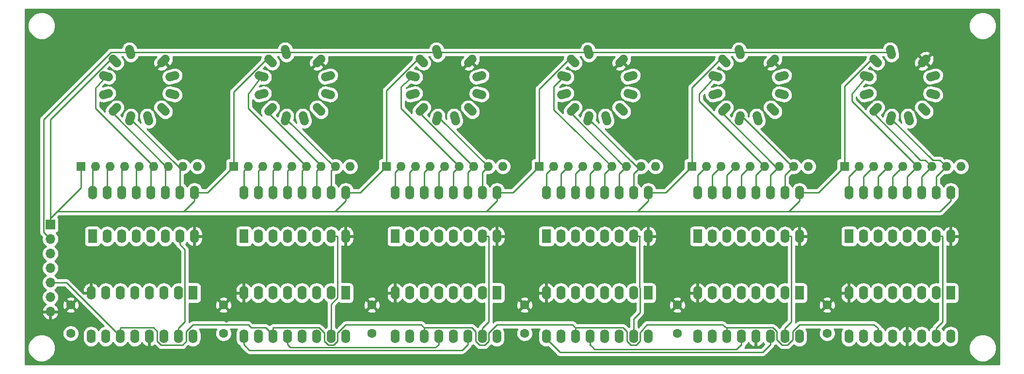
<source format=gbr>
G04 #@! TF.GenerationSoftware,KiCad,Pcbnew,(5.1.5)-3*
G04 #@! TF.CreationDate,2020-10-11T20:41:40-04:00*
G04 #@! TF.ProjectId,VFDDriver,56464444-7269-4766-9572-2e6b69636164,rev?*
G04 #@! TF.SameCoordinates,Original*
G04 #@! TF.FileFunction,Copper,L2,Bot*
G04 #@! TF.FilePolarity,Positive*
%FSLAX46Y46*%
G04 Gerber Fmt 4.6, Leading zero omitted, Abs format (unit mm)*
G04 Created by KiCad (PCBNEW (5.1.5)-3) date 2020-10-11 20:41:40*
%MOMM*%
%LPD*%
G04 APERTURE LIST*
%ADD10C,1.600000*%
%ADD11O,1.600000X1.600000*%
%ADD12R,1.600000X1.600000*%
%ADD13C,1.524000*%
%ADD14R,1.600000X2.400000*%
%ADD15O,1.600000X2.400000*%
%ADD16O,1.700000X1.700000*%
%ADD17R,1.700000X1.700000*%
%ADD18C,0.800000*%
%ADD19C,0.250000*%
%ADD20C,0.254000*%
G04 APERTURE END LIST*
D10*
X212852000Y-101680000D03*
X212852000Y-106680000D03*
X186690000Y-101680000D03*
X186690000Y-106680000D03*
X160020000Y-101680000D03*
X160020000Y-106680000D03*
X133350000Y-101680000D03*
X133350000Y-106680000D03*
X107442000Y-101680000D03*
X107442000Y-106680000D03*
X80772000Y-101680000D03*
X80772000Y-106680000D03*
D11*
X209550000Y-77470000D03*
X207010000Y-77470000D03*
X204470000Y-77470000D03*
X201930000Y-77470000D03*
X199390000Y-77470000D03*
X196850000Y-77470000D03*
X194310000Y-77470000D03*
X191770000Y-77470000D03*
D12*
X189230000Y-77470000D03*
D13*
X144624782Y-56979073D02*
X144877390Y-57921817D01*
X141716292Y-58658291D02*
X142406428Y-59348427D01*
X140037073Y-61566781D02*
X140979817Y-61819389D01*
X140037073Y-64925218D02*
X140979817Y-64672610D01*
X141716291Y-67833708D02*
X142406427Y-67143572D01*
X144624781Y-69512927D02*
X144877389Y-68570183D01*
X147983218Y-69512927D02*
X147730610Y-68570183D01*
X150891708Y-67833709D02*
X150201572Y-67143573D01*
X152570927Y-64925219D02*
X151628183Y-64672611D01*
X152570927Y-61566782D02*
X151628183Y-61819390D01*
X150891709Y-58658292D02*
X150201573Y-59348428D01*
D14*
X190261000Y-89662000D03*
D15*
X208041000Y-82042000D03*
X192801000Y-89662000D03*
X205501000Y-82042000D03*
X195341000Y-89662000D03*
X202961000Y-82042000D03*
X197881000Y-89662000D03*
X200421000Y-82042000D03*
X200421000Y-89662000D03*
X197881000Y-82042000D03*
X202961000Y-89662000D03*
X195341000Y-82042000D03*
X205501000Y-89662000D03*
X192801000Y-82042000D03*
X208041000Y-89662000D03*
X190261000Y-82042000D03*
D13*
X171040782Y-56979073D02*
X171293390Y-57921817D01*
X168132292Y-58658291D02*
X168822428Y-59348427D01*
X166453073Y-61566781D02*
X167395817Y-61819389D01*
X166453073Y-64925218D02*
X167395817Y-64672610D01*
X168132291Y-67833708D02*
X168822427Y-67143572D01*
X171040781Y-69512927D02*
X171293389Y-68570183D01*
X174399218Y-69512927D02*
X174146610Y-68570183D01*
X177307708Y-67833709D02*
X176617572Y-67143573D01*
X178986927Y-64925219D02*
X178044183Y-64672611D01*
X178986927Y-61566782D02*
X178044183Y-61819390D01*
X177307709Y-58658292D02*
X176617573Y-59348428D01*
D15*
X111013000Y-82042000D03*
X128793000Y-89662000D03*
X113553000Y-82042000D03*
X126253000Y-89662000D03*
X116093000Y-82042000D03*
X123713000Y-89662000D03*
X118633000Y-82042000D03*
X121173000Y-89662000D03*
X121173000Y-82042000D03*
X118633000Y-89662000D03*
X123713000Y-82042000D03*
X116093000Y-89662000D03*
X126253000Y-82042000D03*
X113553000Y-89662000D03*
X128793000Y-82042000D03*
D14*
X111013000Y-89662000D03*
D13*
X118208782Y-56979073D02*
X118461390Y-57921817D01*
X115300292Y-58658291D02*
X115990428Y-59348427D01*
X113621073Y-61566781D02*
X114563817Y-61819389D01*
X113621073Y-64925218D02*
X114563817Y-64672610D01*
X115300291Y-67833708D02*
X115990427Y-67143572D01*
X118208781Y-69512927D02*
X118461389Y-68570183D01*
X121567218Y-69512927D02*
X121314610Y-68570183D01*
X124475708Y-67833709D02*
X123785572Y-67143573D01*
X126154927Y-64925219D02*
X125212183Y-64672611D01*
X126154927Y-61566782D02*
X125212183Y-61819390D01*
X124475709Y-58658292D02*
X123785573Y-59348428D01*
X91030782Y-56979073D02*
X91283390Y-57921817D01*
X88122292Y-58658291D02*
X88812428Y-59348427D01*
X86443073Y-61566781D02*
X87385817Y-61819389D01*
X86443073Y-64925218D02*
X87385817Y-64672610D01*
X88122291Y-67833708D02*
X88812427Y-67143572D01*
X91030781Y-69512927D02*
X91283389Y-68570183D01*
X94389218Y-69512927D02*
X94136610Y-68570183D01*
X97297708Y-67833709D02*
X96607572Y-67143573D01*
X98976927Y-64925219D02*
X98034183Y-64672611D01*
X98976927Y-61566782D02*
X98034183Y-61819390D01*
X97297709Y-58658292D02*
X96607573Y-59348428D01*
D15*
X102108000Y-107188000D03*
X84328000Y-99568000D03*
X99568000Y-107188000D03*
X86868000Y-99568000D03*
X97028000Y-107188000D03*
X89408000Y-99568000D03*
X94488000Y-107188000D03*
X91948000Y-99568000D03*
X91948000Y-107188000D03*
X94488000Y-99568000D03*
X89408000Y-107188000D03*
X97028000Y-99568000D03*
X86868000Y-107188000D03*
X99568000Y-99568000D03*
X84328000Y-107188000D03*
D14*
X102108000Y-99568000D03*
D16*
X77216000Y-102870000D03*
X77216000Y-100330000D03*
X77216000Y-97790000D03*
X77216000Y-95250000D03*
X77216000Y-92710000D03*
X77216000Y-90170000D03*
D17*
X77216000Y-87630000D03*
D15*
X155179000Y-107188000D03*
X137399000Y-99568000D03*
X152639000Y-107188000D03*
X139939000Y-99568000D03*
X150099000Y-107188000D03*
X142479000Y-99568000D03*
X147559000Y-107188000D03*
X145019000Y-99568000D03*
X145019000Y-107188000D03*
X147559000Y-99568000D03*
X142479000Y-107188000D03*
X150099000Y-99568000D03*
X139939000Y-107188000D03*
X152639000Y-99568000D03*
X137399000Y-107188000D03*
D14*
X155179000Y-99568000D03*
X234427000Y-99568000D03*
D15*
X216647000Y-107188000D03*
X231887000Y-99568000D03*
X219187000Y-107188000D03*
X229347000Y-99568000D03*
X221727000Y-107188000D03*
X226807000Y-99568000D03*
X224267000Y-107188000D03*
X224267000Y-99568000D03*
X226807000Y-107188000D03*
X221727000Y-99568000D03*
X229347000Y-107188000D03*
X219187000Y-99568000D03*
X231887000Y-107188000D03*
X216647000Y-99568000D03*
X234427000Y-107188000D03*
D14*
X84582000Y-89662000D03*
D15*
X102362000Y-82042000D03*
X87122000Y-89662000D03*
X99822000Y-82042000D03*
X89662000Y-89662000D03*
X97282000Y-82042000D03*
X92202000Y-89662000D03*
X94742000Y-82042000D03*
X94742000Y-89662000D03*
X92202000Y-82042000D03*
X97282000Y-89662000D03*
X89662000Y-82042000D03*
X99822000Y-89662000D03*
X87122000Y-82042000D03*
X102362000Y-89662000D03*
X84582000Y-82042000D03*
D14*
X181595000Y-99568000D03*
D15*
X163815000Y-107188000D03*
X179055000Y-99568000D03*
X166355000Y-107188000D03*
X176515000Y-99568000D03*
X168895000Y-107188000D03*
X173975000Y-99568000D03*
X171435000Y-107188000D03*
X171435000Y-99568000D03*
X173975000Y-107188000D03*
X168895000Y-99568000D03*
X176515000Y-107188000D03*
X166355000Y-99568000D03*
X179055000Y-107188000D03*
X163815000Y-99568000D03*
X181595000Y-107188000D03*
D14*
X128763000Y-99568000D03*
D15*
X110983000Y-107188000D03*
X126223000Y-99568000D03*
X113523000Y-107188000D03*
X123683000Y-99568000D03*
X116063000Y-107188000D03*
X121143000Y-99568000D03*
X118603000Y-107188000D03*
X118603000Y-99568000D03*
X121143000Y-107188000D03*
X116063000Y-99568000D03*
X123683000Y-107188000D03*
X113523000Y-99568000D03*
X126223000Y-107188000D03*
X110983000Y-99568000D03*
X128763000Y-107188000D03*
D13*
X223872782Y-56979073D02*
X224125390Y-57921817D01*
X220964292Y-58658291D02*
X221654428Y-59348427D01*
X219285073Y-61566781D02*
X220227817Y-61819389D01*
X219285073Y-64925218D02*
X220227817Y-64672610D01*
X220964291Y-67833708D02*
X221654427Y-67143572D01*
X223872781Y-69512927D02*
X224125389Y-68570183D01*
X227231218Y-69512927D02*
X226978610Y-68570183D01*
X230139708Y-67833709D02*
X229449572Y-67143573D01*
X231818927Y-64925219D02*
X230876183Y-64672611D01*
X231818927Y-61566782D02*
X230876183Y-61819390D01*
X230139709Y-58658292D02*
X229449573Y-59348428D01*
X197456782Y-56979073D02*
X197709390Y-57921817D01*
X194548292Y-58658291D02*
X195238428Y-59348427D01*
X192869073Y-61566781D02*
X193811817Y-61819389D01*
X192869073Y-64925218D02*
X193811817Y-64672610D01*
X194548291Y-67833708D02*
X195238427Y-67143572D01*
X197456781Y-69512927D02*
X197709389Y-68570183D01*
X200815218Y-69512927D02*
X200562610Y-68570183D01*
X203723708Y-67833709D02*
X203033572Y-67143573D01*
X205402927Y-64925219D02*
X204460183Y-64672611D01*
X205402927Y-61566782D02*
X204460183Y-61819390D01*
X203723709Y-58658292D02*
X203033573Y-59348428D01*
D14*
X137429000Y-89662000D03*
D15*
X155209000Y-82042000D03*
X139969000Y-89662000D03*
X152669000Y-82042000D03*
X142509000Y-89662000D03*
X150129000Y-82042000D03*
X145049000Y-89662000D03*
X147589000Y-82042000D03*
X147589000Y-89662000D03*
X145049000Y-82042000D03*
X150129000Y-89662000D03*
X142509000Y-82042000D03*
X152669000Y-89662000D03*
X139969000Y-82042000D03*
X155209000Y-89662000D03*
X137429000Y-82042000D03*
X163845000Y-82042000D03*
X181625000Y-89662000D03*
X166385000Y-82042000D03*
X179085000Y-89662000D03*
X168925000Y-82042000D03*
X176545000Y-89662000D03*
X171465000Y-82042000D03*
X174005000Y-89662000D03*
X174005000Y-82042000D03*
X171465000Y-89662000D03*
X176545000Y-82042000D03*
X168925000Y-89662000D03*
X179085000Y-82042000D03*
X166385000Y-89662000D03*
X181625000Y-82042000D03*
D14*
X163845000Y-89662000D03*
D15*
X208011000Y-107188000D03*
X190231000Y-99568000D03*
X205471000Y-107188000D03*
X192771000Y-99568000D03*
X202931000Y-107188000D03*
X195311000Y-99568000D03*
X200391000Y-107188000D03*
X197851000Y-99568000D03*
X197851000Y-107188000D03*
X200391000Y-99568000D03*
X195311000Y-107188000D03*
X202931000Y-99568000D03*
X192771000Y-107188000D03*
X205471000Y-99568000D03*
X190231000Y-107188000D03*
D14*
X208011000Y-99568000D03*
D15*
X216677000Y-82042000D03*
X234457000Y-89662000D03*
X219217000Y-82042000D03*
X231917000Y-89662000D03*
X221757000Y-82042000D03*
X229377000Y-89662000D03*
X224297000Y-82042000D03*
X226837000Y-89662000D03*
X226837000Y-82042000D03*
X224297000Y-89662000D03*
X229377000Y-82042000D03*
X221757000Y-89662000D03*
X231917000Y-82042000D03*
X219217000Y-89662000D03*
X234457000Y-82042000D03*
D14*
X216677000Y-89662000D03*
D11*
X102870000Y-77470000D03*
X100330000Y-77470000D03*
X97790000Y-77470000D03*
X95250000Y-77470000D03*
X92710000Y-77470000D03*
X90170000Y-77470000D03*
X87630000Y-77470000D03*
X85090000Y-77470000D03*
D12*
X82550000Y-77470000D03*
X109220000Y-77470000D03*
D11*
X111760000Y-77470000D03*
X114300000Y-77470000D03*
X116840000Y-77470000D03*
X119380000Y-77470000D03*
X121920000Y-77470000D03*
X124460000Y-77470000D03*
X127000000Y-77470000D03*
X129540000Y-77470000D03*
X156210000Y-77470000D03*
X153670000Y-77470000D03*
X151130000Y-77470000D03*
X148590000Y-77470000D03*
X146050000Y-77470000D03*
X143510000Y-77470000D03*
X140970000Y-77470000D03*
X138430000Y-77470000D03*
D12*
X135890000Y-77470000D03*
X162560000Y-77470000D03*
D11*
X165100000Y-77470000D03*
X167640000Y-77470000D03*
X170180000Y-77470000D03*
X172720000Y-77470000D03*
X175260000Y-77470000D03*
X177800000Y-77470000D03*
X180340000Y-77470000D03*
X182880000Y-77470000D03*
D12*
X215900000Y-77470000D03*
D11*
X218440000Y-77470000D03*
X220980000Y-77470000D03*
X223520000Y-77470000D03*
X226060000Y-77470000D03*
X228600000Y-77470000D03*
X231140000Y-77470000D03*
X233680000Y-77470000D03*
X236220000Y-77470000D03*
D18*
X147574000Y-104394000D03*
X173990000Y-104394000D03*
X121158000Y-104394000D03*
X107950000Y-104394000D03*
X201676000Y-104394000D03*
D19*
X77216000Y-86530000D02*
X78402000Y-85344000D01*
X100510000Y-85344000D02*
X102362000Y-83492000D01*
X102362000Y-83492000D02*
X102362000Y-82042000D01*
X78402000Y-85344000D02*
X100510000Y-85344000D01*
X128793000Y-83492000D02*
X128793000Y-82042000D01*
X126941000Y-85344000D02*
X128793000Y-83492000D01*
X100510000Y-85344000D02*
X126941000Y-85344000D01*
X155209000Y-83492000D02*
X155209000Y-82042000D01*
X153357000Y-85344000D02*
X155209000Y-83492000D01*
X126941000Y-85344000D02*
X153357000Y-85344000D01*
X179773000Y-85344000D02*
X181625000Y-83492000D01*
X181625000Y-83492000D02*
X181625000Y-82042000D01*
X153357000Y-85344000D02*
X179773000Y-85344000D01*
X206189000Y-85344000D02*
X208041000Y-83492000D01*
X208041000Y-83492000D02*
X208041000Y-82042000D01*
X179773000Y-85344000D02*
X206189000Y-85344000D01*
X234457000Y-83492000D02*
X234457000Y-82042000D01*
X232605000Y-85344000D02*
X234457000Y-83492000D01*
X206189000Y-85344000D02*
X232605000Y-85344000D01*
X77216000Y-69232344D02*
X77216000Y-86530000D01*
X87444985Y-59003359D02*
X77216000Y-69232344D01*
X77216000Y-86530000D02*
X77216000Y-87630000D01*
X88467360Y-59003359D02*
X87444985Y-59003359D01*
X82550000Y-81196000D02*
X78402000Y-85344000D01*
X82550000Y-77470000D02*
X82550000Y-81196000D01*
X104648000Y-82042000D02*
X109220000Y-77470000D01*
X102362000Y-82042000D02*
X104648000Y-82042000D01*
X109220000Y-64406344D02*
X109220000Y-77470000D01*
X114622985Y-59003359D02*
X109220000Y-64406344D01*
X115645360Y-59003359D02*
X114622985Y-59003359D01*
X131318000Y-82042000D02*
X135890000Y-77470000D01*
X128793000Y-82042000D02*
X131318000Y-82042000D01*
X135890000Y-64152344D02*
X135890000Y-77470000D01*
X141038985Y-59003359D02*
X135890000Y-64152344D01*
X142061360Y-59003359D02*
X141038985Y-59003359D01*
X157988000Y-82042000D02*
X162560000Y-77470000D01*
X155209000Y-82042000D02*
X157988000Y-82042000D01*
X184658000Y-82042000D02*
X189230000Y-77470000D01*
X181625000Y-82042000D02*
X184658000Y-82042000D01*
X162560000Y-63898344D02*
X162560000Y-77470000D01*
X167454985Y-59003359D02*
X162560000Y-63898344D01*
X168477360Y-59003359D02*
X167454985Y-59003359D01*
X189230000Y-63644344D02*
X189230000Y-77470000D01*
X193870985Y-59003359D02*
X189230000Y-63644344D01*
X194893360Y-59003359D02*
X193870985Y-59003359D01*
X220286985Y-59003359D02*
X215900000Y-63390344D01*
X215900000Y-63390344D02*
X215900000Y-77470000D01*
X221309360Y-59003359D02*
X220286985Y-59003359D01*
X211328000Y-82042000D02*
X215900000Y-77470000D01*
X208041000Y-82042000D02*
X211328000Y-82042000D01*
X110983000Y-99837000D02*
X110983000Y-99568000D01*
X100693010Y-91983010D02*
X99822000Y-91112000D01*
X100693010Y-104612990D02*
X100693010Y-91983010D01*
X99822000Y-91112000D02*
X99822000Y-89662000D01*
X99568000Y-105738000D02*
X100693010Y-104612990D01*
X99568000Y-107188000D02*
X99568000Y-105738000D01*
X150099000Y-108638000D02*
X150099000Y-107188000D01*
X149123970Y-109613030D02*
X150099000Y-108638000D01*
X111958030Y-109613030D02*
X149123970Y-109613030D01*
X110983000Y-108638000D02*
X111958030Y-109613030D01*
X110983000Y-107188000D02*
X110983000Y-108638000D01*
X127303000Y-89662000D02*
X126253000Y-89662000D01*
X127348010Y-89707010D02*
X127303000Y-89662000D01*
X127348010Y-100433994D02*
X127348010Y-89707010D01*
X126223000Y-101559004D02*
X127348010Y-100433994D01*
X126223000Y-107188000D02*
X126223000Y-101559004D01*
X153719000Y-89662000D02*
X152669000Y-89662000D01*
X153764010Y-89707010D02*
X153719000Y-89662000D01*
X153764010Y-104612990D02*
X153764010Y-89707010D01*
X152639000Y-105738000D02*
X153764010Y-104612990D01*
X152639000Y-107188000D02*
X152639000Y-105738000D01*
X163815000Y-107588000D02*
X166209000Y-109982000D01*
X163815000Y-107188000D02*
X163815000Y-107588000D01*
X202931000Y-108638000D02*
X202931000Y-107188000D01*
X201587000Y-109982000D02*
X202931000Y-108638000D01*
X166209000Y-109982000D02*
X201587000Y-109982000D01*
X180180010Y-89707010D02*
X180135000Y-89662000D01*
X180135000Y-89662000D02*
X179085000Y-89662000D01*
X180135000Y-89662000D02*
X180135000Y-98656996D01*
X180180010Y-98702006D02*
X180180010Y-103029990D01*
X180135000Y-98656996D02*
X180180010Y-98702006D01*
X179055000Y-104155000D02*
X179055000Y-107188000D01*
X180180010Y-103029990D02*
X179055000Y-104155000D01*
X206551000Y-89662000D02*
X205501000Y-89662000D01*
X206596010Y-89707010D02*
X206551000Y-89662000D01*
X206596010Y-104612990D02*
X206596010Y-89707010D01*
X205471000Y-105738000D02*
X206596010Y-104612990D01*
X205471000Y-107188000D02*
X205471000Y-105738000D01*
X232967000Y-89662000D02*
X231917000Y-89662000D01*
X233012010Y-89707010D02*
X232967000Y-89662000D01*
X233012010Y-104612990D02*
X233012010Y-89707010D01*
X231887000Y-105738000D02*
X233012010Y-104612990D01*
X231887000Y-107188000D02*
X231887000Y-105738000D01*
X89408000Y-106788000D02*
X89408000Y-107188000D01*
X142479000Y-107188000D02*
X142479000Y-105738000D01*
X168895000Y-107188000D02*
X168895000Y-105738000D01*
X195311000Y-107188000D02*
X195311000Y-105738000D01*
X80010000Y-97790000D02*
X89408000Y-107188000D01*
X77216000Y-97790000D02*
X80010000Y-97790000D01*
X113057006Y-105662990D02*
X114806990Y-105662990D01*
X111760000Y-105156000D02*
X112268000Y-105664000D01*
X95902990Y-106322006D02*
X95902990Y-108053994D01*
X89408000Y-107188000D02*
X89408000Y-105738000D01*
X89483010Y-105662990D02*
X95243974Y-105662990D01*
X95902990Y-108053994D02*
X96562006Y-108713010D01*
X112268000Y-105664000D02*
X113057006Y-105662990D01*
X95243974Y-105662990D02*
X95902990Y-106322006D01*
X96562006Y-108713010D02*
X100323974Y-108713010D01*
X89408000Y-105738000D02*
X89483010Y-105662990D01*
X102108000Y-105156000D02*
X111760000Y-105156000D01*
X114806990Y-105662990D02*
X116063000Y-106919000D01*
X100323974Y-108713010D02*
X100982990Y-108053994D01*
X116063000Y-106919000D02*
X116063000Y-107188000D01*
X100982990Y-108053994D02*
X100982990Y-106322006D01*
X100982990Y-106322006D02*
X102108000Y-105156000D01*
X141986000Y-105156000D02*
X142479000Y-105738000D01*
X125097990Y-106611986D02*
X125097990Y-108053994D01*
X116138010Y-105662990D02*
X124148994Y-105662990D01*
X125757006Y-108713010D02*
X126688994Y-108713010D01*
X126688994Y-108713010D02*
X127348010Y-108053994D01*
X116063000Y-107188000D02*
X116063000Y-105738000D01*
X127348010Y-106611986D02*
X128778000Y-105156000D01*
X124148994Y-105662990D02*
X125097990Y-106611986D01*
X128778000Y-105156000D02*
X141986000Y-105156000D01*
X116063000Y-105738000D02*
X116138010Y-105662990D01*
X125097990Y-108053994D02*
X125757006Y-108713010D01*
X127348010Y-108053994D02*
X127348010Y-106611986D01*
X153764010Y-106611986D02*
X155194000Y-105156000D01*
X155194000Y-105156000D02*
X168402000Y-105156000D01*
X153104994Y-108713010D02*
X153764010Y-108053994D01*
X153764010Y-108053994D02*
X153764010Y-106611986D01*
X152173006Y-108713010D02*
X153104994Y-108713010D01*
X142554010Y-105662990D02*
X150854974Y-105662990D01*
X142479000Y-105738000D02*
X142554010Y-105662990D01*
X150854974Y-105662990D02*
X151513990Y-106322006D01*
X151513990Y-106322006D02*
X151513990Y-108053994D01*
X168402000Y-105156000D02*
X168895000Y-105738000D01*
X151513990Y-108053994D02*
X152173006Y-108713010D01*
X181356000Y-105156000D02*
X194564000Y-105156000D01*
X179520994Y-108713010D02*
X180180010Y-108053994D01*
X180180010Y-108053994D02*
X180180010Y-106611986D01*
X168970010Y-105662990D02*
X177270974Y-105662990D01*
X180180010Y-106611986D02*
X181356000Y-105156000D01*
X168895000Y-105738000D02*
X168970010Y-105662990D01*
X194564000Y-105156000D02*
X195311000Y-105738000D01*
X177270974Y-105662990D02*
X177929990Y-106322006D01*
X177929990Y-106322006D02*
X177929990Y-108053994D01*
X178589006Y-108713010D02*
X179520994Y-108713010D01*
X177929990Y-108053994D02*
X178589006Y-108713010D01*
X204056010Y-107764014D02*
X205005006Y-108713010D01*
X221727000Y-105738000D02*
X221727000Y-107188000D01*
X203396994Y-105662990D02*
X204056010Y-106322006D01*
X204056010Y-106322006D02*
X204056010Y-107764014D01*
X205005006Y-108713010D02*
X205936994Y-108713010D01*
X195311000Y-105738000D02*
X195386010Y-105662990D01*
X206885990Y-106322006D02*
X208026000Y-105156000D01*
X195386010Y-105662990D02*
X203396994Y-105662990D01*
X205936994Y-108713010D02*
X206885990Y-107764014D01*
X206885990Y-107764014D02*
X206885990Y-106322006D01*
X208026000Y-105156000D02*
X220980000Y-105156000D01*
X220980000Y-105156000D02*
X221727000Y-105738000D01*
X197926010Y-108713010D02*
X197851000Y-108638000D01*
X171510010Y-108713010D02*
X171435000Y-108638000D01*
X197851000Y-108638000D02*
X197775990Y-108713010D01*
X145019000Y-108638000D02*
X144943990Y-108713010D01*
X145019000Y-108638000D02*
X145019000Y-107188000D01*
X119128020Y-109163020D02*
X144493980Y-109163020D01*
X118603000Y-108638000D02*
X119128020Y-109163020D01*
X144493980Y-109163020D02*
X145019000Y-108638000D01*
X118603000Y-107188000D02*
X118603000Y-108638000D01*
X171359990Y-108713010D02*
X171435000Y-108638000D01*
X171435000Y-108638000D02*
X171435000Y-107188000D01*
X145019000Y-107188000D02*
X145019000Y-107588000D01*
X171435000Y-108638000D02*
X172271000Y-109474000D01*
X197851000Y-108638000D02*
X197851000Y-107188000D01*
X197015000Y-109474000D02*
X197851000Y-108638000D01*
X172271000Y-109474000D02*
X197015000Y-109474000D01*
X91157086Y-57450445D02*
X118335086Y-57450445D01*
X118335086Y-57450445D02*
X144751086Y-57450445D01*
X144751086Y-57450445D02*
X171167086Y-57450445D01*
X171167086Y-57450445D02*
X197583086Y-57450445D01*
X223999086Y-57450445D02*
X197583086Y-57450445D01*
X76040999Y-88994999D02*
X77216000Y-90170000D01*
X76040999Y-69202318D02*
X76040999Y-88994999D01*
X87792872Y-57450445D02*
X76040999Y-69202318D01*
X91157086Y-57450445D02*
X87792872Y-57450445D01*
X99822000Y-77978000D02*
X100330000Y-77470000D01*
X99822000Y-82042000D02*
X99822000Y-77978000D01*
X99585530Y-77470000D02*
X100330000Y-77470000D01*
X91157085Y-69041555D02*
X99585530Y-77470000D01*
X97282000Y-81642000D02*
X97282000Y-82042000D01*
X97282000Y-77978000D02*
X97790000Y-77470000D01*
X97282000Y-82042000D02*
X97282000Y-77978000D01*
X97426344Y-77470000D02*
X97790000Y-77470000D01*
X88467359Y-68511015D02*
X97426344Y-77470000D01*
X88467359Y-67488640D02*
X88467359Y-68511015D01*
X94742000Y-77978000D02*
X95250000Y-77470000D01*
X94742000Y-82042000D02*
X94742000Y-77978000D01*
X85090000Y-67310000D02*
X95250000Y-77470000D01*
X86914445Y-61693085D02*
X85090000Y-63768962D01*
X85090000Y-63768962D02*
X85090000Y-67310000D01*
X92202000Y-77978000D02*
X92710000Y-77470000D01*
X92202000Y-82042000D02*
X92202000Y-77978000D01*
X89662000Y-77978000D02*
X90170000Y-77470000D01*
X89662000Y-82042000D02*
X89662000Y-77978000D01*
X87122000Y-77978000D02*
X87630000Y-77470000D01*
X87122000Y-82042000D02*
X87122000Y-77978000D01*
X84582000Y-77978000D02*
X85090000Y-77470000D01*
X84582000Y-82042000D02*
X84582000Y-77978000D01*
X111013000Y-78217000D02*
X111760000Y-77470000D01*
X111013000Y-82042000D02*
X111013000Y-78217000D01*
X113553000Y-78217000D02*
X114300000Y-77470000D01*
X113553000Y-82042000D02*
X113553000Y-78217000D01*
X116093000Y-78217000D02*
X116840000Y-77470000D01*
X116093000Y-82042000D02*
X116093000Y-78217000D01*
X118633000Y-78217000D02*
X119380000Y-77470000D01*
X118633000Y-82042000D02*
X118633000Y-78217000D01*
X114092445Y-61693085D02*
X114092445Y-62481965D01*
X121173000Y-78217000D02*
X121920000Y-77470000D01*
X121173000Y-82042000D02*
X121173000Y-78217000D01*
X111760000Y-67310000D02*
X121920000Y-77470000D01*
X114092445Y-61693085D02*
X111760000Y-64770000D01*
X111760000Y-64770000D02*
X111760000Y-67310000D01*
X123713000Y-81642000D02*
X123713000Y-82042000D01*
X124460000Y-77325656D02*
X124460000Y-77470000D01*
X115645359Y-68511015D02*
X124460000Y-77325656D01*
X115645359Y-67488640D02*
X115645359Y-68511015D01*
X123713000Y-78217000D02*
X124460000Y-77470000D01*
X123713000Y-82042000D02*
X123713000Y-78217000D01*
X126253000Y-81642000D02*
X126253000Y-82042000D01*
X126763530Y-77470000D02*
X127000000Y-77470000D01*
X118335085Y-69041555D02*
X126763530Y-77470000D01*
X126253000Y-78217000D02*
X127000000Y-77470000D01*
X126253000Y-82042000D02*
X126253000Y-78217000D01*
X152669000Y-81642000D02*
X152669000Y-82042000D01*
X152669000Y-78471000D02*
X153670000Y-77470000D01*
X152669000Y-82042000D02*
X152669000Y-78471000D01*
X145241555Y-69041555D02*
X144751085Y-69041555D01*
X153670000Y-77470000D02*
X145241555Y-69041555D01*
X150129000Y-81642000D02*
X150129000Y-82042000D01*
X150129000Y-78471000D02*
X151130000Y-77470000D01*
X150129000Y-82042000D02*
X150129000Y-78471000D01*
X142061359Y-68486771D02*
X142061359Y-67488640D01*
X151044588Y-77470000D02*
X142061359Y-68486771D01*
X151130000Y-77470000D02*
X151044588Y-77470000D01*
X147589000Y-80592000D02*
X147589000Y-82042000D01*
X147589000Y-78471000D02*
X148590000Y-77470000D01*
X147589000Y-82042000D02*
X147589000Y-78471000D01*
X138430000Y-63500000D02*
X140508445Y-61693085D01*
X148590000Y-77470000D02*
X138430000Y-67310000D01*
X138430000Y-67310000D02*
X138430000Y-63500000D01*
X145049000Y-78471000D02*
X146050000Y-77470000D01*
X145049000Y-82042000D02*
X145049000Y-78471000D01*
X142509000Y-78471000D02*
X143510000Y-77470000D01*
X142509000Y-82042000D02*
X142509000Y-78471000D01*
X139969000Y-78471000D02*
X140970000Y-77470000D01*
X139969000Y-82042000D02*
X139969000Y-78471000D01*
X137429000Y-78471000D02*
X138430000Y-77470000D01*
X137429000Y-82042000D02*
X137429000Y-78471000D01*
X163845000Y-78725000D02*
X165100000Y-77470000D01*
X163845000Y-82042000D02*
X163845000Y-78725000D01*
X166385000Y-78725000D02*
X167640000Y-77470000D01*
X166385000Y-82042000D02*
X166385000Y-78725000D01*
X168925000Y-78725000D02*
X170180000Y-77470000D01*
X168925000Y-82042000D02*
X168925000Y-78725000D01*
X171465000Y-78725000D02*
X172720000Y-77470000D01*
X171465000Y-82042000D02*
X171465000Y-78725000D01*
X174005000Y-78725000D02*
X175260000Y-77470000D01*
X174005000Y-82042000D02*
X174005000Y-78725000D01*
X165100000Y-67578962D02*
X175260000Y-77470000D01*
X166924445Y-61693085D02*
X165100000Y-63500000D01*
X165100000Y-63500000D02*
X165100000Y-67578962D01*
X176545000Y-81642000D02*
X176545000Y-82042000D01*
X176545000Y-78725000D02*
X177800000Y-77470000D01*
X176545000Y-82042000D02*
X176545000Y-78725000D01*
X177436344Y-77470000D02*
X177800000Y-77470000D01*
X168477359Y-68511015D02*
X177436344Y-77470000D01*
X168477359Y-67488640D02*
X168477359Y-68511015D01*
X179085000Y-81642000D02*
X179085000Y-82042000D01*
X179085000Y-78725000D02*
X180340000Y-77470000D01*
X179085000Y-82042000D02*
X179085000Y-78725000D01*
X179595530Y-77470000D02*
X180340000Y-77470000D01*
X171167085Y-69041555D02*
X179595530Y-77470000D01*
X216677000Y-79233000D02*
X218440000Y-77470000D01*
X216677000Y-82042000D02*
X216677000Y-79233000D01*
X219217000Y-79233000D02*
X220980000Y-77470000D01*
X219217000Y-82042000D02*
X219217000Y-79233000D01*
X221757000Y-79233000D02*
X223520000Y-77470000D01*
X221757000Y-82042000D02*
X221757000Y-79233000D01*
X224297000Y-79233000D02*
X226060000Y-77470000D01*
X224297000Y-82042000D02*
X224297000Y-79233000D01*
X226837000Y-79233000D02*
X228600000Y-77470000D01*
X226837000Y-82042000D02*
X226837000Y-79233000D01*
X217170000Y-64770000D02*
X219756445Y-61693085D01*
X228600000Y-77470000D02*
X217170000Y-66040000D01*
X217170000Y-66040000D02*
X217170000Y-64770000D01*
X229377000Y-81642000D02*
X229377000Y-82042000D01*
X229377000Y-79233000D02*
X231140000Y-77470000D01*
X229377000Y-82042000D02*
X229377000Y-79233000D01*
X229143343Y-76344999D02*
X221309359Y-68511015D01*
X221309359Y-68511015D02*
X221309359Y-67488640D01*
X230014999Y-76344999D02*
X229143343Y-76344999D01*
X231140000Y-77470000D02*
X230014999Y-76344999D01*
X231917000Y-81642000D02*
X231917000Y-82042000D01*
X231917000Y-79233000D02*
X233680000Y-77470000D01*
X231917000Y-82042000D02*
X231917000Y-79233000D01*
X231302529Y-76344999D02*
X223999085Y-69041555D01*
X232554999Y-76344999D02*
X231302529Y-76344999D01*
X233680000Y-77470000D02*
X232554999Y-76344999D01*
X205501000Y-81642000D02*
X205501000Y-82042000D01*
X206800410Y-77470000D02*
X207010000Y-77470000D01*
X198371965Y-69041555D02*
X206800410Y-77470000D01*
X197583085Y-69041555D02*
X198371965Y-69041555D01*
X205501000Y-78979000D02*
X207010000Y-77470000D01*
X205501000Y-82042000D02*
X205501000Y-78979000D01*
X194893359Y-68511015D02*
X203852344Y-77470000D01*
X203852344Y-77470000D02*
X204470000Y-77470000D01*
X194893359Y-67488640D02*
X194893359Y-68511015D01*
X202961000Y-78979000D02*
X204470000Y-77470000D01*
X202961000Y-82042000D02*
X202961000Y-78979000D01*
X200421000Y-78979000D02*
X201930000Y-77470000D01*
X200421000Y-82042000D02*
X200421000Y-78979000D01*
X190500000Y-66040000D02*
X201930000Y-77470000D01*
X193340445Y-61693085D02*
X190500000Y-64770000D01*
X190500000Y-64770000D02*
X190500000Y-66040000D01*
X197881000Y-78979000D02*
X199390000Y-77470000D01*
X197881000Y-82042000D02*
X197881000Y-78979000D01*
X195341000Y-78979000D02*
X196850000Y-77470000D01*
X195341000Y-82042000D02*
X195341000Y-78979000D01*
X192801000Y-78979000D02*
X194310000Y-77470000D01*
X192801000Y-82042000D02*
X192801000Y-78979000D01*
X190261000Y-78979000D02*
X191770000Y-77470000D01*
X190261000Y-82042000D02*
X190261000Y-78979000D01*
D20*
G36*
X242901001Y-112091000D02*
G01*
X72821000Y-112091000D01*
X72821000Y-108981818D01*
X73273701Y-108981818D01*
X73273701Y-109458182D01*
X73366635Y-109925392D01*
X73548931Y-110365494D01*
X73813585Y-110761576D01*
X74150424Y-111098415D01*
X74546506Y-111363069D01*
X74986608Y-111545365D01*
X75453818Y-111638299D01*
X75930182Y-111638299D01*
X76397392Y-111545365D01*
X76837494Y-111363069D01*
X77233576Y-111098415D01*
X77570415Y-110761576D01*
X77835069Y-110365494D01*
X78017365Y-109925392D01*
X78110299Y-109458182D01*
X78110299Y-108981818D01*
X78017365Y-108514608D01*
X77835069Y-108074506D01*
X77570415Y-107678424D01*
X77233576Y-107341585D01*
X76837494Y-107076931D01*
X76397392Y-106894635D01*
X75930182Y-106801701D01*
X75453818Y-106801701D01*
X74986608Y-106894635D01*
X74546506Y-107076931D01*
X74150424Y-107341585D01*
X73813585Y-107678424D01*
X73548931Y-108074506D01*
X73366635Y-108514608D01*
X73273701Y-108981818D01*
X72821000Y-108981818D01*
X72821000Y-106538665D01*
X79337000Y-106538665D01*
X79337000Y-106821335D01*
X79392147Y-107098574D01*
X79500320Y-107359727D01*
X79657363Y-107594759D01*
X79857241Y-107794637D01*
X80092273Y-107951680D01*
X80353426Y-108059853D01*
X80630665Y-108115000D01*
X80913335Y-108115000D01*
X81190574Y-108059853D01*
X81451727Y-107951680D01*
X81686759Y-107794637D01*
X81886637Y-107594759D01*
X82043680Y-107359727D01*
X82151853Y-107098574D01*
X82207000Y-106821335D01*
X82207000Y-106538665D01*
X82151853Y-106261426D01*
X82043680Y-106000273D01*
X81886637Y-105765241D01*
X81686759Y-105565363D01*
X81451727Y-105408320D01*
X81190574Y-105300147D01*
X80913335Y-105245000D01*
X80630665Y-105245000D01*
X80353426Y-105300147D01*
X80092273Y-105408320D01*
X79857241Y-105565363D01*
X79657363Y-105765241D01*
X79500320Y-106000273D01*
X79392147Y-106261426D01*
X79337000Y-106538665D01*
X72821000Y-106538665D01*
X72821000Y-103226890D01*
X75774524Y-103226890D01*
X75819175Y-103374099D01*
X75944359Y-103636920D01*
X76118412Y-103870269D01*
X76334645Y-104065178D01*
X76584748Y-104214157D01*
X76859109Y-104311481D01*
X77089000Y-104190814D01*
X77089000Y-102997000D01*
X77343000Y-102997000D01*
X77343000Y-104190814D01*
X77572891Y-104311481D01*
X77847252Y-104214157D01*
X78097355Y-104065178D01*
X78313588Y-103870269D01*
X78487641Y-103636920D01*
X78612825Y-103374099D01*
X78657476Y-103226890D01*
X78536155Y-102997000D01*
X77343000Y-102997000D01*
X77089000Y-102997000D01*
X75895845Y-102997000D01*
X75774524Y-103226890D01*
X72821000Y-103226890D01*
X72821000Y-69202318D01*
X75277323Y-69202318D01*
X75280999Y-69239640D01*
X75281000Y-88957666D01*
X75277323Y-88994999D01*
X75291997Y-89143984D01*
X75335453Y-89287245D01*
X75406025Y-89419275D01*
X75477200Y-89506001D01*
X75500999Y-89535000D01*
X75529997Y-89558798D01*
X75774791Y-89803592D01*
X75731000Y-90023740D01*
X75731000Y-90316260D01*
X75788068Y-90603158D01*
X75900010Y-90873411D01*
X76062525Y-91116632D01*
X76269368Y-91323475D01*
X76443760Y-91440000D01*
X76269368Y-91556525D01*
X76062525Y-91763368D01*
X75900010Y-92006589D01*
X75788068Y-92276842D01*
X75731000Y-92563740D01*
X75731000Y-92856260D01*
X75788068Y-93143158D01*
X75900010Y-93413411D01*
X76062525Y-93656632D01*
X76269368Y-93863475D01*
X76443760Y-93980000D01*
X76269368Y-94096525D01*
X76062525Y-94303368D01*
X75900010Y-94546589D01*
X75788068Y-94816842D01*
X75731000Y-95103740D01*
X75731000Y-95396260D01*
X75788068Y-95683158D01*
X75900010Y-95953411D01*
X76062525Y-96196632D01*
X76269368Y-96403475D01*
X76443760Y-96520000D01*
X76269368Y-96636525D01*
X76062525Y-96843368D01*
X75900010Y-97086589D01*
X75788068Y-97356842D01*
X75731000Y-97643740D01*
X75731000Y-97936260D01*
X75788068Y-98223158D01*
X75900010Y-98493411D01*
X76062525Y-98736632D01*
X76269368Y-98943475D01*
X76443760Y-99060000D01*
X76269368Y-99176525D01*
X76062525Y-99383368D01*
X75900010Y-99626589D01*
X75788068Y-99896842D01*
X75731000Y-100183740D01*
X75731000Y-100476260D01*
X75788068Y-100763158D01*
X75900010Y-101033411D01*
X76062525Y-101276632D01*
X76269368Y-101483475D01*
X76451534Y-101605195D01*
X76334645Y-101674822D01*
X76118412Y-101869731D01*
X75944359Y-102103080D01*
X75819175Y-102365901D01*
X75774524Y-102513110D01*
X75895845Y-102743000D01*
X77089000Y-102743000D01*
X77089000Y-102723000D01*
X77343000Y-102723000D01*
X77343000Y-102743000D01*
X78536155Y-102743000D01*
X78573253Y-102672702D01*
X79958903Y-102672702D01*
X80030486Y-102916671D01*
X80285996Y-103037571D01*
X80560184Y-103106300D01*
X80842512Y-103120217D01*
X81122130Y-103078787D01*
X81388292Y-102983603D01*
X81513514Y-102916671D01*
X81585097Y-102672702D01*
X80772000Y-101859605D01*
X79958903Y-102672702D01*
X78573253Y-102672702D01*
X78657476Y-102513110D01*
X78612825Y-102365901D01*
X78487641Y-102103080D01*
X78313588Y-101869731D01*
X78181326Y-101750512D01*
X79331783Y-101750512D01*
X79373213Y-102030130D01*
X79468397Y-102296292D01*
X79535329Y-102421514D01*
X79779298Y-102493097D01*
X80592395Y-101680000D01*
X80951605Y-101680000D01*
X81764702Y-102493097D01*
X82008671Y-102421514D01*
X82129571Y-102166004D01*
X82198300Y-101891816D01*
X82212217Y-101609488D01*
X82170787Y-101329870D01*
X82075603Y-101063708D01*
X82008671Y-100938486D01*
X81764702Y-100866903D01*
X80951605Y-101680000D01*
X80592395Y-101680000D01*
X79779298Y-100866903D01*
X79535329Y-100938486D01*
X79414429Y-101193996D01*
X79345700Y-101468184D01*
X79331783Y-101750512D01*
X78181326Y-101750512D01*
X78097355Y-101674822D01*
X77980466Y-101605195D01*
X78162632Y-101483475D01*
X78369475Y-101276632D01*
X78531990Y-101033411D01*
X78643932Y-100763158D01*
X78659021Y-100687298D01*
X79958903Y-100687298D01*
X80772000Y-101500395D01*
X81585097Y-100687298D01*
X81513514Y-100443329D01*
X81258004Y-100322429D01*
X80983816Y-100253700D01*
X80701488Y-100239783D01*
X80421870Y-100281213D01*
X80155708Y-100376397D01*
X80030486Y-100443329D01*
X79958903Y-100687298D01*
X78659021Y-100687298D01*
X78701000Y-100476260D01*
X78701000Y-100183740D01*
X78643932Y-99896842D01*
X78531990Y-99626589D01*
X78369475Y-99383368D01*
X78162632Y-99176525D01*
X77988240Y-99060000D01*
X78162632Y-98943475D01*
X78369475Y-98736632D01*
X78494178Y-98550000D01*
X79695199Y-98550000D01*
X86534726Y-105389528D01*
X86316193Y-105455818D01*
X86066900Y-105589068D01*
X85848393Y-105768392D01*
X85669068Y-105986899D01*
X85598000Y-106119858D01*
X85526932Y-105986899D01*
X85347608Y-105768392D01*
X85129101Y-105589068D01*
X84879808Y-105455818D01*
X84609309Y-105373764D01*
X84328000Y-105346057D01*
X84046692Y-105373764D01*
X83776193Y-105455818D01*
X83526900Y-105589068D01*
X83308393Y-105768392D01*
X83129068Y-105986899D01*
X82995818Y-106236192D01*
X82913764Y-106506691D01*
X82893000Y-106717508D01*
X82893000Y-107658491D01*
X82913764Y-107869308D01*
X82995818Y-108139807D01*
X83129068Y-108389100D01*
X83308392Y-108607607D01*
X83526899Y-108786932D01*
X83776192Y-108920182D01*
X84046691Y-109002236D01*
X84328000Y-109029943D01*
X84609308Y-109002236D01*
X84879807Y-108920182D01*
X85129100Y-108786932D01*
X85347607Y-108607608D01*
X85526932Y-108389101D01*
X85598000Y-108256142D01*
X85669068Y-108389100D01*
X85848392Y-108607607D01*
X86066899Y-108786932D01*
X86316192Y-108920182D01*
X86586691Y-109002236D01*
X86868000Y-109029943D01*
X87149308Y-109002236D01*
X87419807Y-108920182D01*
X87669100Y-108786932D01*
X87887607Y-108607608D01*
X88066932Y-108389101D01*
X88138000Y-108256142D01*
X88209068Y-108389100D01*
X88388392Y-108607607D01*
X88606899Y-108786932D01*
X88856192Y-108920182D01*
X89126691Y-109002236D01*
X89408000Y-109029943D01*
X89689308Y-109002236D01*
X89959807Y-108920182D01*
X90209100Y-108786932D01*
X90427607Y-108607608D01*
X90606932Y-108389101D01*
X90678000Y-108256142D01*
X90749068Y-108389100D01*
X90928392Y-108607607D01*
X91146899Y-108786932D01*
X91396192Y-108920182D01*
X91666691Y-109002236D01*
X91948000Y-109029943D01*
X92229308Y-109002236D01*
X92499807Y-108920182D01*
X92749100Y-108786932D01*
X92967607Y-108607608D01*
X93146932Y-108389101D01*
X93215265Y-108261259D01*
X93365399Y-108490839D01*
X93563105Y-108692500D01*
X93796354Y-108851715D01*
X94056182Y-108962367D01*
X94138961Y-108979904D01*
X94361000Y-108857915D01*
X94361000Y-107315000D01*
X94341000Y-107315000D01*
X94341000Y-107061000D01*
X94361000Y-107061000D01*
X94361000Y-107041000D01*
X94615000Y-107041000D01*
X94615000Y-107061000D01*
X94635000Y-107061000D01*
X94635000Y-107315000D01*
X94615000Y-107315000D01*
X94615000Y-108857915D01*
X94837039Y-108979904D01*
X94919818Y-108962367D01*
X95179646Y-108851715D01*
X95412895Y-108692500D01*
X95439529Y-108665334D01*
X95998206Y-109224012D01*
X96022005Y-109253011D01*
X96137730Y-109347984D01*
X96269759Y-109418556D01*
X96413020Y-109462013D01*
X96524673Y-109473010D01*
X96524682Y-109473010D01*
X96562005Y-109476686D01*
X96599328Y-109473010D01*
X100286652Y-109473010D01*
X100323974Y-109476686D01*
X100361296Y-109473010D01*
X100361307Y-109473010D01*
X100472960Y-109462013D01*
X100616221Y-109418556D01*
X100748250Y-109347984D01*
X100863975Y-109253011D01*
X100887777Y-109224008D01*
X101318600Y-108793186D01*
X101556192Y-108920182D01*
X101826691Y-109002236D01*
X102108000Y-109029943D01*
X102389308Y-109002236D01*
X102659807Y-108920182D01*
X102909100Y-108786932D01*
X103127607Y-108607608D01*
X103306932Y-108389101D01*
X103440182Y-108139808D01*
X103522236Y-107869309D01*
X103543000Y-107658492D01*
X103543000Y-106717509D01*
X103522236Y-106506691D01*
X103440182Y-106236192D01*
X103306932Y-105986899D01*
X103248747Y-105916000D01*
X106226629Y-105916000D01*
X106170320Y-106000273D01*
X106062147Y-106261426D01*
X106007000Y-106538665D01*
X106007000Y-106821335D01*
X106062147Y-107098574D01*
X106170320Y-107359727D01*
X106327363Y-107594759D01*
X106527241Y-107794637D01*
X106762273Y-107951680D01*
X107023426Y-108059853D01*
X107300665Y-108115000D01*
X107583335Y-108115000D01*
X107860574Y-108059853D01*
X108121727Y-107951680D01*
X108356759Y-107794637D01*
X108556637Y-107594759D01*
X108713680Y-107359727D01*
X108821853Y-107098574D01*
X108877000Y-106821335D01*
X108877000Y-106538665D01*
X108821853Y-106261426D01*
X108713680Y-106000273D01*
X108657371Y-105916000D01*
X109842254Y-105916000D01*
X109784068Y-105986899D01*
X109650818Y-106236192D01*
X109568764Y-106506691D01*
X109548000Y-106717508D01*
X109548000Y-107658491D01*
X109568764Y-107869308D01*
X109650818Y-108139807D01*
X109784068Y-108389100D01*
X109963392Y-108607607D01*
X110181899Y-108786932D01*
X110244061Y-108820158D01*
X110277454Y-108930246D01*
X110348026Y-109062276D01*
X110389787Y-109113161D01*
X110443000Y-109178001D01*
X110471998Y-109201799D01*
X111394231Y-110124033D01*
X111418029Y-110153031D01*
X111533754Y-110248004D01*
X111665783Y-110318576D01*
X111809044Y-110362033D01*
X111920697Y-110373030D01*
X111920705Y-110373030D01*
X111958030Y-110376706D01*
X111995355Y-110373030D01*
X149086648Y-110373030D01*
X149123970Y-110376706D01*
X149161292Y-110373030D01*
X149161303Y-110373030D01*
X149272956Y-110362033D01*
X149416217Y-110318576D01*
X149548246Y-110248004D01*
X149663971Y-110153031D01*
X149687774Y-110124028D01*
X150610004Y-109201798D01*
X150639001Y-109178001D01*
X150733974Y-109062276D01*
X150804546Y-108930247D01*
X150837941Y-108820157D01*
X150900100Y-108786932D01*
X151049510Y-108664315D01*
X151609206Y-109224012D01*
X151633005Y-109253011D01*
X151748730Y-109347984D01*
X151880759Y-109418556D01*
X152024020Y-109462013D01*
X152135673Y-109473010D01*
X152135682Y-109473010D01*
X152173005Y-109476686D01*
X152210328Y-109473010D01*
X153067672Y-109473010D01*
X153104994Y-109476686D01*
X153142316Y-109473010D01*
X153142327Y-109473010D01*
X153253980Y-109462013D01*
X153397241Y-109418556D01*
X153529270Y-109347984D01*
X153644995Y-109253011D01*
X153668797Y-109224008D01*
X154228491Y-108664315D01*
X154377899Y-108786932D01*
X154627192Y-108920182D01*
X154897691Y-109002236D01*
X155179000Y-109029943D01*
X155460308Y-109002236D01*
X155730807Y-108920182D01*
X155980100Y-108786932D01*
X156198607Y-108607608D01*
X156377932Y-108389101D01*
X156511182Y-108139808D01*
X156593236Y-107869309D01*
X156614000Y-107658492D01*
X156614000Y-106717509D01*
X156593236Y-106506691D01*
X156511182Y-106236192D01*
X156377932Y-105986899D01*
X156319747Y-105916000D01*
X158804629Y-105916000D01*
X158748320Y-106000273D01*
X158640147Y-106261426D01*
X158585000Y-106538665D01*
X158585000Y-106821335D01*
X158640147Y-107098574D01*
X158748320Y-107359727D01*
X158905363Y-107594759D01*
X159105241Y-107794637D01*
X159340273Y-107951680D01*
X159601426Y-108059853D01*
X159878665Y-108115000D01*
X160161335Y-108115000D01*
X160438574Y-108059853D01*
X160699727Y-107951680D01*
X160934759Y-107794637D01*
X161134637Y-107594759D01*
X161291680Y-107359727D01*
X161399853Y-107098574D01*
X161455000Y-106821335D01*
X161455000Y-106538665D01*
X161399853Y-106261426D01*
X161291680Y-106000273D01*
X161235371Y-105916000D01*
X162674254Y-105916000D01*
X162616068Y-105986899D01*
X162482818Y-106236192D01*
X162400764Y-106506691D01*
X162380000Y-106717508D01*
X162380000Y-107658491D01*
X162400764Y-107869308D01*
X162482818Y-108139807D01*
X162616068Y-108389100D01*
X162795392Y-108607607D01*
X163013899Y-108786932D01*
X163263192Y-108920182D01*
X163533691Y-109002236D01*
X163815000Y-109029943D01*
X164096308Y-109002236D01*
X164140906Y-108988707D01*
X165645201Y-110493003D01*
X165668999Y-110522001D01*
X165784724Y-110616974D01*
X165916753Y-110687546D01*
X166060014Y-110731003D01*
X166171667Y-110742000D01*
X166171676Y-110742000D01*
X166208999Y-110745676D01*
X166246322Y-110742000D01*
X201549678Y-110742000D01*
X201587000Y-110745676D01*
X201624322Y-110742000D01*
X201624333Y-110742000D01*
X201735986Y-110731003D01*
X201879247Y-110687546D01*
X202011276Y-110616974D01*
X202127001Y-110522001D01*
X202150804Y-110492997D01*
X203442004Y-109201798D01*
X203471001Y-109178001D01*
X203524214Y-109113161D01*
X203565974Y-109062277D01*
X203636546Y-108930247D01*
X203644632Y-108903590D01*
X203669941Y-108820157D01*
X203732100Y-108786932D01*
X203881509Y-108664315D01*
X204441207Y-109224013D01*
X204465005Y-109253011D01*
X204494003Y-109276809D01*
X204580729Y-109347984D01*
X204653728Y-109387003D01*
X204712759Y-109418556D01*
X204856020Y-109462013D01*
X204967673Y-109473010D01*
X204967683Y-109473010D01*
X205005005Y-109476686D01*
X205042328Y-109473010D01*
X205899672Y-109473010D01*
X205936994Y-109476686D01*
X205974316Y-109473010D01*
X205974327Y-109473010D01*
X206085980Y-109462013D01*
X206229241Y-109418556D01*
X206361270Y-109347984D01*
X206476995Y-109253011D01*
X206500798Y-109224008D01*
X207060491Y-108664315D01*
X207209899Y-108786932D01*
X207459192Y-108920182D01*
X207729691Y-109002236D01*
X208011000Y-109029943D01*
X208292308Y-109002236D01*
X208562807Y-108920182D01*
X208812100Y-108786932D01*
X209030607Y-108607608D01*
X209209932Y-108389101D01*
X209343182Y-108139808D01*
X209425236Y-107869309D01*
X209446000Y-107658492D01*
X209446000Y-106717509D01*
X209425236Y-106506691D01*
X209343182Y-106236192D01*
X209209932Y-105986899D01*
X209151747Y-105916000D01*
X211636629Y-105916000D01*
X211580320Y-106000273D01*
X211472147Y-106261426D01*
X211417000Y-106538665D01*
X211417000Y-106821335D01*
X211472147Y-107098574D01*
X211580320Y-107359727D01*
X211737363Y-107594759D01*
X211937241Y-107794637D01*
X212172273Y-107951680D01*
X212433426Y-108059853D01*
X212710665Y-108115000D01*
X212993335Y-108115000D01*
X213270574Y-108059853D01*
X213531727Y-107951680D01*
X213766759Y-107794637D01*
X213966637Y-107594759D01*
X214123680Y-107359727D01*
X214231853Y-107098574D01*
X214287000Y-106821335D01*
X214287000Y-106538665D01*
X214231853Y-106261426D01*
X214123680Y-106000273D01*
X214067371Y-105916000D01*
X215506254Y-105916000D01*
X215448068Y-105986899D01*
X215314818Y-106236192D01*
X215232764Y-106506691D01*
X215212000Y-106717508D01*
X215212000Y-107658491D01*
X215232764Y-107869308D01*
X215314818Y-108139807D01*
X215448068Y-108389100D01*
X215627392Y-108607607D01*
X215845899Y-108786932D01*
X216095192Y-108920182D01*
X216365691Y-109002236D01*
X216647000Y-109029943D01*
X216928308Y-109002236D01*
X217198807Y-108920182D01*
X217448100Y-108786932D01*
X217666607Y-108607608D01*
X217845932Y-108389101D01*
X217917000Y-108256142D01*
X217988068Y-108389100D01*
X218167392Y-108607607D01*
X218385899Y-108786932D01*
X218635192Y-108920182D01*
X218905691Y-109002236D01*
X219187000Y-109029943D01*
X219468308Y-109002236D01*
X219738807Y-108920182D01*
X219988100Y-108786932D01*
X220206607Y-108607608D01*
X220385932Y-108389101D01*
X220457000Y-108256142D01*
X220528068Y-108389100D01*
X220707392Y-108607607D01*
X220925899Y-108786932D01*
X221175192Y-108920182D01*
X221445691Y-109002236D01*
X221727000Y-109029943D01*
X222008308Y-109002236D01*
X222278807Y-108920182D01*
X222528100Y-108786932D01*
X222746607Y-108607608D01*
X222925932Y-108389101D01*
X222997000Y-108256142D01*
X223068068Y-108389100D01*
X223247392Y-108607607D01*
X223465899Y-108786932D01*
X223715192Y-108920182D01*
X223985691Y-109002236D01*
X224267000Y-109029943D01*
X224548308Y-109002236D01*
X224818807Y-108920182D01*
X225068100Y-108786932D01*
X225286607Y-108607608D01*
X225465932Y-108389101D01*
X225534265Y-108261259D01*
X225684399Y-108490839D01*
X225882105Y-108692500D01*
X226115354Y-108851715D01*
X226375182Y-108962367D01*
X226457961Y-108979904D01*
X226680000Y-108857915D01*
X226680000Y-107315000D01*
X226660000Y-107315000D01*
X226660000Y-107061000D01*
X226680000Y-107061000D01*
X226680000Y-105518085D01*
X226457961Y-105396096D01*
X226375182Y-105413633D01*
X226115354Y-105524285D01*
X225882105Y-105683500D01*
X225684399Y-105885161D01*
X225534265Y-106114741D01*
X225465932Y-105986899D01*
X225286608Y-105768392D01*
X225068101Y-105589068D01*
X224818808Y-105455818D01*
X224548309Y-105373764D01*
X224267000Y-105346057D01*
X223985692Y-105373764D01*
X223715193Y-105455818D01*
X223465900Y-105589068D01*
X223247393Y-105768392D01*
X223068068Y-105986899D01*
X222997000Y-106119858D01*
X222925932Y-105986899D01*
X222746608Y-105768392D01*
X222528101Y-105589068D01*
X222465941Y-105555843D01*
X222462310Y-105543874D01*
X222451940Y-105497866D01*
X222440633Y-105472413D01*
X222432546Y-105445753D01*
X222410311Y-105404154D01*
X222391163Y-105361051D01*
X222375103Y-105338287D01*
X222361974Y-105313724D01*
X222332057Y-105277270D01*
X222304862Y-105238722D01*
X222284670Y-105219529D01*
X222267001Y-105197999D01*
X222230544Y-105168080D01*
X222223544Y-105161426D01*
X222201668Y-105144382D01*
X222151275Y-105103026D01*
X222142713Y-105098450D01*
X221454700Y-104562408D01*
X221404276Y-104521026D01*
X221362669Y-104498786D01*
X221322809Y-104473590D01*
X221296820Y-104463589D01*
X221272247Y-104450454D01*
X221227103Y-104436760D01*
X221183091Y-104419823D01*
X221155643Y-104415083D01*
X221128986Y-104406997D01*
X221082042Y-104402373D01*
X221035568Y-104394348D01*
X220970403Y-104396000D01*
X208059032Y-104396000D01*
X208017391Y-104392372D01*
X207947303Y-104400074D01*
X207877014Y-104406997D01*
X207872872Y-104408253D01*
X207868580Y-104408725D01*
X207801352Y-104429948D01*
X207733753Y-104450454D01*
X207729937Y-104452494D01*
X207725818Y-104453794D01*
X207663977Y-104487751D01*
X207601724Y-104521026D01*
X207598383Y-104523768D01*
X207594593Y-104525849D01*
X207540543Y-104571236D01*
X207485999Y-104615999D01*
X207459478Y-104648315D01*
X207343511Y-104766926D01*
X207345013Y-104761976D01*
X207356010Y-104650323D01*
X207356010Y-104650314D01*
X207359686Y-104612991D01*
X207356010Y-104575668D01*
X207356010Y-102672702D01*
X212038903Y-102672702D01*
X212110486Y-102916671D01*
X212365996Y-103037571D01*
X212640184Y-103106300D01*
X212922512Y-103120217D01*
X213202130Y-103078787D01*
X213468292Y-102983603D01*
X213593514Y-102916671D01*
X213665097Y-102672702D01*
X212852000Y-101859605D01*
X212038903Y-102672702D01*
X207356010Y-102672702D01*
X207356010Y-101750512D01*
X211411783Y-101750512D01*
X211453213Y-102030130D01*
X211548397Y-102296292D01*
X211615329Y-102421514D01*
X211859298Y-102493097D01*
X212672395Y-101680000D01*
X213031605Y-101680000D01*
X213844702Y-102493097D01*
X214088671Y-102421514D01*
X214209571Y-102166004D01*
X214278300Y-101891816D01*
X214292217Y-101609488D01*
X214250787Y-101329870D01*
X214155603Y-101063708D01*
X214088671Y-100938486D01*
X213844702Y-100866903D01*
X213031605Y-101680000D01*
X212672395Y-101680000D01*
X211859298Y-100866903D01*
X211615329Y-100938486D01*
X211494429Y-101193996D01*
X211425700Y-101468184D01*
X211411783Y-101750512D01*
X207356010Y-101750512D01*
X207356010Y-101406072D01*
X208811000Y-101406072D01*
X208935482Y-101393812D01*
X209055180Y-101357502D01*
X209165494Y-101298537D01*
X209262185Y-101219185D01*
X209341537Y-101122494D01*
X209400502Y-101012180D01*
X209436812Y-100892482D01*
X209449072Y-100768000D01*
X209449072Y-100687298D01*
X212038903Y-100687298D01*
X212852000Y-101500395D01*
X213665097Y-100687298D01*
X213593514Y-100443329D01*
X213338004Y-100322429D01*
X213063816Y-100253700D01*
X212781488Y-100239783D01*
X212501870Y-100281213D01*
X212235708Y-100376397D01*
X212110486Y-100443329D01*
X212038903Y-100687298D01*
X209449072Y-100687298D01*
X209449072Y-99695000D01*
X215212000Y-99695000D01*
X215212000Y-100095000D01*
X215264350Y-100372514D01*
X215369834Y-100634483D01*
X215524399Y-100870839D01*
X215722105Y-101072500D01*
X215955354Y-101231715D01*
X216215182Y-101342367D01*
X216297961Y-101359904D01*
X216520000Y-101237915D01*
X216520000Y-99695000D01*
X215212000Y-99695000D01*
X209449072Y-99695000D01*
X209449072Y-99041000D01*
X215212000Y-99041000D01*
X215212000Y-99441000D01*
X216520000Y-99441000D01*
X216520000Y-97898085D01*
X216297961Y-97776096D01*
X216215182Y-97793633D01*
X215955354Y-97904285D01*
X215722105Y-98063500D01*
X215524399Y-98265161D01*
X215369834Y-98501517D01*
X215264350Y-98763486D01*
X215212000Y-99041000D01*
X209449072Y-99041000D01*
X209449072Y-98368000D01*
X209436812Y-98243518D01*
X209400502Y-98123820D01*
X209341537Y-98013506D01*
X209262185Y-97916815D01*
X209165494Y-97837463D01*
X209055180Y-97778498D01*
X208935482Y-97742188D01*
X208811000Y-97729928D01*
X207356010Y-97729928D01*
X207356010Y-91328550D01*
X207609182Y-91436367D01*
X207691961Y-91453904D01*
X207914000Y-91331915D01*
X207914000Y-89789000D01*
X208168000Y-89789000D01*
X208168000Y-91331915D01*
X208390039Y-91453904D01*
X208472818Y-91436367D01*
X208732646Y-91325715D01*
X208965895Y-91166500D01*
X209163601Y-90964839D01*
X209318166Y-90728483D01*
X209423650Y-90466514D01*
X209476000Y-90189000D01*
X209476000Y-89789000D01*
X208168000Y-89789000D01*
X207914000Y-89789000D01*
X207894000Y-89789000D01*
X207894000Y-89535000D01*
X207914000Y-89535000D01*
X207914000Y-87992085D01*
X208168000Y-87992085D01*
X208168000Y-89535000D01*
X209476000Y-89535000D01*
X209476000Y-89135000D01*
X209423650Y-88857486D01*
X209318166Y-88595517D01*
X209230853Y-88462000D01*
X215238928Y-88462000D01*
X215238928Y-90862000D01*
X215251188Y-90986482D01*
X215287498Y-91106180D01*
X215346463Y-91216494D01*
X215425815Y-91313185D01*
X215522506Y-91392537D01*
X215632820Y-91451502D01*
X215752518Y-91487812D01*
X215877000Y-91500072D01*
X217477000Y-91500072D01*
X217601482Y-91487812D01*
X217721180Y-91451502D01*
X217831494Y-91392537D01*
X217928185Y-91313185D01*
X218007537Y-91216494D01*
X218066502Y-91106180D01*
X218102812Y-90986482D01*
X218104581Y-90968517D01*
X218197393Y-91081608D01*
X218415900Y-91260932D01*
X218665193Y-91394182D01*
X218935692Y-91476236D01*
X219217000Y-91503943D01*
X219498309Y-91476236D01*
X219768808Y-91394182D01*
X220018101Y-91260932D01*
X220236608Y-91081608D01*
X220415932Y-90863101D01*
X220487000Y-90730142D01*
X220558068Y-90863101D01*
X220737393Y-91081608D01*
X220955900Y-91260932D01*
X221205193Y-91394182D01*
X221475692Y-91476236D01*
X221757000Y-91503943D01*
X222038309Y-91476236D01*
X222308808Y-91394182D01*
X222558101Y-91260932D01*
X222776608Y-91081608D01*
X222955932Y-90863101D01*
X223027000Y-90730142D01*
X223098068Y-90863101D01*
X223277393Y-91081608D01*
X223495900Y-91260932D01*
X223745193Y-91394182D01*
X224015692Y-91476236D01*
X224297000Y-91503943D01*
X224578309Y-91476236D01*
X224848808Y-91394182D01*
X225098101Y-91260932D01*
X225316608Y-91081608D01*
X225495932Y-90863101D01*
X225567000Y-90730142D01*
X225638068Y-90863101D01*
X225817393Y-91081608D01*
X226035900Y-91260932D01*
X226285193Y-91394182D01*
X226555692Y-91476236D01*
X226837000Y-91503943D01*
X227118309Y-91476236D01*
X227388808Y-91394182D01*
X227638101Y-91260932D01*
X227856608Y-91081608D01*
X228035932Y-90863101D01*
X228107000Y-90730142D01*
X228178068Y-90863101D01*
X228357393Y-91081608D01*
X228575900Y-91260932D01*
X228825193Y-91394182D01*
X229095692Y-91476236D01*
X229377000Y-91503943D01*
X229658309Y-91476236D01*
X229928808Y-91394182D01*
X230178101Y-91260932D01*
X230396608Y-91081608D01*
X230575932Y-90863101D01*
X230647000Y-90730142D01*
X230718068Y-90863101D01*
X230897393Y-91081608D01*
X231115900Y-91260932D01*
X231365193Y-91394182D01*
X231635692Y-91476236D01*
X231917000Y-91503943D01*
X232198309Y-91476236D01*
X232252011Y-91459946D01*
X232252010Y-97779154D01*
X232168309Y-97753764D01*
X231887000Y-97726057D01*
X231605692Y-97753764D01*
X231335193Y-97835818D01*
X231085900Y-97969068D01*
X230867393Y-98148392D01*
X230688068Y-98366899D01*
X230617000Y-98499858D01*
X230545932Y-98366899D01*
X230366608Y-98148392D01*
X230148101Y-97969068D01*
X229898808Y-97835818D01*
X229628309Y-97753764D01*
X229347000Y-97726057D01*
X229065692Y-97753764D01*
X228795193Y-97835818D01*
X228545900Y-97969068D01*
X228327393Y-98148392D01*
X228148068Y-98366899D01*
X228077000Y-98499858D01*
X228005932Y-98366899D01*
X227826608Y-98148392D01*
X227608101Y-97969068D01*
X227358808Y-97835818D01*
X227088309Y-97753764D01*
X226807000Y-97726057D01*
X226525692Y-97753764D01*
X226255193Y-97835818D01*
X226005900Y-97969068D01*
X225787393Y-98148392D01*
X225608068Y-98366899D01*
X225537000Y-98499858D01*
X225465932Y-98366899D01*
X225286608Y-98148392D01*
X225068101Y-97969068D01*
X224818808Y-97835818D01*
X224548309Y-97753764D01*
X224267000Y-97726057D01*
X223985692Y-97753764D01*
X223715193Y-97835818D01*
X223465900Y-97969068D01*
X223247393Y-98148392D01*
X223068068Y-98366899D01*
X222997000Y-98499858D01*
X222925932Y-98366899D01*
X222746608Y-98148392D01*
X222528101Y-97969068D01*
X222278808Y-97835818D01*
X222008309Y-97753764D01*
X221727000Y-97726057D01*
X221445692Y-97753764D01*
X221175193Y-97835818D01*
X220925900Y-97969068D01*
X220707393Y-98148392D01*
X220528068Y-98366899D01*
X220457000Y-98499858D01*
X220385932Y-98366899D01*
X220206608Y-98148392D01*
X219988101Y-97969068D01*
X219738808Y-97835818D01*
X219468309Y-97753764D01*
X219187000Y-97726057D01*
X218905692Y-97753764D01*
X218635193Y-97835818D01*
X218385900Y-97969068D01*
X218167393Y-98148392D01*
X217988068Y-98366899D01*
X217919735Y-98494741D01*
X217769601Y-98265161D01*
X217571895Y-98063500D01*
X217338646Y-97904285D01*
X217078818Y-97793633D01*
X216996039Y-97776096D01*
X216774000Y-97898085D01*
X216774000Y-99441000D01*
X216794000Y-99441000D01*
X216794000Y-99695000D01*
X216774000Y-99695000D01*
X216774000Y-101237915D01*
X216996039Y-101359904D01*
X217078818Y-101342367D01*
X217338646Y-101231715D01*
X217571895Y-101072500D01*
X217769601Y-100870839D01*
X217919735Y-100641258D01*
X217988068Y-100769100D01*
X218167392Y-100987607D01*
X218385899Y-101166932D01*
X218635192Y-101300182D01*
X218905691Y-101382236D01*
X219187000Y-101409943D01*
X219468308Y-101382236D01*
X219738807Y-101300182D01*
X219988100Y-101166932D01*
X220206607Y-100987608D01*
X220385932Y-100769101D01*
X220457000Y-100636142D01*
X220528068Y-100769100D01*
X220707392Y-100987607D01*
X220925899Y-101166932D01*
X221175192Y-101300182D01*
X221445691Y-101382236D01*
X221727000Y-101409943D01*
X222008308Y-101382236D01*
X222278807Y-101300182D01*
X222528100Y-101166932D01*
X222746607Y-100987608D01*
X222925932Y-100769101D01*
X222997000Y-100636142D01*
X223068068Y-100769100D01*
X223247392Y-100987607D01*
X223465899Y-101166932D01*
X223715192Y-101300182D01*
X223985691Y-101382236D01*
X224267000Y-101409943D01*
X224548308Y-101382236D01*
X224818807Y-101300182D01*
X225068100Y-101166932D01*
X225286607Y-100987608D01*
X225465932Y-100769101D01*
X225537000Y-100636142D01*
X225608068Y-100769100D01*
X225787392Y-100987607D01*
X226005899Y-101166932D01*
X226255192Y-101300182D01*
X226525691Y-101382236D01*
X226807000Y-101409943D01*
X227088308Y-101382236D01*
X227358807Y-101300182D01*
X227608100Y-101166932D01*
X227826607Y-100987608D01*
X228005932Y-100769101D01*
X228077000Y-100636142D01*
X228148068Y-100769100D01*
X228327392Y-100987607D01*
X228545899Y-101166932D01*
X228795192Y-101300182D01*
X229065691Y-101382236D01*
X229347000Y-101409943D01*
X229628308Y-101382236D01*
X229898807Y-101300182D01*
X230148100Y-101166932D01*
X230366607Y-100987608D01*
X230545932Y-100769101D01*
X230617000Y-100636142D01*
X230688068Y-100769100D01*
X230867392Y-100987607D01*
X231085899Y-101166932D01*
X231335192Y-101300182D01*
X231605691Y-101382236D01*
X231887000Y-101409943D01*
X232168308Y-101382236D01*
X232252010Y-101356846D01*
X232252010Y-104298187D01*
X231375998Y-105174201D01*
X231347000Y-105197999D01*
X231323202Y-105226997D01*
X231323201Y-105226998D01*
X231252026Y-105313724D01*
X231181454Y-105445754D01*
X231148060Y-105555843D01*
X231085900Y-105589068D01*
X230867393Y-105768392D01*
X230688068Y-105986899D01*
X230617000Y-106119858D01*
X230545932Y-105986899D01*
X230366608Y-105768392D01*
X230148101Y-105589068D01*
X229898808Y-105455818D01*
X229628309Y-105373764D01*
X229347000Y-105346057D01*
X229065692Y-105373764D01*
X228795193Y-105455818D01*
X228545900Y-105589068D01*
X228327393Y-105768392D01*
X228148068Y-105986899D01*
X228079735Y-106114741D01*
X227929601Y-105885161D01*
X227731895Y-105683500D01*
X227498646Y-105524285D01*
X227238818Y-105413633D01*
X227156039Y-105396096D01*
X226934000Y-105518085D01*
X226934000Y-107061000D01*
X226954000Y-107061000D01*
X226954000Y-107315000D01*
X226934000Y-107315000D01*
X226934000Y-108857915D01*
X227156039Y-108979904D01*
X227238818Y-108962367D01*
X227498646Y-108851715D01*
X227731895Y-108692500D01*
X227929601Y-108490839D01*
X228079735Y-108261258D01*
X228148068Y-108389100D01*
X228327392Y-108607607D01*
X228545899Y-108786932D01*
X228795192Y-108920182D01*
X229065691Y-109002236D01*
X229347000Y-109029943D01*
X229628308Y-109002236D01*
X229898807Y-108920182D01*
X230148100Y-108786932D01*
X230366607Y-108607608D01*
X230545932Y-108389101D01*
X230617000Y-108256142D01*
X230688068Y-108389100D01*
X230867392Y-108607607D01*
X231085899Y-108786932D01*
X231335192Y-108920182D01*
X231605691Y-109002236D01*
X231887000Y-109029943D01*
X232168308Y-109002236D01*
X232438807Y-108920182D01*
X232688100Y-108786932D01*
X232906607Y-108607608D01*
X233085932Y-108389101D01*
X233157000Y-108256142D01*
X233228068Y-108389100D01*
X233407392Y-108607607D01*
X233625899Y-108786932D01*
X233875192Y-108920182D01*
X234145691Y-109002236D01*
X234427000Y-109029943D01*
X234708308Y-109002236D01*
X234775617Y-108981818D01*
X237611761Y-108981818D01*
X237611761Y-109458182D01*
X237704695Y-109925392D01*
X237886991Y-110365494D01*
X238151645Y-110761576D01*
X238488484Y-111098415D01*
X238884566Y-111363069D01*
X239324668Y-111545365D01*
X239791878Y-111638299D01*
X240268242Y-111638299D01*
X240735452Y-111545365D01*
X241175554Y-111363069D01*
X241571636Y-111098415D01*
X241908475Y-110761576D01*
X242173129Y-110365494D01*
X242355425Y-109925392D01*
X242448359Y-109458182D01*
X242448359Y-108981818D01*
X242355425Y-108514608D01*
X242173129Y-108074506D01*
X241908475Y-107678424D01*
X241571636Y-107341585D01*
X241175554Y-107076931D01*
X240735452Y-106894635D01*
X240268242Y-106801701D01*
X239791878Y-106801701D01*
X239324668Y-106894635D01*
X238884566Y-107076931D01*
X238488484Y-107341585D01*
X238151645Y-107678424D01*
X237886991Y-108074506D01*
X237704695Y-108514608D01*
X237611761Y-108981818D01*
X234775617Y-108981818D01*
X234978807Y-108920182D01*
X235228100Y-108786932D01*
X235446607Y-108607608D01*
X235625932Y-108389101D01*
X235759182Y-108139808D01*
X235841236Y-107869309D01*
X235862000Y-107658492D01*
X235862000Y-106717509D01*
X235841236Y-106506691D01*
X235759182Y-106236192D01*
X235625932Y-105986899D01*
X235446608Y-105768392D01*
X235228101Y-105589068D01*
X234978808Y-105455818D01*
X234708309Y-105373764D01*
X234427000Y-105346057D01*
X234145692Y-105373764D01*
X233875193Y-105455818D01*
X233625900Y-105589068D01*
X233407393Y-105768392D01*
X233228068Y-105986899D01*
X233157000Y-106119858D01*
X233085932Y-105986899D01*
X232917788Y-105782014D01*
X233523019Y-105176784D01*
X233552011Y-105152991D01*
X233575805Y-105123998D01*
X233575809Y-105123994D01*
X233646983Y-105037267D01*
X233646984Y-105037266D01*
X233717556Y-104905237D01*
X233761013Y-104761976D01*
X233772010Y-104650323D01*
X233772010Y-104650314D01*
X233775686Y-104612991D01*
X233772010Y-104575668D01*
X233772010Y-101406072D01*
X235227000Y-101406072D01*
X235351482Y-101393812D01*
X235471180Y-101357502D01*
X235581494Y-101298537D01*
X235678185Y-101219185D01*
X235757537Y-101122494D01*
X235816502Y-101012180D01*
X235852812Y-100892482D01*
X235865072Y-100768000D01*
X235865072Y-98368000D01*
X235852812Y-98243518D01*
X235816502Y-98123820D01*
X235757537Y-98013506D01*
X235678185Y-97916815D01*
X235581494Y-97837463D01*
X235471180Y-97778498D01*
X235351482Y-97742188D01*
X235227000Y-97729928D01*
X233772010Y-97729928D01*
X233772010Y-91328550D01*
X234025182Y-91436367D01*
X234107961Y-91453904D01*
X234330000Y-91331915D01*
X234330000Y-89789000D01*
X234584000Y-89789000D01*
X234584000Y-91331915D01*
X234806039Y-91453904D01*
X234888818Y-91436367D01*
X235148646Y-91325715D01*
X235381895Y-91166500D01*
X235579601Y-90964839D01*
X235734166Y-90728483D01*
X235839650Y-90466514D01*
X235892000Y-90189000D01*
X235892000Y-89789000D01*
X234584000Y-89789000D01*
X234330000Y-89789000D01*
X234310000Y-89789000D01*
X234310000Y-89535000D01*
X234330000Y-89535000D01*
X234330000Y-87992085D01*
X234584000Y-87992085D01*
X234584000Y-89535000D01*
X235892000Y-89535000D01*
X235892000Y-89135000D01*
X235839650Y-88857486D01*
X235734166Y-88595517D01*
X235579601Y-88359161D01*
X235381895Y-88157500D01*
X235148646Y-87998285D01*
X234888818Y-87887633D01*
X234806039Y-87870096D01*
X234584000Y-87992085D01*
X234330000Y-87992085D01*
X234107961Y-87870096D01*
X234025182Y-87887633D01*
X233765354Y-87998285D01*
X233532105Y-88157500D01*
X233334399Y-88359161D01*
X233184265Y-88588741D01*
X233115932Y-88460899D01*
X232936607Y-88242392D01*
X232718100Y-88063068D01*
X232468807Y-87929818D01*
X232198308Y-87847764D01*
X231917000Y-87820057D01*
X231635691Y-87847764D01*
X231365192Y-87929818D01*
X231115899Y-88063068D01*
X230897392Y-88242393D01*
X230718068Y-88460900D01*
X230647000Y-88593858D01*
X230575932Y-88460899D01*
X230396607Y-88242392D01*
X230178100Y-88063068D01*
X229928807Y-87929818D01*
X229658308Y-87847764D01*
X229377000Y-87820057D01*
X229095691Y-87847764D01*
X228825192Y-87929818D01*
X228575899Y-88063068D01*
X228357392Y-88242393D01*
X228178068Y-88460900D01*
X228107000Y-88593858D01*
X228035932Y-88460899D01*
X227856607Y-88242392D01*
X227638100Y-88063068D01*
X227388807Y-87929818D01*
X227118308Y-87847764D01*
X226837000Y-87820057D01*
X226555691Y-87847764D01*
X226285192Y-87929818D01*
X226035899Y-88063068D01*
X225817392Y-88242393D01*
X225638068Y-88460900D01*
X225567000Y-88593858D01*
X225495932Y-88460899D01*
X225316607Y-88242392D01*
X225098100Y-88063068D01*
X224848807Y-87929818D01*
X224578308Y-87847764D01*
X224297000Y-87820057D01*
X224015691Y-87847764D01*
X223745192Y-87929818D01*
X223495899Y-88063068D01*
X223277392Y-88242393D01*
X223098068Y-88460900D01*
X223027000Y-88593858D01*
X222955932Y-88460899D01*
X222776607Y-88242392D01*
X222558100Y-88063068D01*
X222308807Y-87929818D01*
X222038308Y-87847764D01*
X221757000Y-87820057D01*
X221475691Y-87847764D01*
X221205192Y-87929818D01*
X220955899Y-88063068D01*
X220737392Y-88242393D01*
X220558068Y-88460900D01*
X220487000Y-88593858D01*
X220415932Y-88460899D01*
X220236607Y-88242392D01*
X220018100Y-88063068D01*
X219768807Y-87929818D01*
X219498308Y-87847764D01*
X219217000Y-87820057D01*
X218935691Y-87847764D01*
X218665192Y-87929818D01*
X218415899Y-88063068D01*
X218197392Y-88242393D01*
X218104581Y-88355483D01*
X218102812Y-88337518D01*
X218066502Y-88217820D01*
X218007537Y-88107506D01*
X217928185Y-88010815D01*
X217831494Y-87931463D01*
X217721180Y-87872498D01*
X217601482Y-87836188D01*
X217477000Y-87823928D01*
X215877000Y-87823928D01*
X215752518Y-87836188D01*
X215632820Y-87872498D01*
X215522506Y-87931463D01*
X215425815Y-88010815D01*
X215346463Y-88107506D01*
X215287498Y-88217820D01*
X215251188Y-88337518D01*
X215238928Y-88462000D01*
X209230853Y-88462000D01*
X209163601Y-88359161D01*
X208965895Y-88157500D01*
X208732646Y-87998285D01*
X208472818Y-87887633D01*
X208390039Y-87870096D01*
X208168000Y-87992085D01*
X207914000Y-87992085D01*
X207691961Y-87870096D01*
X207609182Y-87887633D01*
X207349354Y-87998285D01*
X207116105Y-88157500D01*
X206918399Y-88359161D01*
X206768265Y-88588741D01*
X206699932Y-88460899D01*
X206520607Y-88242392D01*
X206302100Y-88063068D01*
X206052807Y-87929818D01*
X205782308Y-87847764D01*
X205501000Y-87820057D01*
X205219691Y-87847764D01*
X204949192Y-87929818D01*
X204699899Y-88063068D01*
X204481392Y-88242393D01*
X204302068Y-88460900D01*
X204231000Y-88593858D01*
X204159932Y-88460899D01*
X203980607Y-88242392D01*
X203762100Y-88063068D01*
X203512807Y-87929818D01*
X203242308Y-87847764D01*
X202961000Y-87820057D01*
X202679691Y-87847764D01*
X202409192Y-87929818D01*
X202159899Y-88063068D01*
X201941392Y-88242393D01*
X201762068Y-88460900D01*
X201691000Y-88593858D01*
X201619932Y-88460899D01*
X201440607Y-88242392D01*
X201222100Y-88063068D01*
X200972807Y-87929818D01*
X200702308Y-87847764D01*
X200421000Y-87820057D01*
X200139691Y-87847764D01*
X199869192Y-87929818D01*
X199619899Y-88063068D01*
X199401392Y-88242393D01*
X199222068Y-88460900D01*
X199151000Y-88593858D01*
X199079932Y-88460899D01*
X198900607Y-88242392D01*
X198682100Y-88063068D01*
X198432807Y-87929818D01*
X198162308Y-87847764D01*
X197881000Y-87820057D01*
X197599691Y-87847764D01*
X197329192Y-87929818D01*
X197079899Y-88063068D01*
X196861392Y-88242393D01*
X196682068Y-88460900D01*
X196611000Y-88593858D01*
X196539932Y-88460899D01*
X196360607Y-88242392D01*
X196142100Y-88063068D01*
X195892807Y-87929818D01*
X195622308Y-87847764D01*
X195341000Y-87820057D01*
X195059691Y-87847764D01*
X194789192Y-87929818D01*
X194539899Y-88063068D01*
X194321392Y-88242393D01*
X194142068Y-88460900D01*
X194071000Y-88593858D01*
X193999932Y-88460899D01*
X193820607Y-88242392D01*
X193602100Y-88063068D01*
X193352807Y-87929818D01*
X193082308Y-87847764D01*
X192801000Y-87820057D01*
X192519691Y-87847764D01*
X192249192Y-87929818D01*
X191999899Y-88063068D01*
X191781392Y-88242393D01*
X191688581Y-88355483D01*
X191686812Y-88337518D01*
X191650502Y-88217820D01*
X191591537Y-88107506D01*
X191512185Y-88010815D01*
X191415494Y-87931463D01*
X191305180Y-87872498D01*
X191185482Y-87836188D01*
X191061000Y-87823928D01*
X189461000Y-87823928D01*
X189336518Y-87836188D01*
X189216820Y-87872498D01*
X189106506Y-87931463D01*
X189009815Y-88010815D01*
X188930463Y-88107506D01*
X188871498Y-88217820D01*
X188835188Y-88337518D01*
X188822928Y-88462000D01*
X188822928Y-90862000D01*
X188835188Y-90986482D01*
X188871498Y-91106180D01*
X188930463Y-91216494D01*
X189009815Y-91313185D01*
X189106506Y-91392537D01*
X189216820Y-91451502D01*
X189336518Y-91487812D01*
X189461000Y-91500072D01*
X191061000Y-91500072D01*
X191185482Y-91487812D01*
X191305180Y-91451502D01*
X191415494Y-91392537D01*
X191512185Y-91313185D01*
X191591537Y-91216494D01*
X191650502Y-91106180D01*
X191686812Y-90986482D01*
X191688581Y-90968517D01*
X191781393Y-91081608D01*
X191999900Y-91260932D01*
X192249193Y-91394182D01*
X192519692Y-91476236D01*
X192801000Y-91503943D01*
X193082309Y-91476236D01*
X193352808Y-91394182D01*
X193602101Y-91260932D01*
X193820608Y-91081608D01*
X193999932Y-90863101D01*
X194071000Y-90730142D01*
X194142068Y-90863101D01*
X194321393Y-91081608D01*
X194539900Y-91260932D01*
X194789193Y-91394182D01*
X195059692Y-91476236D01*
X195341000Y-91503943D01*
X195622309Y-91476236D01*
X195892808Y-91394182D01*
X196142101Y-91260932D01*
X196360608Y-91081608D01*
X196539932Y-90863101D01*
X196611000Y-90730142D01*
X196682068Y-90863101D01*
X196861393Y-91081608D01*
X197079900Y-91260932D01*
X197329193Y-91394182D01*
X197599692Y-91476236D01*
X197881000Y-91503943D01*
X198162309Y-91476236D01*
X198432808Y-91394182D01*
X198682101Y-91260932D01*
X198900608Y-91081608D01*
X199079932Y-90863101D01*
X199151000Y-90730142D01*
X199222068Y-90863101D01*
X199401393Y-91081608D01*
X199619900Y-91260932D01*
X199869193Y-91394182D01*
X200139692Y-91476236D01*
X200421000Y-91503943D01*
X200702309Y-91476236D01*
X200972808Y-91394182D01*
X201222101Y-91260932D01*
X201440608Y-91081608D01*
X201619932Y-90863101D01*
X201691000Y-90730142D01*
X201762068Y-90863101D01*
X201941393Y-91081608D01*
X202159900Y-91260932D01*
X202409193Y-91394182D01*
X202679692Y-91476236D01*
X202961000Y-91503943D01*
X203242309Y-91476236D01*
X203512808Y-91394182D01*
X203762101Y-91260932D01*
X203980608Y-91081608D01*
X204159932Y-90863101D01*
X204231000Y-90730142D01*
X204302068Y-90863101D01*
X204481393Y-91081608D01*
X204699900Y-91260932D01*
X204949193Y-91394182D01*
X205219692Y-91476236D01*
X205501000Y-91503943D01*
X205782309Y-91476236D01*
X205836011Y-91459946D01*
X205836010Y-97779154D01*
X205752309Y-97753764D01*
X205471000Y-97726057D01*
X205189692Y-97753764D01*
X204919193Y-97835818D01*
X204669900Y-97969068D01*
X204451393Y-98148392D01*
X204272068Y-98366899D01*
X204201000Y-98499858D01*
X204129932Y-98366899D01*
X203950608Y-98148392D01*
X203732101Y-97969068D01*
X203482808Y-97835818D01*
X203212309Y-97753764D01*
X202931000Y-97726057D01*
X202649692Y-97753764D01*
X202379193Y-97835818D01*
X202129900Y-97969068D01*
X201911393Y-98148392D01*
X201732068Y-98366899D01*
X201661000Y-98499858D01*
X201589932Y-98366899D01*
X201410608Y-98148392D01*
X201192101Y-97969068D01*
X200942808Y-97835818D01*
X200672309Y-97753764D01*
X200391000Y-97726057D01*
X200109692Y-97753764D01*
X199839193Y-97835818D01*
X199589900Y-97969068D01*
X199371393Y-98148392D01*
X199192068Y-98366899D01*
X199121000Y-98499858D01*
X199049932Y-98366899D01*
X198870608Y-98148392D01*
X198652101Y-97969068D01*
X198402808Y-97835818D01*
X198132309Y-97753764D01*
X197851000Y-97726057D01*
X197569692Y-97753764D01*
X197299193Y-97835818D01*
X197049900Y-97969068D01*
X196831393Y-98148392D01*
X196652068Y-98366899D01*
X196581000Y-98499858D01*
X196509932Y-98366899D01*
X196330608Y-98148392D01*
X196112101Y-97969068D01*
X195862808Y-97835818D01*
X195592309Y-97753764D01*
X195311000Y-97726057D01*
X195029692Y-97753764D01*
X194759193Y-97835818D01*
X194509900Y-97969068D01*
X194291393Y-98148392D01*
X194112068Y-98366899D01*
X194041000Y-98499858D01*
X193969932Y-98366899D01*
X193790608Y-98148392D01*
X193572101Y-97969068D01*
X193322808Y-97835818D01*
X193052309Y-97753764D01*
X192771000Y-97726057D01*
X192489692Y-97753764D01*
X192219193Y-97835818D01*
X191969900Y-97969068D01*
X191751393Y-98148392D01*
X191572068Y-98366899D01*
X191503735Y-98494741D01*
X191353601Y-98265161D01*
X191155895Y-98063500D01*
X190922646Y-97904285D01*
X190662818Y-97793633D01*
X190580039Y-97776096D01*
X190358000Y-97898085D01*
X190358000Y-99441000D01*
X190378000Y-99441000D01*
X190378000Y-99695000D01*
X190358000Y-99695000D01*
X190358000Y-101237915D01*
X190580039Y-101359904D01*
X190662818Y-101342367D01*
X190922646Y-101231715D01*
X191155895Y-101072500D01*
X191353601Y-100870839D01*
X191503735Y-100641258D01*
X191572068Y-100769100D01*
X191751392Y-100987607D01*
X191969899Y-101166932D01*
X192219192Y-101300182D01*
X192489691Y-101382236D01*
X192771000Y-101409943D01*
X193052308Y-101382236D01*
X193322807Y-101300182D01*
X193572100Y-101166932D01*
X193790607Y-100987608D01*
X193969932Y-100769101D01*
X194041000Y-100636142D01*
X194112068Y-100769100D01*
X194291392Y-100987607D01*
X194509899Y-101166932D01*
X194759192Y-101300182D01*
X195029691Y-101382236D01*
X195311000Y-101409943D01*
X195592308Y-101382236D01*
X195862807Y-101300182D01*
X196112100Y-101166932D01*
X196330607Y-100987608D01*
X196509932Y-100769101D01*
X196581000Y-100636142D01*
X196652068Y-100769100D01*
X196831392Y-100987607D01*
X197049899Y-101166932D01*
X197299192Y-101300182D01*
X197569691Y-101382236D01*
X197851000Y-101409943D01*
X198132308Y-101382236D01*
X198402807Y-101300182D01*
X198652100Y-101166932D01*
X198870607Y-100987608D01*
X199049932Y-100769101D01*
X199121000Y-100636142D01*
X199192068Y-100769100D01*
X199371392Y-100987607D01*
X199589899Y-101166932D01*
X199839192Y-101300182D01*
X200109691Y-101382236D01*
X200391000Y-101409943D01*
X200672308Y-101382236D01*
X200942807Y-101300182D01*
X201192100Y-101166932D01*
X201410607Y-100987608D01*
X201589932Y-100769101D01*
X201661000Y-100636142D01*
X201732068Y-100769100D01*
X201911392Y-100987607D01*
X202129899Y-101166932D01*
X202379192Y-101300182D01*
X202649691Y-101382236D01*
X202931000Y-101409943D01*
X203212308Y-101382236D01*
X203482807Y-101300182D01*
X203732100Y-101166932D01*
X203950607Y-100987608D01*
X204129932Y-100769101D01*
X204201000Y-100636142D01*
X204272068Y-100769100D01*
X204451392Y-100987607D01*
X204669899Y-101166932D01*
X204919192Y-101300182D01*
X205189691Y-101382236D01*
X205471000Y-101409943D01*
X205752308Y-101382236D01*
X205836010Y-101356846D01*
X205836010Y-104298187D01*
X204959998Y-105174201D01*
X204931000Y-105197999D01*
X204907202Y-105226997D01*
X204907201Y-105226998D01*
X204836026Y-105313724D01*
X204765454Y-105445754D01*
X204732060Y-105555843D01*
X204669900Y-105589068D01*
X204520491Y-105711685D01*
X203960797Y-105151992D01*
X203936995Y-105122989D01*
X203821270Y-105028016D01*
X203689241Y-104957444D01*
X203545980Y-104913987D01*
X203434327Y-104902990D01*
X203434316Y-104902990D01*
X203396994Y-104899314D01*
X203359672Y-104902990D01*
X195475840Y-104902990D01*
X195038700Y-104562408D01*
X194988276Y-104521026D01*
X194946669Y-104498786D01*
X194906809Y-104473590D01*
X194880820Y-104463589D01*
X194856247Y-104450454D01*
X194811103Y-104436760D01*
X194767091Y-104419823D01*
X194739643Y-104415083D01*
X194712986Y-104406997D01*
X194666042Y-104402373D01*
X194619568Y-104394348D01*
X194554403Y-104396000D01*
X181427856Y-104396000D01*
X181424916Y-104395439D01*
X181353074Y-104396000D01*
X181318667Y-104396000D01*
X181315704Y-104396292D01*
X181275214Y-104396608D01*
X181241390Y-104403611D01*
X181207014Y-104406997D01*
X181168260Y-104418753D01*
X181128616Y-104426961D01*
X181096815Y-104440425D01*
X181063753Y-104450454D01*
X181028045Y-104469541D01*
X180990756Y-104485328D01*
X180962179Y-104504747D01*
X180931724Y-104521026D01*
X180900430Y-104546709D01*
X180866933Y-104569471D01*
X180842697Y-104594089D01*
X180815999Y-104615999D01*
X180790315Y-104647295D01*
X180788222Y-104649421D01*
X180766560Y-104676241D01*
X180721026Y-104731724D01*
X180719616Y-104734362D01*
X179960244Y-105674536D01*
X179856101Y-105589068D01*
X179815000Y-105567099D01*
X179815000Y-104469801D01*
X180691018Y-103593785D01*
X180720011Y-103569991D01*
X180743805Y-103540998D01*
X180743809Y-103540994D01*
X180814983Y-103454267D01*
X180817556Y-103449454D01*
X180885556Y-103322237D01*
X180929013Y-103178976D01*
X180940010Y-103067323D01*
X180940010Y-103067314D01*
X180943686Y-103029991D01*
X180940010Y-102992668D01*
X180940010Y-102672702D01*
X185876903Y-102672702D01*
X185948486Y-102916671D01*
X186203996Y-103037571D01*
X186478184Y-103106300D01*
X186760512Y-103120217D01*
X187040130Y-103078787D01*
X187306292Y-102983603D01*
X187431514Y-102916671D01*
X187503097Y-102672702D01*
X186690000Y-101859605D01*
X185876903Y-102672702D01*
X180940010Y-102672702D01*
X180940010Y-101750512D01*
X185249783Y-101750512D01*
X185291213Y-102030130D01*
X185386397Y-102296292D01*
X185453329Y-102421514D01*
X185697298Y-102493097D01*
X186510395Y-101680000D01*
X186869605Y-101680000D01*
X187682702Y-102493097D01*
X187926671Y-102421514D01*
X188047571Y-102166004D01*
X188116300Y-101891816D01*
X188130217Y-101609488D01*
X188088787Y-101329870D01*
X187993603Y-101063708D01*
X187926671Y-100938486D01*
X187682702Y-100866903D01*
X186869605Y-101680000D01*
X186510395Y-101680000D01*
X185697298Y-100866903D01*
X185453329Y-100938486D01*
X185332429Y-101193996D01*
X185263700Y-101468184D01*
X185249783Y-101750512D01*
X180940010Y-101750512D01*
X180940010Y-101406072D01*
X182395000Y-101406072D01*
X182519482Y-101393812D01*
X182639180Y-101357502D01*
X182749494Y-101298537D01*
X182846185Y-101219185D01*
X182925537Y-101122494D01*
X182984502Y-101012180D01*
X183020812Y-100892482D01*
X183033072Y-100768000D01*
X183033072Y-100687298D01*
X185876903Y-100687298D01*
X186690000Y-101500395D01*
X187503097Y-100687298D01*
X187431514Y-100443329D01*
X187176004Y-100322429D01*
X186901816Y-100253700D01*
X186619488Y-100239783D01*
X186339870Y-100281213D01*
X186073708Y-100376397D01*
X185948486Y-100443329D01*
X185876903Y-100687298D01*
X183033072Y-100687298D01*
X183033072Y-99695000D01*
X188796000Y-99695000D01*
X188796000Y-100095000D01*
X188848350Y-100372514D01*
X188953834Y-100634483D01*
X189108399Y-100870839D01*
X189306105Y-101072500D01*
X189539354Y-101231715D01*
X189799182Y-101342367D01*
X189881961Y-101359904D01*
X190104000Y-101237915D01*
X190104000Y-99695000D01*
X188796000Y-99695000D01*
X183033072Y-99695000D01*
X183033072Y-99041000D01*
X188796000Y-99041000D01*
X188796000Y-99441000D01*
X190104000Y-99441000D01*
X190104000Y-97898085D01*
X189881961Y-97776096D01*
X189799182Y-97793633D01*
X189539354Y-97904285D01*
X189306105Y-98063500D01*
X189108399Y-98265161D01*
X188953834Y-98501517D01*
X188848350Y-98763486D01*
X188796000Y-99041000D01*
X183033072Y-99041000D01*
X183033072Y-98368000D01*
X183020812Y-98243518D01*
X182984502Y-98123820D01*
X182925537Y-98013506D01*
X182846185Y-97916815D01*
X182749494Y-97837463D01*
X182639180Y-97778498D01*
X182519482Y-97742188D01*
X182395000Y-97729928D01*
X180895000Y-97729928D01*
X180895000Y-91299535D01*
X180933354Y-91325715D01*
X181193182Y-91436367D01*
X181275961Y-91453904D01*
X181498000Y-91331915D01*
X181498000Y-89789000D01*
X181752000Y-89789000D01*
X181752000Y-91331915D01*
X181974039Y-91453904D01*
X182056818Y-91436367D01*
X182316646Y-91325715D01*
X182549895Y-91166500D01*
X182747601Y-90964839D01*
X182902166Y-90728483D01*
X183007650Y-90466514D01*
X183060000Y-90189000D01*
X183060000Y-89789000D01*
X181752000Y-89789000D01*
X181498000Y-89789000D01*
X181478000Y-89789000D01*
X181478000Y-89535000D01*
X181498000Y-89535000D01*
X181498000Y-87992085D01*
X181752000Y-87992085D01*
X181752000Y-89535000D01*
X183060000Y-89535000D01*
X183060000Y-89135000D01*
X183007650Y-88857486D01*
X182902166Y-88595517D01*
X182747601Y-88359161D01*
X182549895Y-88157500D01*
X182316646Y-87998285D01*
X182056818Y-87887633D01*
X181974039Y-87870096D01*
X181752000Y-87992085D01*
X181498000Y-87992085D01*
X181275961Y-87870096D01*
X181193182Y-87887633D01*
X180933354Y-87998285D01*
X180700105Y-88157500D01*
X180502399Y-88359161D01*
X180352265Y-88588741D01*
X180283932Y-88460899D01*
X180104607Y-88242392D01*
X179886100Y-88063068D01*
X179636807Y-87929818D01*
X179366308Y-87847764D01*
X179085000Y-87820057D01*
X178803691Y-87847764D01*
X178533192Y-87929818D01*
X178283899Y-88063068D01*
X178065392Y-88242393D01*
X177886068Y-88460900D01*
X177815000Y-88593858D01*
X177743932Y-88460899D01*
X177564607Y-88242392D01*
X177346100Y-88063068D01*
X177096807Y-87929818D01*
X176826308Y-87847764D01*
X176545000Y-87820057D01*
X176263691Y-87847764D01*
X175993192Y-87929818D01*
X175743899Y-88063068D01*
X175525392Y-88242393D01*
X175346068Y-88460900D01*
X175275000Y-88593858D01*
X175203932Y-88460899D01*
X175024607Y-88242392D01*
X174806100Y-88063068D01*
X174556807Y-87929818D01*
X174286308Y-87847764D01*
X174005000Y-87820057D01*
X173723691Y-87847764D01*
X173453192Y-87929818D01*
X173203899Y-88063068D01*
X172985392Y-88242393D01*
X172806068Y-88460900D01*
X172735000Y-88593858D01*
X172663932Y-88460899D01*
X172484607Y-88242392D01*
X172266100Y-88063068D01*
X172016807Y-87929818D01*
X171746308Y-87847764D01*
X171465000Y-87820057D01*
X171183691Y-87847764D01*
X170913192Y-87929818D01*
X170663899Y-88063068D01*
X170445392Y-88242393D01*
X170266068Y-88460900D01*
X170195000Y-88593858D01*
X170123932Y-88460899D01*
X169944607Y-88242392D01*
X169726100Y-88063068D01*
X169476807Y-87929818D01*
X169206308Y-87847764D01*
X168925000Y-87820057D01*
X168643691Y-87847764D01*
X168373192Y-87929818D01*
X168123899Y-88063068D01*
X167905392Y-88242393D01*
X167726068Y-88460900D01*
X167655000Y-88593858D01*
X167583932Y-88460899D01*
X167404607Y-88242392D01*
X167186100Y-88063068D01*
X166936807Y-87929818D01*
X166666308Y-87847764D01*
X166385000Y-87820057D01*
X166103691Y-87847764D01*
X165833192Y-87929818D01*
X165583899Y-88063068D01*
X165365392Y-88242393D01*
X165272581Y-88355483D01*
X165270812Y-88337518D01*
X165234502Y-88217820D01*
X165175537Y-88107506D01*
X165096185Y-88010815D01*
X164999494Y-87931463D01*
X164889180Y-87872498D01*
X164769482Y-87836188D01*
X164645000Y-87823928D01*
X163045000Y-87823928D01*
X162920518Y-87836188D01*
X162800820Y-87872498D01*
X162690506Y-87931463D01*
X162593815Y-88010815D01*
X162514463Y-88107506D01*
X162455498Y-88217820D01*
X162419188Y-88337518D01*
X162406928Y-88462000D01*
X162406928Y-90862000D01*
X162419188Y-90986482D01*
X162455498Y-91106180D01*
X162514463Y-91216494D01*
X162593815Y-91313185D01*
X162690506Y-91392537D01*
X162800820Y-91451502D01*
X162920518Y-91487812D01*
X163045000Y-91500072D01*
X164645000Y-91500072D01*
X164769482Y-91487812D01*
X164889180Y-91451502D01*
X164999494Y-91392537D01*
X165096185Y-91313185D01*
X165175537Y-91216494D01*
X165234502Y-91106180D01*
X165270812Y-90986482D01*
X165272581Y-90968517D01*
X165365393Y-91081608D01*
X165583900Y-91260932D01*
X165833193Y-91394182D01*
X166103692Y-91476236D01*
X166385000Y-91503943D01*
X166666309Y-91476236D01*
X166936808Y-91394182D01*
X167186101Y-91260932D01*
X167404608Y-91081608D01*
X167583932Y-90863101D01*
X167655000Y-90730142D01*
X167726068Y-90863101D01*
X167905393Y-91081608D01*
X168123900Y-91260932D01*
X168373193Y-91394182D01*
X168643692Y-91476236D01*
X168925000Y-91503943D01*
X169206309Y-91476236D01*
X169476808Y-91394182D01*
X169726101Y-91260932D01*
X169944608Y-91081608D01*
X170123932Y-90863101D01*
X170195000Y-90730142D01*
X170266068Y-90863101D01*
X170445393Y-91081608D01*
X170663900Y-91260932D01*
X170913193Y-91394182D01*
X171183692Y-91476236D01*
X171465000Y-91503943D01*
X171746309Y-91476236D01*
X172016808Y-91394182D01*
X172266101Y-91260932D01*
X172484608Y-91081608D01*
X172663932Y-90863101D01*
X172735000Y-90730142D01*
X172806068Y-90863101D01*
X172985393Y-91081608D01*
X173203900Y-91260932D01*
X173453193Y-91394182D01*
X173723692Y-91476236D01*
X174005000Y-91503943D01*
X174286309Y-91476236D01*
X174556808Y-91394182D01*
X174806101Y-91260932D01*
X175024608Y-91081608D01*
X175203932Y-90863101D01*
X175275000Y-90730142D01*
X175346068Y-90863101D01*
X175525393Y-91081608D01*
X175743900Y-91260932D01*
X175993193Y-91394182D01*
X176263692Y-91476236D01*
X176545000Y-91503943D01*
X176826309Y-91476236D01*
X177096808Y-91394182D01*
X177346101Y-91260932D01*
X177564608Y-91081608D01*
X177743932Y-90863101D01*
X177815000Y-90730142D01*
X177886068Y-90863101D01*
X178065393Y-91081608D01*
X178283900Y-91260932D01*
X178533193Y-91394182D01*
X178803692Y-91476236D01*
X179085000Y-91503943D01*
X179366309Y-91476236D01*
X179375000Y-91473600D01*
X179375001Y-97765501D01*
X179336309Y-97753764D01*
X179055000Y-97726057D01*
X178773692Y-97753764D01*
X178503193Y-97835818D01*
X178253900Y-97969068D01*
X178035393Y-98148392D01*
X177856068Y-98366899D01*
X177785000Y-98499858D01*
X177713932Y-98366899D01*
X177534608Y-98148392D01*
X177316101Y-97969068D01*
X177066808Y-97835818D01*
X176796309Y-97753764D01*
X176515000Y-97726057D01*
X176233692Y-97753764D01*
X175963193Y-97835818D01*
X175713900Y-97969068D01*
X175495393Y-98148392D01*
X175316068Y-98366899D01*
X175245000Y-98499858D01*
X175173932Y-98366899D01*
X174994608Y-98148392D01*
X174776101Y-97969068D01*
X174526808Y-97835818D01*
X174256309Y-97753764D01*
X173975000Y-97726057D01*
X173693692Y-97753764D01*
X173423193Y-97835818D01*
X173173900Y-97969068D01*
X172955393Y-98148392D01*
X172776068Y-98366899D01*
X172705000Y-98499858D01*
X172633932Y-98366899D01*
X172454608Y-98148392D01*
X172236101Y-97969068D01*
X171986808Y-97835818D01*
X171716309Y-97753764D01*
X171435000Y-97726057D01*
X171153692Y-97753764D01*
X170883193Y-97835818D01*
X170633900Y-97969068D01*
X170415393Y-98148392D01*
X170236068Y-98366899D01*
X170165000Y-98499858D01*
X170093932Y-98366899D01*
X169914608Y-98148392D01*
X169696101Y-97969068D01*
X169446808Y-97835818D01*
X169176309Y-97753764D01*
X168895000Y-97726057D01*
X168613692Y-97753764D01*
X168343193Y-97835818D01*
X168093900Y-97969068D01*
X167875393Y-98148392D01*
X167696068Y-98366899D01*
X167625000Y-98499858D01*
X167553932Y-98366899D01*
X167374608Y-98148392D01*
X167156101Y-97969068D01*
X166906808Y-97835818D01*
X166636309Y-97753764D01*
X166355000Y-97726057D01*
X166073692Y-97753764D01*
X165803193Y-97835818D01*
X165553900Y-97969068D01*
X165335393Y-98148392D01*
X165156068Y-98366899D01*
X165087735Y-98494741D01*
X164937601Y-98265161D01*
X164739895Y-98063500D01*
X164506646Y-97904285D01*
X164246818Y-97793633D01*
X164164039Y-97776096D01*
X163942000Y-97898085D01*
X163942000Y-99441000D01*
X163962000Y-99441000D01*
X163962000Y-99695000D01*
X163942000Y-99695000D01*
X163942000Y-101237915D01*
X164164039Y-101359904D01*
X164246818Y-101342367D01*
X164506646Y-101231715D01*
X164739895Y-101072500D01*
X164937601Y-100870839D01*
X165087735Y-100641258D01*
X165156068Y-100769100D01*
X165335392Y-100987607D01*
X165553899Y-101166932D01*
X165803192Y-101300182D01*
X166073691Y-101382236D01*
X166355000Y-101409943D01*
X166636308Y-101382236D01*
X166906807Y-101300182D01*
X167156100Y-101166932D01*
X167374607Y-100987608D01*
X167553932Y-100769101D01*
X167625000Y-100636142D01*
X167696068Y-100769100D01*
X167875392Y-100987607D01*
X168093899Y-101166932D01*
X168343192Y-101300182D01*
X168613691Y-101382236D01*
X168895000Y-101409943D01*
X169176308Y-101382236D01*
X169446807Y-101300182D01*
X169696100Y-101166932D01*
X169914607Y-100987608D01*
X170093932Y-100769101D01*
X170165000Y-100636142D01*
X170236068Y-100769100D01*
X170415392Y-100987607D01*
X170633899Y-101166932D01*
X170883192Y-101300182D01*
X171153691Y-101382236D01*
X171435000Y-101409943D01*
X171716308Y-101382236D01*
X171986807Y-101300182D01*
X172236100Y-101166932D01*
X172454607Y-100987608D01*
X172633932Y-100769101D01*
X172705000Y-100636142D01*
X172776068Y-100769100D01*
X172955392Y-100987607D01*
X173173899Y-101166932D01*
X173423192Y-101300182D01*
X173693691Y-101382236D01*
X173975000Y-101409943D01*
X174256308Y-101382236D01*
X174526807Y-101300182D01*
X174776100Y-101166932D01*
X174994607Y-100987608D01*
X175173932Y-100769101D01*
X175245000Y-100636142D01*
X175316068Y-100769100D01*
X175495392Y-100987607D01*
X175713899Y-101166932D01*
X175963192Y-101300182D01*
X176233691Y-101382236D01*
X176515000Y-101409943D01*
X176796308Y-101382236D01*
X177066807Y-101300182D01*
X177316100Y-101166932D01*
X177534607Y-100987608D01*
X177713932Y-100769101D01*
X177785000Y-100636142D01*
X177856068Y-100769100D01*
X178035392Y-100987607D01*
X178253899Y-101166932D01*
X178503192Y-101300182D01*
X178773691Y-101382236D01*
X179055000Y-101409943D01*
X179336308Y-101382236D01*
X179420011Y-101356845D01*
X179420011Y-102715187D01*
X178544002Y-103591197D01*
X178514999Y-103614999D01*
X178473994Y-103664964D01*
X178420026Y-103730724D01*
X178417454Y-103735536D01*
X178349454Y-103862754D01*
X178305997Y-104006015D01*
X178295000Y-104117668D01*
X178295000Y-104117678D01*
X178291324Y-104155000D01*
X178295000Y-104192323D01*
X178295000Y-105567099D01*
X178265600Y-105582814D01*
X177834777Y-105151992D01*
X177810975Y-105122989D01*
X177695250Y-105028016D01*
X177563221Y-104957444D01*
X177419960Y-104913987D01*
X177308307Y-104902990D01*
X177308296Y-104902990D01*
X177270974Y-104899314D01*
X177233652Y-104902990D01*
X169183698Y-104902990D01*
X168985733Y-104669287D01*
X168942001Y-104615999D01*
X168908412Y-104588433D01*
X168877220Y-104558198D01*
X168850693Y-104541065D01*
X168826276Y-104521026D01*
X168787954Y-104500542D01*
X168751463Y-104476973D01*
X168722107Y-104465345D01*
X168694247Y-104450454D01*
X168652660Y-104437839D01*
X168612277Y-104421844D01*
X168581216Y-104416167D01*
X168550986Y-104406997D01*
X168507736Y-104402737D01*
X168465009Y-104394928D01*
X168396170Y-104396000D01*
X155227892Y-104396000D01*
X155187121Y-104392355D01*
X155116189Y-104399987D01*
X155045014Y-104406997D01*
X155041705Y-104408001D01*
X155038273Y-104408370D01*
X154970141Y-104429709D01*
X154901753Y-104450454D01*
X154898706Y-104452083D01*
X154895410Y-104453115D01*
X154832731Y-104487348D01*
X154769724Y-104521026D01*
X154767053Y-104523218D01*
X154764021Y-104524874D01*
X154709217Y-104570682D01*
X154653999Y-104615999D01*
X154628025Y-104647648D01*
X154511795Y-104765992D01*
X154513013Y-104761976D01*
X154524010Y-104650323D01*
X154524010Y-104650314D01*
X154527686Y-104612991D01*
X154524010Y-104575668D01*
X154524010Y-102672702D01*
X159206903Y-102672702D01*
X159278486Y-102916671D01*
X159533996Y-103037571D01*
X159808184Y-103106300D01*
X160090512Y-103120217D01*
X160370130Y-103078787D01*
X160636292Y-102983603D01*
X160761514Y-102916671D01*
X160833097Y-102672702D01*
X160020000Y-101859605D01*
X159206903Y-102672702D01*
X154524010Y-102672702D01*
X154524010Y-101750512D01*
X158579783Y-101750512D01*
X158621213Y-102030130D01*
X158716397Y-102296292D01*
X158783329Y-102421514D01*
X159027298Y-102493097D01*
X159840395Y-101680000D01*
X160199605Y-101680000D01*
X161012702Y-102493097D01*
X161256671Y-102421514D01*
X161377571Y-102166004D01*
X161446300Y-101891816D01*
X161460217Y-101609488D01*
X161418787Y-101329870D01*
X161323603Y-101063708D01*
X161256671Y-100938486D01*
X161012702Y-100866903D01*
X160199605Y-101680000D01*
X159840395Y-101680000D01*
X159027298Y-100866903D01*
X158783329Y-100938486D01*
X158662429Y-101193996D01*
X158593700Y-101468184D01*
X158579783Y-101750512D01*
X154524010Y-101750512D01*
X154524010Y-101406072D01*
X155979000Y-101406072D01*
X156103482Y-101393812D01*
X156223180Y-101357502D01*
X156333494Y-101298537D01*
X156430185Y-101219185D01*
X156509537Y-101122494D01*
X156568502Y-101012180D01*
X156604812Y-100892482D01*
X156617072Y-100768000D01*
X156617072Y-100687298D01*
X159206903Y-100687298D01*
X160020000Y-101500395D01*
X160833097Y-100687298D01*
X160761514Y-100443329D01*
X160506004Y-100322429D01*
X160231816Y-100253700D01*
X159949488Y-100239783D01*
X159669870Y-100281213D01*
X159403708Y-100376397D01*
X159278486Y-100443329D01*
X159206903Y-100687298D01*
X156617072Y-100687298D01*
X156617072Y-99695000D01*
X162380000Y-99695000D01*
X162380000Y-100095000D01*
X162432350Y-100372514D01*
X162537834Y-100634483D01*
X162692399Y-100870839D01*
X162890105Y-101072500D01*
X163123354Y-101231715D01*
X163383182Y-101342367D01*
X163465961Y-101359904D01*
X163688000Y-101237915D01*
X163688000Y-99695000D01*
X162380000Y-99695000D01*
X156617072Y-99695000D01*
X156617072Y-99041000D01*
X162380000Y-99041000D01*
X162380000Y-99441000D01*
X163688000Y-99441000D01*
X163688000Y-97898085D01*
X163465961Y-97776096D01*
X163383182Y-97793633D01*
X163123354Y-97904285D01*
X162890105Y-98063500D01*
X162692399Y-98265161D01*
X162537834Y-98501517D01*
X162432350Y-98763486D01*
X162380000Y-99041000D01*
X156617072Y-99041000D01*
X156617072Y-98368000D01*
X156604812Y-98243518D01*
X156568502Y-98123820D01*
X156509537Y-98013506D01*
X156430185Y-97916815D01*
X156333494Y-97837463D01*
X156223180Y-97778498D01*
X156103482Y-97742188D01*
X155979000Y-97729928D01*
X154524010Y-97729928D01*
X154524010Y-91328550D01*
X154777182Y-91436367D01*
X154859961Y-91453904D01*
X155082000Y-91331915D01*
X155082000Y-89789000D01*
X155336000Y-89789000D01*
X155336000Y-91331915D01*
X155558039Y-91453904D01*
X155640818Y-91436367D01*
X155900646Y-91325715D01*
X156133895Y-91166500D01*
X156331601Y-90964839D01*
X156486166Y-90728483D01*
X156591650Y-90466514D01*
X156644000Y-90189000D01*
X156644000Y-89789000D01*
X155336000Y-89789000D01*
X155082000Y-89789000D01*
X155062000Y-89789000D01*
X155062000Y-89535000D01*
X155082000Y-89535000D01*
X155082000Y-87992085D01*
X155336000Y-87992085D01*
X155336000Y-89535000D01*
X156644000Y-89535000D01*
X156644000Y-89135000D01*
X156591650Y-88857486D01*
X156486166Y-88595517D01*
X156331601Y-88359161D01*
X156133895Y-88157500D01*
X155900646Y-87998285D01*
X155640818Y-87887633D01*
X155558039Y-87870096D01*
X155336000Y-87992085D01*
X155082000Y-87992085D01*
X154859961Y-87870096D01*
X154777182Y-87887633D01*
X154517354Y-87998285D01*
X154284105Y-88157500D01*
X154086399Y-88359161D01*
X153936265Y-88588741D01*
X153867932Y-88460899D01*
X153688607Y-88242392D01*
X153470100Y-88063068D01*
X153220807Y-87929818D01*
X152950308Y-87847764D01*
X152669000Y-87820057D01*
X152387691Y-87847764D01*
X152117192Y-87929818D01*
X151867899Y-88063068D01*
X151649392Y-88242393D01*
X151470068Y-88460900D01*
X151399000Y-88593858D01*
X151327932Y-88460899D01*
X151148607Y-88242392D01*
X150930100Y-88063068D01*
X150680807Y-87929818D01*
X150410308Y-87847764D01*
X150129000Y-87820057D01*
X149847691Y-87847764D01*
X149577192Y-87929818D01*
X149327899Y-88063068D01*
X149109392Y-88242393D01*
X148930068Y-88460900D01*
X148859000Y-88593858D01*
X148787932Y-88460899D01*
X148608607Y-88242392D01*
X148390100Y-88063068D01*
X148140807Y-87929818D01*
X147870308Y-87847764D01*
X147589000Y-87820057D01*
X147307691Y-87847764D01*
X147037192Y-87929818D01*
X146787899Y-88063068D01*
X146569392Y-88242393D01*
X146390068Y-88460900D01*
X146319000Y-88593858D01*
X146247932Y-88460899D01*
X146068607Y-88242392D01*
X145850100Y-88063068D01*
X145600807Y-87929818D01*
X145330308Y-87847764D01*
X145049000Y-87820057D01*
X144767691Y-87847764D01*
X144497192Y-87929818D01*
X144247899Y-88063068D01*
X144029392Y-88242393D01*
X143850068Y-88460900D01*
X143779000Y-88593858D01*
X143707932Y-88460899D01*
X143528607Y-88242392D01*
X143310100Y-88063068D01*
X143060807Y-87929818D01*
X142790308Y-87847764D01*
X142509000Y-87820057D01*
X142227691Y-87847764D01*
X141957192Y-87929818D01*
X141707899Y-88063068D01*
X141489392Y-88242393D01*
X141310068Y-88460900D01*
X141239000Y-88593858D01*
X141167932Y-88460899D01*
X140988607Y-88242392D01*
X140770100Y-88063068D01*
X140520807Y-87929818D01*
X140250308Y-87847764D01*
X139969000Y-87820057D01*
X139687691Y-87847764D01*
X139417192Y-87929818D01*
X139167899Y-88063068D01*
X138949392Y-88242393D01*
X138856581Y-88355483D01*
X138854812Y-88337518D01*
X138818502Y-88217820D01*
X138759537Y-88107506D01*
X138680185Y-88010815D01*
X138583494Y-87931463D01*
X138473180Y-87872498D01*
X138353482Y-87836188D01*
X138229000Y-87823928D01*
X136629000Y-87823928D01*
X136504518Y-87836188D01*
X136384820Y-87872498D01*
X136274506Y-87931463D01*
X136177815Y-88010815D01*
X136098463Y-88107506D01*
X136039498Y-88217820D01*
X136003188Y-88337518D01*
X135990928Y-88462000D01*
X135990928Y-90862000D01*
X136003188Y-90986482D01*
X136039498Y-91106180D01*
X136098463Y-91216494D01*
X136177815Y-91313185D01*
X136274506Y-91392537D01*
X136384820Y-91451502D01*
X136504518Y-91487812D01*
X136629000Y-91500072D01*
X138229000Y-91500072D01*
X138353482Y-91487812D01*
X138473180Y-91451502D01*
X138583494Y-91392537D01*
X138680185Y-91313185D01*
X138759537Y-91216494D01*
X138818502Y-91106180D01*
X138854812Y-90986482D01*
X138856581Y-90968517D01*
X138949393Y-91081608D01*
X139167900Y-91260932D01*
X139417193Y-91394182D01*
X139687692Y-91476236D01*
X139969000Y-91503943D01*
X140250309Y-91476236D01*
X140520808Y-91394182D01*
X140770101Y-91260932D01*
X140988608Y-91081608D01*
X141167932Y-90863101D01*
X141239000Y-90730142D01*
X141310068Y-90863101D01*
X141489393Y-91081608D01*
X141707900Y-91260932D01*
X141957193Y-91394182D01*
X142227692Y-91476236D01*
X142509000Y-91503943D01*
X142790309Y-91476236D01*
X143060808Y-91394182D01*
X143310101Y-91260932D01*
X143528608Y-91081608D01*
X143707932Y-90863101D01*
X143779000Y-90730142D01*
X143850068Y-90863101D01*
X144029393Y-91081608D01*
X144247900Y-91260932D01*
X144497193Y-91394182D01*
X144767692Y-91476236D01*
X145049000Y-91503943D01*
X145330309Y-91476236D01*
X145600808Y-91394182D01*
X145850101Y-91260932D01*
X146068608Y-91081608D01*
X146247932Y-90863101D01*
X146319000Y-90730142D01*
X146390068Y-90863101D01*
X146569393Y-91081608D01*
X146787900Y-91260932D01*
X147037193Y-91394182D01*
X147307692Y-91476236D01*
X147589000Y-91503943D01*
X147870309Y-91476236D01*
X148140808Y-91394182D01*
X148390101Y-91260932D01*
X148608608Y-91081608D01*
X148787932Y-90863101D01*
X148859000Y-90730142D01*
X148930068Y-90863101D01*
X149109393Y-91081608D01*
X149327900Y-91260932D01*
X149577193Y-91394182D01*
X149847692Y-91476236D01*
X150129000Y-91503943D01*
X150410309Y-91476236D01*
X150680808Y-91394182D01*
X150930101Y-91260932D01*
X151148608Y-91081608D01*
X151327932Y-90863101D01*
X151399000Y-90730142D01*
X151470068Y-90863101D01*
X151649393Y-91081608D01*
X151867900Y-91260932D01*
X152117193Y-91394182D01*
X152387692Y-91476236D01*
X152669000Y-91503943D01*
X152950309Y-91476236D01*
X153004011Y-91459946D01*
X153004010Y-97779154D01*
X152920309Y-97753764D01*
X152639000Y-97726057D01*
X152357692Y-97753764D01*
X152087193Y-97835818D01*
X151837900Y-97969068D01*
X151619393Y-98148392D01*
X151440068Y-98366899D01*
X151369000Y-98499858D01*
X151297932Y-98366899D01*
X151118608Y-98148392D01*
X150900101Y-97969068D01*
X150650808Y-97835818D01*
X150380309Y-97753764D01*
X150099000Y-97726057D01*
X149817692Y-97753764D01*
X149547193Y-97835818D01*
X149297900Y-97969068D01*
X149079393Y-98148392D01*
X148900068Y-98366899D01*
X148829000Y-98499858D01*
X148757932Y-98366899D01*
X148578608Y-98148392D01*
X148360101Y-97969068D01*
X148110808Y-97835818D01*
X147840309Y-97753764D01*
X147559000Y-97726057D01*
X147277692Y-97753764D01*
X147007193Y-97835818D01*
X146757900Y-97969068D01*
X146539393Y-98148392D01*
X146360068Y-98366899D01*
X146289000Y-98499858D01*
X146217932Y-98366899D01*
X146038608Y-98148392D01*
X145820101Y-97969068D01*
X145570808Y-97835818D01*
X145300309Y-97753764D01*
X145019000Y-97726057D01*
X144737692Y-97753764D01*
X144467193Y-97835818D01*
X144217900Y-97969068D01*
X143999393Y-98148392D01*
X143820068Y-98366899D01*
X143749000Y-98499858D01*
X143677932Y-98366899D01*
X143498608Y-98148392D01*
X143280101Y-97969068D01*
X143030808Y-97835818D01*
X142760309Y-97753764D01*
X142479000Y-97726057D01*
X142197692Y-97753764D01*
X141927193Y-97835818D01*
X141677900Y-97969068D01*
X141459393Y-98148392D01*
X141280068Y-98366899D01*
X141209000Y-98499858D01*
X141137932Y-98366899D01*
X140958608Y-98148392D01*
X140740101Y-97969068D01*
X140490808Y-97835818D01*
X140220309Y-97753764D01*
X139939000Y-97726057D01*
X139657692Y-97753764D01*
X139387193Y-97835818D01*
X139137900Y-97969068D01*
X138919393Y-98148392D01*
X138740068Y-98366899D01*
X138671735Y-98494741D01*
X138521601Y-98265161D01*
X138323895Y-98063500D01*
X138090646Y-97904285D01*
X137830818Y-97793633D01*
X137748039Y-97776096D01*
X137526000Y-97898085D01*
X137526000Y-99441000D01*
X137546000Y-99441000D01*
X137546000Y-99695000D01*
X137526000Y-99695000D01*
X137526000Y-101237915D01*
X137748039Y-101359904D01*
X137830818Y-101342367D01*
X138090646Y-101231715D01*
X138323895Y-101072500D01*
X138521601Y-100870839D01*
X138671735Y-100641258D01*
X138740068Y-100769100D01*
X138919392Y-100987607D01*
X139137899Y-101166932D01*
X139387192Y-101300182D01*
X139657691Y-101382236D01*
X139939000Y-101409943D01*
X140220308Y-101382236D01*
X140490807Y-101300182D01*
X140740100Y-101166932D01*
X140958607Y-100987608D01*
X141137932Y-100769101D01*
X141209000Y-100636142D01*
X141280068Y-100769100D01*
X141459392Y-100987607D01*
X141677899Y-101166932D01*
X141927192Y-101300182D01*
X142197691Y-101382236D01*
X142479000Y-101409943D01*
X142760308Y-101382236D01*
X143030807Y-101300182D01*
X143280100Y-101166932D01*
X143498607Y-100987608D01*
X143677932Y-100769101D01*
X143749000Y-100636142D01*
X143820068Y-100769100D01*
X143999392Y-100987607D01*
X144217899Y-101166932D01*
X144467192Y-101300182D01*
X144737691Y-101382236D01*
X145019000Y-101409943D01*
X145300308Y-101382236D01*
X145570807Y-101300182D01*
X145820100Y-101166932D01*
X146038607Y-100987608D01*
X146217932Y-100769101D01*
X146289000Y-100636142D01*
X146360068Y-100769100D01*
X146539392Y-100987607D01*
X146757899Y-101166932D01*
X147007192Y-101300182D01*
X147277691Y-101382236D01*
X147559000Y-101409943D01*
X147840308Y-101382236D01*
X148110807Y-101300182D01*
X148360100Y-101166932D01*
X148578607Y-100987608D01*
X148757932Y-100769101D01*
X148829000Y-100636142D01*
X148900068Y-100769100D01*
X149079392Y-100987607D01*
X149297899Y-101166932D01*
X149547192Y-101300182D01*
X149817691Y-101382236D01*
X150099000Y-101409943D01*
X150380308Y-101382236D01*
X150650807Y-101300182D01*
X150900100Y-101166932D01*
X151118607Y-100987608D01*
X151297932Y-100769101D01*
X151369000Y-100636142D01*
X151440068Y-100769100D01*
X151619392Y-100987607D01*
X151837899Y-101166932D01*
X152087192Y-101300182D01*
X152357691Y-101382236D01*
X152639000Y-101409943D01*
X152920308Y-101382236D01*
X153004010Y-101356846D01*
X153004010Y-104298187D01*
X152127998Y-105174201D01*
X152099000Y-105197999D01*
X152075202Y-105226997D01*
X152075201Y-105226998D01*
X152004026Y-105313724D01*
X151933454Y-105445754D01*
X151900060Y-105555843D01*
X151849600Y-105582814D01*
X151418777Y-105151992D01*
X151394975Y-105122989D01*
X151279250Y-105028016D01*
X151147221Y-104957444D01*
X151003960Y-104913987D01*
X150892307Y-104902990D01*
X150892296Y-104902990D01*
X150854974Y-104899314D01*
X150817652Y-104902990D01*
X142767698Y-104902990D01*
X142569733Y-104669287D01*
X142526001Y-104615999D01*
X142492412Y-104588433D01*
X142461220Y-104558198D01*
X142434693Y-104541065D01*
X142410276Y-104521026D01*
X142371954Y-104500542D01*
X142335463Y-104476973D01*
X142306107Y-104465345D01*
X142278247Y-104450454D01*
X142236660Y-104437839D01*
X142196277Y-104421844D01*
X142165216Y-104416167D01*
X142134986Y-104406997D01*
X142091736Y-104402737D01*
X142049009Y-104394928D01*
X141980170Y-104396000D01*
X128811892Y-104396000D01*
X128771121Y-104392355D01*
X128700189Y-104399987D01*
X128629014Y-104406997D01*
X128625705Y-104408001D01*
X128622273Y-104408370D01*
X128554141Y-104429709D01*
X128485753Y-104450454D01*
X128482706Y-104452083D01*
X128479410Y-104453115D01*
X128416731Y-104487348D01*
X128353724Y-104521026D01*
X128351053Y-104523218D01*
X128348021Y-104524874D01*
X128293217Y-104570682D01*
X128237999Y-104615999D01*
X128212025Y-104647648D01*
X127169898Y-105708721D01*
X127024101Y-105589068D01*
X126983000Y-105567099D01*
X126983000Y-102672702D01*
X132536903Y-102672702D01*
X132608486Y-102916671D01*
X132863996Y-103037571D01*
X133138184Y-103106300D01*
X133420512Y-103120217D01*
X133700130Y-103078787D01*
X133966292Y-102983603D01*
X134091514Y-102916671D01*
X134163097Y-102672702D01*
X133350000Y-101859605D01*
X132536903Y-102672702D01*
X126983000Y-102672702D01*
X126983000Y-101873805D01*
X127106293Y-101750512D01*
X131909783Y-101750512D01*
X131951213Y-102030130D01*
X132046397Y-102296292D01*
X132113329Y-102421514D01*
X132357298Y-102493097D01*
X133170395Y-101680000D01*
X133529605Y-101680000D01*
X134342702Y-102493097D01*
X134586671Y-102421514D01*
X134707571Y-102166004D01*
X134776300Y-101891816D01*
X134790217Y-101609488D01*
X134748787Y-101329870D01*
X134653603Y-101063708D01*
X134586671Y-100938486D01*
X134342702Y-100866903D01*
X133529605Y-101680000D01*
X133170395Y-101680000D01*
X132357298Y-100866903D01*
X132113329Y-100938486D01*
X131992429Y-101193996D01*
X131923700Y-101468184D01*
X131909783Y-101750512D01*
X127106293Y-101750512D01*
X127580914Y-101275893D01*
X127608506Y-101298537D01*
X127718820Y-101357502D01*
X127838518Y-101393812D01*
X127963000Y-101406072D01*
X129563000Y-101406072D01*
X129687482Y-101393812D01*
X129807180Y-101357502D01*
X129917494Y-101298537D01*
X130014185Y-101219185D01*
X130093537Y-101122494D01*
X130152502Y-101012180D01*
X130188812Y-100892482D01*
X130201072Y-100768000D01*
X130201072Y-100687298D01*
X132536903Y-100687298D01*
X133350000Y-101500395D01*
X134163097Y-100687298D01*
X134091514Y-100443329D01*
X133836004Y-100322429D01*
X133561816Y-100253700D01*
X133279488Y-100239783D01*
X132999870Y-100281213D01*
X132733708Y-100376397D01*
X132608486Y-100443329D01*
X132536903Y-100687298D01*
X130201072Y-100687298D01*
X130201072Y-99695000D01*
X135964000Y-99695000D01*
X135964000Y-100095000D01*
X136016350Y-100372514D01*
X136121834Y-100634483D01*
X136276399Y-100870839D01*
X136474105Y-101072500D01*
X136707354Y-101231715D01*
X136967182Y-101342367D01*
X137049961Y-101359904D01*
X137272000Y-101237915D01*
X137272000Y-99695000D01*
X135964000Y-99695000D01*
X130201072Y-99695000D01*
X130201072Y-99041000D01*
X135964000Y-99041000D01*
X135964000Y-99441000D01*
X137272000Y-99441000D01*
X137272000Y-97898085D01*
X137049961Y-97776096D01*
X136967182Y-97793633D01*
X136707354Y-97904285D01*
X136474105Y-98063500D01*
X136276399Y-98265161D01*
X136121834Y-98501517D01*
X136016350Y-98763486D01*
X135964000Y-99041000D01*
X130201072Y-99041000D01*
X130201072Y-98368000D01*
X130188812Y-98243518D01*
X130152502Y-98123820D01*
X130093537Y-98013506D01*
X130014185Y-97916815D01*
X129917494Y-97837463D01*
X129807180Y-97778498D01*
X129687482Y-97742188D01*
X129563000Y-97729928D01*
X128108010Y-97729928D01*
X128108010Y-91328550D01*
X128361182Y-91436367D01*
X128443961Y-91453904D01*
X128666000Y-91331915D01*
X128666000Y-89789000D01*
X128920000Y-89789000D01*
X128920000Y-91331915D01*
X129142039Y-91453904D01*
X129224818Y-91436367D01*
X129484646Y-91325715D01*
X129717895Y-91166500D01*
X129915601Y-90964839D01*
X130070166Y-90728483D01*
X130175650Y-90466514D01*
X130228000Y-90189000D01*
X130228000Y-89789000D01*
X128920000Y-89789000D01*
X128666000Y-89789000D01*
X128646000Y-89789000D01*
X128646000Y-89535000D01*
X128666000Y-89535000D01*
X128666000Y-87992085D01*
X128920000Y-87992085D01*
X128920000Y-89535000D01*
X130228000Y-89535000D01*
X130228000Y-89135000D01*
X130175650Y-88857486D01*
X130070166Y-88595517D01*
X129915601Y-88359161D01*
X129717895Y-88157500D01*
X129484646Y-87998285D01*
X129224818Y-87887633D01*
X129142039Y-87870096D01*
X128920000Y-87992085D01*
X128666000Y-87992085D01*
X128443961Y-87870096D01*
X128361182Y-87887633D01*
X128101354Y-87998285D01*
X127868105Y-88157500D01*
X127670399Y-88359161D01*
X127520265Y-88588741D01*
X127451932Y-88460899D01*
X127272607Y-88242392D01*
X127054100Y-88063068D01*
X126804807Y-87929818D01*
X126534308Y-87847764D01*
X126253000Y-87820057D01*
X125971691Y-87847764D01*
X125701192Y-87929818D01*
X125451899Y-88063068D01*
X125233392Y-88242393D01*
X125054068Y-88460900D01*
X124983000Y-88593858D01*
X124911932Y-88460899D01*
X124732607Y-88242392D01*
X124514100Y-88063068D01*
X124264807Y-87929818D01*
X123994308Y-87847764D01*
X123713000Y-87820057D01*
X123431691Y-87847764D01*
X123161192Y-87929818D01*
X122911899Y-88063068D01*
X122693392Y-88242393D01*
X122514068Y-88460900D01*
X122443000Y-88593858D01*
X122371932Y-88460899D01*
X122192607Y-88242392D01*
X121974100Y-88063068D01*
X121724807Y-87929818D01*
X121454308Y-87847764D01*
X121173000Y-87820057D01*
X120891691Y-87847764D01*
X120621192Y-87929818D01*
X120371899Y-88063068D01*
X120153392Y-88242393D01*
X119974068Y-88460900D01*
X119903000Y-88593858D01*
X119831932Y-88460899D01*
X119652607Y-88242392D01*
X119434100Y-88063068D01*
X119184807Y-87929818D01*
X118914308Y-87847764D01*
X118633000Y-87820057D01*
X118351691Y-87847764D01*
X118081192Y-87929818D01*
X117831899Y-88063068D01*
X117613392Y-88242393D01*
X117434068Y-88460900D01*
X117363000Y-88593858D01*
X117291932Y-88460899D01*
X117112607Y-88242392D01*
X116894100Y-88063068D01*
X116644807Y-87929818D01*
X116374308Y-87847764D01*
X116093000Y-87820057D01*
X115811691Y-87847764D01*
X115541192Y-87929818D01*
X115291899Y-88063068D01*
X115073392Y-88242393D01*
X114894068Y-88460900D01*
X114823000Y-88593858D01*
X114751932Y-88460899D01*
X114572607Y-88242392D01*
X114354100Y-88063068D01*
X114104807Y-87929818D01*
X113834308Y-87847764D01*
X113553000Y-87820057D01*
X113271691Y-87847764D01*
X113001192Y-87929818D01*
X112751899Y-88063068D01*
X112533392Y-88242393D01*
X112440581Y-88355483D01*
X112438812Y-88337518D01*
X112402502Y-88217820D01*
X112343537Y-88107506D01*
X112264185Y-88010815D01*
X112167494Y-87931463D01*
X112057180Y-87872498D01*
X111937482Y-87836188D01*
X111813000Y-87823928D01*
X110213000Y-87823928D01*
X110088518Y-87836188D01*
X109968820Y-87872498D01*
X109858506Y-87931463D01*
X109761815Y-88010815D01*
X109682463Y-88107506D01*
X109623498Y-88217820D01*
X109587188Y-88337518D01*
X109574928Y-88462000D01*
X109574928Y-90862000D01*
X109587188Y-90986482D01*
X109623498Y-91106180D01*
X109682463Y-91216494D01*
X109761815Y-91313185D01*
X109858506Y-91392537D01*
X109968820Y-91451502D01*
X110088518Y-91487812D01*
X110213000Y-91500072D01*
X111813000Y-91500072D01*
X111937482Y-91487812D01*
X112057180Y-91451502D01*
X112167494Y-91392537D01*
X112264185Y-91313185D01*
X112343537Y-91216494D01*
X112402502Y-91106180D01*
X112438812Y-90986482D01*
X112440581Y-90968517D01*
X112533393Y-91081608D01*
X112751900Y-91260932D01*
X113001193Y-91394182D01*
X113271692Y-91476236D01*
X113553000Y-91503943D01*
X113834309Y-91476236D01*
X114104808Y-91394182D01*
X114354101Y-91260932D01*
X114572608Y-91081608D01*
X114751932Y-90863101D01*
X114823000Y-90730142D01*
X114894068Y-90863101D01*
X115073393Y-91081608D01*
X115291900Y-91260932D01*
X115541193Y-91394182D01*
X115811692Y-91476236D01*
X116093000Y-91503943D01*
X116374309Y-91476236D01*
X116644808Y-91394182D01*
X116894101Y-91260932D01*
X117112608Y-91081608D01*
X117291932Y-90863101D01*
X117363000Y-90730142D01*
X117434068Y-90863101D01*
X117613393Y-91081608D01*
X117831900Y-91260932D01*
X118081193Y-91394182D01*
X118351692Y-91476236D01*
X118633000Y-91503943D01*
X118914309Y-91476236D01*
X119184808Y-91394182D01*
X119434101Y-91260932D01*
X119652608Y-91081608D01*
X119831932Y-90863101D01*
X119903000Y-90730142D01*
X119974068Y-90863101D01*
X120153393Y-91081608D01*
X120371900Y-91260932D01*
X120621193Y-91394182D01*
X120891692Y-91476236D01*
X121173000Y-91503943D01*
X121454309Y-91476236D01*
X121724808Y-91394182D01*
X121974101Y-91260932D01*
X122192608Y-91081608D01*
X122371932Y-90863101D01*
X122443000Y-90730142D01*
X122514068Y-90863101D01*
X122693393Y-91081608D01*
X122911900Y-91260932D01*
X123161193Y-91394182D01*
X123431692Y-91476236D01*
X123713000Y-91503943D01*
X123994309Y-91476236D01*
X124264808Y-91394182D01*
X124514101Y-91260932D01*
X124732608Y-91081608D01*
X124911932Y-90863101D01*
X124983000Y-90730142D01*
X125054068Y-90863101D01*
X125233393Y-91081608D01*
X125451900Y-91260932D01*
X125701193Y-91394182D01*
X125971692Y-91476236D01*
X126253000Y-91503943D01*
X126534309Y-91476236D01*
X126588011Y-91459946D01*
X126588010Y-97779154D01*
X126504309Y-97753764D01*
X126223000Y-97726057D01*
X125941692Y-97753764D01*
X125671193Y-97835818D01*
X125421900Y-97969068D01*
X125203393Y-98148392D01*
X125024068Y-98366899D01*
X124953000Y-98499858D01*
X124881932Y-98366899D01*
X124702608Y-98148392D01*
X124484101Y-97969068D01*
X124234808Y-97835818D01*
X123964309Y-97753764D01*
X123683000Y-97726057D01*
X123401692Y-97753764D01*
X123131193Y-97835818D01*
X122881900Y-97969068D01*
X122663393Y-98148392D01*
X122484068Y-98366899D01*
X122413000Y-98499858D01*
X122341932Y-98366899D01*
X122162608Y-98148392D01*
X121944101Y-97969068D01*
X121694808Y-97835818D01*
X121424309Y-97753764D01*
X121143000Y-97726057D01*
X120861692Y-97753764D01*
X120591193Y-97835818D01*
X120341900Y-97969068D01*
X120123393Y-98148392D01*
X119944068Y-98366899D01*
X119873000Y-98499858D01*
X119801932Y-98366899D01*
X119622608Y-98148392D01*
X119404101Y-97969068D01*
X119154808Y-97835818D01*
X118884309Y-97753764D01*
X118603000Y-97726057D01*
X118321692Y-97753764D01*
X118051193Y-97835818D01*
X117801900Y-97969068D01*
X117583393Y-98148392D01*
X117404068Y-98366899D01*
X117333000Y-98499858D01*
X117261932Y-98366899D01*
X117082608Y-98148392D01*
X116864101Y-97969068D01*
X116614808Y-97835818D01*
X116344309Y-97753764D01*
X116063000Y-97726057D01*
X115781692Y-97753764D01*
X115511193Y-97835818D01*
X115261900Y-97969068D01*
X115043393Y-98148392D01*
X114864068Y-98366899D01*
X114793000Y-98499858D01*
X114721932Y-98366899D01*
X114542608Y-98148392D01*
X114324101Y-97969068D01*
X114074808Y-97835818D01*
X113804309Y-97753764D01*
X113523000Y-97726057D01*
X113241692Y-97753764D01*
X112971193Y-97835818D01*
X112721900Y-97969068D01*
X112503393Y-98148392D01*
X112324068Y-98366899D01*
X112255735Y-98494741D01*
X112105601Y-98265161D01*
X111907895Y-98063500D01*
X111674646Y-97904285D01*
X111414818Y-97793633D01*
X111332039Y-97776096D01*
X111110000Y-97898085D01*
X111110000Y-99441000D01*
X111130000Y-99441000D01*
X111130000Y-99695000D01*
X111110000Y-99695000D01*
X111110000Y-101237915D01*
X111332039Y-101359904D01*
X111414818Y-101342367D01*
X111674646Y-101231715D01*
X111907895Y-101072500D01*
X112105601Y-100870839D01*
X112255735Y-100641258D01*
X112324068Y-100769100D01*
X112503392Y-100987607D01*
X112721899Y-101166932D01*
X112971192Y-101300182D01*
X113241691Y-101382236D01*
X113523000Y-101409943D01*
X113804308Y-101382236D01*
X114074807Y-101300182D01*
X114324100Y-101166932D01*
X114542607Y-100987608D01*
X114721932Y-100769101D01*
X114793000Y-100636142D01*
X114864068Y-100769100D01*
X115043392Y-100987607D01*
X115261899Y-101166932D01*
X115511192Y-101300182D01*
X115781691Y-101382236D01*
X116063000Y-101409943D01*
X116344308Y-101382236D01*
X116614807Y-101300182D01*
X116864100Y-101166932D01*
X117082607Y-100987608D01*
X117261932Y-100769101D01*
X117333000Y-100636142D01*
X117404068Y-100769100D01*
X117583392Y-100987607D01*
X117801899Y-101166932D01*
X118051192Y-101300182D01*
X118321691Y-101382236D01*
X118603000Y-101409943D01*
X118884308Y-101382236D01*
X119154807Y-101300182D01*
X119404100Y-101166932D01*
X119622607Y-100987608D01*
X119801932Y-100769101D01*
X119873000Y-100636142D01*
X119944068Y-100769100D01*
X120123392Y-100987607D01*
X120341899Y-101166932D01*
X120591192Y-101300182D01*
X120861691Y-101382236D01*
X121143000Y-101409943D01*
X121424308Y-101382236D01*
X121694807Y-101300182D01*
X121944100Y-101166932D01*
X122162607Y-100987608D01*
X122341932Y-100769101D01*
X122413000Y-100636142D01*
X122484068Y-100769100D01*
X122663392Y-100987607D01*
X122881899Y-101166932D01*
X123131192Y-101300182D01*
X123401691Y-101382236D01*
X123683000Y-101409943D01*
X123964308Y-101382236D01*
X124234807Y-101300182D01*
X124484100Y-101166932D01*
X124702607Y-100987608D01*
X124881932Y-100769101D01*
X124953000Y-100636142D01*
X125024068Y-100769100D01*
X125203392Y-100987607D01*
X125421899Y-101166932D01*
X125537721Y-101228840D01*
X125517454Y-101266758D01*
X125498310Y-101329870D01*
X125482426Y-101382236D01*
X125473998Y-101410019D01*
X125459324Y-101559004D01*
X125463001Y-101596336D01*
X125463000Y-105567099D01*
X125421900Y-105589068D01*
X125272491Y-105711685D01*
X124712798Y-105151992D01*
X124688995Y-105122989D01*
X124573270Y-105028016D01*
X124441241Y-104957444D01*
X124297980Y-104913987D01*
X124186327Y-104902990D01*
X124186316Y-104902990D01*
X124148994Y-104899314D01*
X124111672Y-104902990D01*
X116175332Y-104902990D01*
X116138009Y-104899314D01*
X116100687Y-104902990D01*
X116100677Y-104902990D01*
X115989024Y-104913987D01*
X115845763Y-104957444D01*
X115713734Y-105028016D01*
X115598009Y-105122989D01*
X115574206Y-105151993D01*
X115551998Y-105174201D01*
X115523000Y-105197999D01*
X115499202Y-105226997D01*
X115499201Y-105226998D01*
X115475130Y-105256329D01*
X115370793Y-105151992D01*
X115346991Y-105122989D01*
X115231266Y-105028016D01*
X115099237Y-104957444D01*
X114955976Y-104913987D01*
X114844323Y-104902990D01*
X114844312Y-104902990D01*
X114806990Y-104899314D01*
X114769668Y-104902990D01*
X113093850Y-104902990D01*
X113093366Y-104902943D01*
X113056664Y-104902990D01*
X113019673Y-104902990D01*
X113019186Y-104903038D01*
X112582399Y-104903597D01*
X112323803Y-104645002D01*
X112300001Y-104615999D01*
X112184276Y-104521026D01*
X112052247Y-104450454D01*
X111908986Y-104406997D01*
X111797333Y-104396000D01*
X111797322Y-104396000D01*
X111760000Y-104392324D01*
X111722678Y-104396000D01*
X102138509Y-104396000D01*
X102094336Y-104392446D01*
X102026771Y-104400323D01*
X101959014Y-104406997D01*
X101952448Y-104408989D01*
X101945636Y-104409783D01*
X101880890Y-104430695D01*
X101815753Y-104450454D01*
X101809703Y-104453688D01*
X101803176Y-104455796D01*
X101743745Y-104488944D01*
X101683724Y-104521026D01*
X101678421Y-104525378D01*
X101672431Y-104528719D01*
X101620602Y-104572829D01*
X101567999Y-104615999D01*
X101539882Y-104650260D01*
X101443141Y-104750527D01*
X101453010Y-104650323D01*
X101453010Y-104650314D01*
X101456686Y-104612991D01*
X101453010Y-104575668D01*
X101453010Y-102672702D01*
X106628903Y-102672702D01*
X106700486Y-102916671D01*
X106955996Y-103037571D01*
X107230184Y-103106300D01*
X107512512Y-103120217D01*
X107792130Y-103078787D01*
X108058292Y-102983603D01*
X108183514Y-102916671D01*
X108255097Y-102672702D01*
X107442000Y-101859605D01*
X106628903Y-102672702D01*
X101453010Y-102672702D01*
X101453010Y-101750512D01*
X106001783Y-101750512D01*
X106043213Y-102030130D01*
X106138397Y-102296292D01*
X106205329Y-102421514D01*
X106449298Y-102493097D01*
X107262395Y-101680000D01*
X107621605Y-101680000D01*
X108434702Y-102493097D01*
X108678671Y-102421514D01*
X108799571Y-102166004D01*
X108868300Y-101891816D01*
X108882217Y-101609488D01*
X108840787Y-101329870D01*
X108745603Y-101063708D01*
X108678671Y-100938486D01*
X108434702Y-100866903D01*
X107621605Y-101680000D01*
X107262395Y-101680000D01*
X106449298Y-100866903D01*
X106205329Y-100938486D01*
X106084429Y-101193996D01*
X106015700Y-101468184D01*
X106001783Y-101750512D01*
X101453010Y-101750512D01*
X101453010Y-101406072D01*
X102908000Y-101406072D01*
X103032482Y-101393812D01*
X103152180Y-101357502D01*
X103262494Y-101298537D01*
X103359185Y-101219185D01*
X103438537Y-101122494D01*
X103497502Y-101012180D01*
X103533812Y-100892482D01*
X103546072Y-100768000D01*
X103546072Y-100687298D01*
X106628903Y-100687298D01*
X107442000Y-101500395D01*
X108255097Y-100687298D01*
X108183514Y-100443329D01*
X107928004Y-100322429D01*
X107653816Y-100253700D01*
X107371488Y-100239783D01*
X107091870Y-100281213D01*
X106825708Y-100376397D01*
X106700486Y-100443329D01*
X106628903Y-100687298D01*
X103546072Y-100687298D01*
X103546072Y-99695000D01*
X109548000Y-99695000D01*
X109548000Y-100095000D01*
X109600350Y-100372514D01*
X109705834Y-100634483D01*
X109860399Y-100870839D01*
X110058105Y-101072500D01*
X110291354Y-101231715D01*
X110551182Y-101342367D01*
X110633961Y-101359904D01*
X110856000Y-101237915D01*
X110856000Y-99695000D01*
X109548000Y-99695000D01*
X103546072Y-99695000D01*
X103546072Y-99041000D01*
X109548000Y-99041000D01*
X109548000Y-99441000D01*
X110856000Y-99441000D01*
X110856000Y-97898085D01*
X110633961Y-97776096D01*
X110551182Y-97793633D01*
X110291354Y-97904285D01*
X110058105Y-98063500D01*
X109860399Y-98265161D01*
X109705834Y-98501517D01*
X109600350Y-98763486D01*
X109548000Y-99041000D01*
X103546072Y-99041000D01*
X103546072Y-98368000D01*
X103533812Y-98243518D01*
X103497502Y-98123820D01*
X103438537Y-98013506D01*
X103359185Y-97916815D01*
X103262494Y-97837463D01*
X103152180Y-97778498D01*
X103032482Y-97742188D01*
X102908000Y-97729928D01*
X101453010Y-97729928D01*
X101453010Y-92020332D01*
X101456686Y-91983009D01*
X101453010Y-91945686D01*
X101453010Y-91945677D01*
X101442013Y-91834024D01*
X101398556Y-91690763D01*
X101377837Y-91652001D01*
X101327984Y-91558733D01*
X101256809Y-91472007D01*
X101233011Y-91443009D01*
X101204013Y-91419211D01*
X100852787Y-91067986D01*
X101020932Y-90863101D01*
X101089265Y-90735259D01*
X101239399Y-90964839D01*
X101437105Y-91166500D01*
X101670354Y-91325715D01*
X101930182Y-91436367D01*
X102012961Y-91453904D01*
X102235000Y-91331915D01*
X102235000Y-89789000D01*
X102489000Y-89789000D01*
X102489000Y-91331915D01*
X102711039Y-91453904D01*
X102793818Y-91436367D01*
X103053646Y-91325715D01*
X103286895Y-91166500D01*
X103484601Y-90964839D01*
X103639166Y-90728483D01*
X103744650Y-90466514D01*
X103797000Y-90189000D01*
X103797000Y-89789000D01*
X102489000Y-89789000D01*
X102235000Y-89789000D01*
X102215000Y-89789000D01*
X102215000Y-89535000D01*
X102235000Y-89535000D01*
X102235000Y-87992085D01*
X102489000Y-87992085D01*
X102489000Y-89535000D01*
X103797000Y-89535000D01*
X103797000Y-89135000D01*
X103744650Y-88857486D01*
X103639166Y-88595517D01*
X103484601Y-88359161D01*
X103286895Y-88157500D01*
X103053646Y-87998285D01*
X102793818Y-87887633D01*
X102711039Y-87870096D01*
X102489000Y-87992085D01*
X102235000Y-87992085D01*
X102012961Y-87870096D01*
X101930182Y-87887633D01*
X101670354Y-87998285D01*
X101437105Y-88157500D01*
X101239399Y-88359161D01*
X101089265Y-88588741D01*
X101020932Y-88460899D01*
X100841607Y-88242392D01*
X100623100Y-88063068D01*
X100373807Y-87929818D01*
X100103308Y-87847764D01*
X99822000Y-87820057D01*
X99540691Y-87847764D01*
X99270192Y-87929818D01*
X99020899Y-88063068D01*
X98802392Y-88242393D01*
X98623068Y-88460900D01*
X98552000Y-88593858D01*
X98480932Y-88460899D01*
X98301607Y-88242392D01*
X98083100Y-88063068D01*
X97833807Y-87929818D01*
X97563308Y-87847764D01*
X97282000Y-87820057D01*
X97000691Y-87847764D01*
X96730192Y-87929818D01*
X96480899Y-88063068D01*
X96262392Y-88242393D01*
X96083068Y-88460900D01*
X96012000Y-88593858D01*
X95940932Y-88460899D01*
X95761607Y-88242392D01*
X95543100Y-88063068D01*
X95293807Y-87929818D01*
X95023308Y-87847764D01*
X94742000Y-87820057D01*
X94460691Y-87847764D01*
X94190192Y-87929818D01*
X93940899Y-88063068D01*
X93722392Y-88242393D01*
X93543068Y-88460900D01*
X93472000Y-88593858D01*
X93400932Y-88460899D01*
X93221607Y-88242392D01*
X93003100Y-88063068D01*
X92753807Y-87929818D01*
X92483308Y-87847764D01*
X92202000Y-87820057D01*
X91920691Y-87847764D01*
X91650192Y-87929818D01*
X91400899Y-88063068D01*
X91182392Y-88242393D01*
X91003068Y-88460900D01*
X90932000Y-88593858D01*
X90860932Y-88460899D01*
X90681607Y-88242392D01*
X90463100Y-88063068D01*
X90213807Y-87929818D01*
X89943308Y-87847764D01*
X89662000Y-87820057D01*
X89380691Y-87847764D01*
X89110192Y-87929818D01*
X88860899Y-88063068D01*
X88642392Y-88242393D01*
X88463068Y-88460900D01*
X88392000Y-88593858D01*
X88320932Y-88460899D01*
X88141607Y-88242392D01*
X87923100Y-88063068D01*
X87673807Y-87929818D01*
X87403308Y-87847764D01*
X87122000Y-87820057D01*
X86840691Y-87847764D01*
X86570192Y-87929818D01*
X86320899Y-88063068D01*
X86102392Y-88242393D01*
X86009581Y-88355483D01*
X86007812Y-88337518D01*
X85971502Y-88217820D01*
X85912537Y-88107506D01*
X85833185Y-88010815D01*
X85736494Y-87931463D01*
X85626180Y-87872498D01*
X85506482Y-87836188D01*
X85382000Y-87823928D01*
X83782000Y-87823928D01*
X83657518Y-87836188D01*
X83537820Y-87872498D01*
X83427506Y-87931463D01*
X83330815Y-88010815D01*
X83251463Y-88107506D01*
X83192498Y-88217820D01*
X83156188Y-88337518D01*
X83143928Y-88462000D01*
X83143928Y-90862000D01*
X83156188Y-90986482D01*
X83192498Y-91106180D01*
X83251463Y-91216494D01*
X83330815Y-91313185D01*
X83427506Y-91392537D01*
X83537820Y-91451502D01*
X83657518Y-91487812D01*
X83782000Y-91500072D01*
X85382000Y-91500072D01*
X85506482Y-91487812D01*
X85626180Y-91451502D01*
X85736494Y-91392537D01*
X85833185Y-91313185D01*
X85912537Y-91216494D01*
X85971502Y-91106180D01*
X86007812Y-90986482D01*
X86009581Y-90968517D01*
X86102393Y-91081608D01*
X86320900Y-91260932D01*
X86570193Y-91394182D01*
X86840692Y-91476236D01*
X87122000Y-91503943D01*
X87403309Y-91476236D01*
X87673808Y-91394182D01*
X87923101Y-91260932D01*
X88141608Y-91081608D01*
X88320932Y-90863101D01*
X88392000Y-90730142D01*
X88463068Y-90863101D01*
X88642393Y-91081608D01*
X88860900Y-91260932D01*
X89110193Y-91394182D01*
X89380692Y-91476236D01*
X89662000Y-91503943D01*
X89943309Y-91476236D01*
X90213808Y-91394182D01*
X90463101Y-91260932D01*
X90681608Y-91081608D01*
X90860932Y-90863101D01*
X90932000Y-90730142D01*
X91003068Y-90863101D01*
X91182393Y-91081608D01*
X91400900Y-91260932D01*
X91650193Y-91394182D01*
X91920692Y-91476236D01*
X92202000Y-91503943D01*
X92483309Y-91476236D01*
X92753808Y-91394182D01*
X93003101Y-91260932D01*
X93221608Y-91081608D01*
X93400932Y-90863101D01*
X93472000Y-90730142D01*
X93543068Y-90863101D01*
X93722393Y-91081608D01*
X93940900Y-91260932D01*
X94190193Y-91394182D01*
X94460692Y-91476236D01*
X94742000Y-91503943D01*
X95023309Y-91476236D01*
X95293808Y-91394182D01*
X95543101Y-91260932D01*
X95761608Y-91081608D01*
X95940932Y-90863101D01*
X96012000Y-90730142D01*
X96083068Y-90863101D01*
X96262393Y-91081608D01*
X96480900Y-91260932D01*
X96730193Y-91394182D01*
X97000692Y-91476236D01*
X97282000Y-91503943D01*
X97563309Y-91476236D01*
X97833808Y-91394182D01*
X98083101Y-91260932D01*
X98301608Y-91081608D01*
X98480932Y-90863101D01*
X98552000Y-90730142D01*
X98623068Y-90863101D01*
X98802393Y-91081608D01*
X99020900Y-91260932D01*
X99083059Y-91294157D01*
X99112902Y-91392537D01*
X99116454Y-91404246D01*
X99187026Y-91536276D01*
X99205457Y-91558734D01*
X99281999Y-91652001D01*
X99311002Y-91675803D01*
X99933011Y-92297813D01*
X99933011Y-97779154D01*
X99849309Y-97753764D01*
X99568000Y-97726057D01*
X99286692Y-97753764D01*
X99016193Y-97835818D01*
X98766900Y-97969068D01*
X98548393Y-98148392D01*
X98369068Y-98366899D01*
X98298000Y-98499858D01*
X98226932Y-98366899D01*
X98047608Y-98148392D01*
X97829101Y-97969068D01*
X97579808Y-97835818D01*
X97309309Y-97753764D01*
X97028000Y-97726057D01*
X96746692Y-97753764D01*
X96476193Y-97835818D01*
X96226900Y-97969068D01*
X96008393Y-98148392D01*
X95829068Y-98366899D01*
X95758000Y-98499858D01*
X95686932Y-98366899D01*
X95507608Y-98148392D01*
X95289101Y-97969068D01*
X95039808Y-97835818D01*
X94769309Y-97753764D01*
X94488000Y-97726057D01*
X94206692Y-97753764D01*
X93936193Y-97835818D01*
X93686900Y-97969068D01*
X93468393Y-98148392D01*
X93289068Y-98366899D01*
X93218000Y-98499858D01*
X93146932Y-98366899D01*
X92967608Y-98148392D01*
X92749101Y-97969068D01*
X92499808Y-97835818D01*
X92229309Y-97753764D01*
X91948000Y-97726057D01*
X91666692Y-97753764D01*
X91396193Y-97835818D01*
X91146900Y-97969068D01*
X90928393Y-98148392D01*
X90749068Y-98366899D01*
X90678000Y-98499858D01*
X90606932Y-98366899D01*
X90427608Y-98148392D01*
X90209101Y-97969068D01*
X89959808Y-97835818D01*
X89689309Y-97753764D01*
X89408000Y-97726057D01*
X89126692Y-97753764D01*
X88856193Y-97835818D01*
X88606900Y-97969068D01*
X88388393Y-98148392D01*
X88209068Y-98366899D01*
X88138000Y-98499858D01*
X88066932Y-98366899D01*
X87887608Y-98148392D01*
X87669101Y-97969068D01*
X87419808Y-97835818D01*
X87149309Y-97753764D01*
X86868000Y-97726057D01*
X86586692Y-97753764D01*
X86316193Y-97835818D01*
X86066900Y-97969068D01*
X85848393Y-98148392D01*
X85669068Y-98366899D01*
X85600735Y-98494741D01*
X85450601Y-98265161D01*
X85252895Y-98063500D01*
X85019646Y-97904285D01*
X84759818Y-97793633D01*
X84677039Y-97776096D01*
X84455000Y-97898085D01*
X84455000Y-99441000D01*
X84475000Y-99441000D01*
X84475000Y-99695000D01*
X84455000Y-99695000D01*
X84455000Y-99715000D01*
X84201000Y-99715000D01*
X84201000Y-99695000D01*
X82989801Y-99695000D01*
X82335801Y-99041000D01*
X82893000Y-99041000D01*
X82893000Y-99441000D01*
X84201000Y-99441000D01*
X84201000Y-97898085D01*
X83978961Y-97776096D01*
X83896182Y-97793633D01*
X83636354Y-97904285D01*
X83403105Y-98063500D01*
X83205399Y-98265161D01*
X83050834Y-98501517D01*
X82945350Y-98763486D01*
X82893000Y-99041000D01*
X82335801Y-99041000D01*
X80573804Y-97279003D01*
X80550001Y-97249999D01*
X80434276Y-97155026D01*
X80302247Y-97084454D01*
X80158986Y-97040997D01*
X80047333Y-97030000D01*
X80047322Y-97030000D01*
X80010000Y-97026324D01*
X79972678Y-97030000D01*
X78494178Y-97030000D01*
X78369475Y-96843368D01*
X78162632Y-96636525D01*
X77988240Y-96520000D01*
X78162632Y-96403475D01*
X78369475Y-96196632D01*
X78531990Y-95953411D01*
X78643932Y-95683158D01*
X78701000Y-95396260D01*
X78701000Y-95103740D01*
X78643932Y-94816842D01*
X78531990Y-94546589D01*
X78369475Y-94303368D01*
X78162632Y-94096525D01*
X77988240Y-93980000D01*
X78162632Y-93863475D01*
X78369475Y-93656632D01*
X78531990Y-93413411D01*
X78643932Y-93143158D01*
X78701000Y-92856260D01*
X78701000Y-92563740D01*
X78643932Y-92276842D01*
X78531990Y-92006589D01*
X78369475Y-91763368D01*
X78162632Y-91556525D01*
X77988240Y-91440000D01*
X78162632Y-91323475D01*
X78369475Y-91116632D01*
X78531990Y-90873411D01*
X78643932Y-90603158D01*
X78701000Y-90316260D01*
X78701000Y-90023740D01*
X78643932Y-89736842D01*
X78531990Y-89466589D01*
X78369475Y-89223368D01*
X78237620Y-89091513D01*
X78310180Y-89069502D01*
X78420494Y-89010537D01*
X78517185Y-88931185D01*
X78596537Y-88834494D01*
X78655502Y-88724180D01*
X78691812Y-88604482D01*
X78704072Y-88480000D01*
X78704072Y-86780000D01*
X78691812Y-86655518D01*
X78655502Y-86535820D01*
X78596537Y-86425506D01*
X78517185Y-86328815D01*
X78503345Y-86317457D01*
X78716802Y-86104000D01*
X100472678Y-86104000D01*
X100510000Y-86107676D01*
X100547322Y-86104000D01*
X126903678Y-86104000D01*
X126941000Y-86107676D01*
X126978322Y-86104000D01*
X153319678Y-86104000D01*
X153357000Y-86107676D01*
X153394322Y-86104000D01*
X179735678Y-86104000D01*
X179773000Y-86107676D01*
X179810322Y-86104000D01*
X206151678Y-86104000D01*
X206189000Y-86107676D01*
X206226322Y-86104000D01*
X232567678Y-86104000D01*
X232605000Y-86107676D01*
X232642322Y-86104000D01*
X232642333Y-86104000D01*
X232753986Y-86093003D01*
X232897247Y-86049546D01*
X233029276Y-85978974D01*
X233145001Y-85884001D01*
X233168804Y-85854997D01*
X234968004Y-84055798D01*
X234997001Y-84032001D01*
X235091974Y-83916276D01*
X235162546Y-83784247D01*
X235195941Y-83674157D01*
X235258101Y-83640932D01*
X235476608Y-83461608D01*
X235655932Y-83243101D01*
X235789182Y-82993808D01*
X235871236Y-82723309D01*
X235892000Y-82512491D01*
X235892000Y-81571508D01*
X235871236Y-81360691D01*
X235789182Y-81090192D01*
X235655932Y-80840899D01*
X235476607Y-80622392D01*
X235258100Y-80443068D01*
X235008807Y-80309818D01*
X234738308Y-80227764D01*
X234457000Y-80200057D01*
X234175691Y-80227764D01*
X233905192Y-80309818D01*
X233655899Y-80443068D01*
X233437392Y-80622393D01*
X233258068Y-80840900D01*
X233187000Y-80973858D01*
X233115932Y-80840899D01*
X232936607Y-80622392D01*
X232718100Y-80443068D01*
X232677000Y-80421100D01*
X232677000Y-79547801D01*
X233356114Y-78868688D01*
X233538665Y-78905000D01*
X233821335Y-78905000D01*
X234098574Y-78849853D01*
X234359727Y-78741680D01*
X234594759Y-78584637D01*
X234794637Y-78384759D01*
X234950000Y-78152241D01*
X235105363Y-78384759D01*
X235305241Y-78584637D01*
X235540273Y-78741680D01*
X235801426Y-78849853D01*
X236078665Y-78905000D01*
X236361335Y-78905000D01*
X236638574Y-78849853D01*
X236899727Y-78741680D01*
X237134759Y-78584637D01*
X237334637Y-78384759D01*
X237491680Y-78149727D01*
X237599853Y-77888574D01*
X237655000Y-77611335D01*
X237655000Y-77328665D01*
X237599853Y-77051426D01*
X237491680Y-76790273D01*
X237334637Y-76555241D01*
X237134759Y-76355363D01*
X236899727Y-76198320D01*
X236638574Y-76090147D01*
X236361335Y-76035000D01*
X236078665Y-76035000D01*
X235801426Y-76090147D01*
X235540273Y-76198320D01*
X235305241Y-76355363D01*
X235105363Y-76555241D01*
X234950000Y-76787759D01*
X234794637Y-76555241D01*
X234594759Y-76355363D01*
X234359727Y-76198320D01*
X234098574Y-76090147D01*
X233821335Y-76035000D01*
X233538665Y-76035000D01*
X233356113Y-76071312D01*
X233118803Y-75834001D01*
X233095000Y-75804998D01*
X232979275Y-75710025D01*
X232847246Y-75639453D01*
X232703985Y-75595996D01*
X232592332Y-75584999D01*
X232592321Y-75584999D01*
X232554999Y-75581323D01*
X232517677Y-75584999D01*
X231617331Y-75584999D01*
X226903262Y-70870930D01*
X227047991Y-70904676D01*
X227323028Y-70913680D01*
X227594538Y-70868854D01*
X227852085Y-70771920D01*
X228085772Y-70626603D01*
X228286620Y-70438489D01*
X228446910Y-70214806D01*
X228560480Y-69964150D01*
X228622967Y-69696153D01*
X228631971Y-69421116D01*
X228598377Y-69217643D01*
X228310246Y-68142326D01*
X228237602Y-67949316D01*
X228092286Y-67715629D01*
X227904172Y-67514781D01*
X227680489Y-67354492D01*
X227429833Y-67240921D01*
X227161836Y-67178434D01*
X226886800Y-67169430D01*
X226615290Y-67214257D01*
X226357743Y-67311191D01*
X226124056Y-67456507D01*
X225923208Y-67644621D01*
X225762919Y-67868304D01*
X225649348Y-68118960D01*
X225586861Y-68386957D01*
X225577857Y-68661993D01*
X225611451Y-68865467D01*
X225872667Y-69840336D01*
X225366862Y-69334531D01*
X225492548Y-68865467D01*
X225526142Y-68661994D01*
X225517138Y-68386957D01*
X225454651Y-68118960D01*
X225341081Y-67868304D01*
X225180791Y-67644621D01*
X224979943Y-67456507D01*
X224746256Y-67311190D01*
X224488709Y-67214256D01*
X224217199Y-67169430D01*
X223942162Y-67178434D01*
X223674166Y-67240921D01*
X223423510Y-67354491D01*
X223199828Y-67514780D01*
X223011713Y-67715629D01*
X222866397Y-67949316D01*
X222793753Y-68142326D01*
X222629282Y-68756137D01*
X222323400Y-68450254D01*
X222690780Y-68082874D01*
X222821610Y-67923458D01*
X222951331Y-67680768D01*
X223031213Y-67417432D01*
X223058185Y-67143573D01*
X228045813Y-67143573D01*
X228072786Y-67417432D01*
X228152669Y-67680768D01*
X228282390Y-67923459D01*
X228413219Y-68082875D01*
X229200406Y-68870062D01*
X229359822Y-69000892D01*
X229602512Y-69130613D01*
X229865848Y-69210495D01*
X230139708Y-69237468D01*
X230413567Y-69210495D01*
X230676903Y-69130613D01*
X230919594Y-69000892D01*
X231132315Y-68826316D01*
X231306891Y-68613595D01*
X231436612Y-68370904D01*
X231516494Y-68107568D01*
X231543467Y-67833709D01*
X231516494Y-67559849D01*
X231436612Y-67296513D01*
X231306891Y-67053823D01*
X231176061Y-66894407D01*
X230388874Y-66107220D01*
X230229458Y-65976391D01*
X229986767Y-65846670D01*
X229723431Y-65766787D01*
X229449572Y-65739814D01*
X229175713Y-65766787D01*
X228912377Y-65846670D01*
X228669686Y-65976391D01*
X228456965Y-66150966D01*
X228282390Y-66363687D01*
X228152669Y-66606378D01*
X228072786Y-66869714D01*
X228045813Y-67143573D01*
X223058185Y-67143573D01*
X223058186Y-67143572D01*
X223031213Y-66869713D01*
X222951331Y-66606377D01*
X222821610Y-66363686D01*
X222647034Y-66150965D01*
X222434313Y-65976389D01*
X222191622Y-65846668D01*
X221928286Y-65766786D01*
X221654427Y-65739813D01*
X221380567Y-65766786D01*
X221117231Y-65846668D01*
X220874541Y-65976389D01*
X220715125Y-66107219D01*
X219927938Y-66894406D01*
X219797109Y-67053822D01*
X219667388Y-67296513D01*
X219628735Y-67423934D01*
X217930000Y-65725199D01*
X217930000Y-65290804D01*
X218026081Y-65546085D01*
X218171397Y-65779772D01*
X218359511Y-65980620D01*
X218583194Y-66140909D01*
X218833850Y-66254480D01*
X219101847Y-66316967D01*
X219376883Y-66325971D01*
X219580357Y-66292377D01*
X220655674Y-66004246D01*
X220848684Y-65931602D01*
X221082371Y-65786286D01*
X221283220Y-65598171D01*
X221443509Y-65374489D01*
X221557079Y-65123833D01*
X221619566Y-64855837D01*
X221628569Y-64580801D01*
X229475430Y-64580801D01*
X229484434Y-64855837D01*
X229546921Y-65123834D01*
X229660492Y-65374490D01*
X229820781Y-65598173D01*
X230021629Y-65786287D01*
X230255316Y-65931603D01*
X230448326Y-66004247D01*
X231523643Y-66292378D01*
X231727116Y-66325972D01*
X232002153Y-66316968D01*
X232270150Y-66254481D01*
X232520806Y-66140911D01*
X232744489Y-65980621D01*
X232932603Y-65779773D01*
X233077920Y-65546086D01*
X233174854Y-65288539D01*
X233219680Y-65017029D01*
X233210676Y-64741992D01*
X233148189Y-64473996D01*
X233034619Y-64223340D01*
X232874330Y-63999658D01*
X232673481Y-63811543D01*
X232439794Y-63666227D01*
X232246784Y-63593583D01*
X231171467Y-63305452D01*
X230967993Y-63271858D01*
X230692957Y-63280862D01*
X230424960Y-63343349D01*
X230174304Y-63456920D01*
X229950621Y-63617209D01*
X229762507Y-63818057D01*
X229617191Y-64051744D01*
X229520257Y-64309291D01*
X229475430Y-64580801D01*
X221628569Y-64580801D01*
X221628570Y-64580800D01*
X221583744Y-64309290D01*
X221486810Y-64051743D01*
X221341493Y-63818056D01*
X221153379Y-63617208D01*
X220929696Y-63456918D01*
X220679040Y-63343348D01*
X220411043Y-63280861D01*
X220136006Y-63271857D01*
X219932533Y-63305451D01*
X219237356Y-63491724D01*
X219574523Y-63090619D01*
X219932533Y-63186548D01*
X220136006Y-63220142D01*
X220411043Y-63211138D01*
X220679040Y-63148651D01*
X220929696Y-63035081D01*
X221153379Y-62874791D01*
X221341493Y-62673943D01*
X221486810Y-62440256D01*
X221583744Y-62182709D01*
X221628569Y-61911200D01*
X229475430Y-61911200D01*
X229520257Y-62182710D01*
X229617191Y-62440257D01*
X229762507Y-62673944D01*
X229950621Y-62874792D01*
X230174304Y-63035081D01*
X230424960Y-63148652D01*
X230692957Y-63211139D01*
X230967993Y-63220143D01*
X231171467Y-63186549D01*
X232246784Y-62898418D01*
X232439794Y-62825774D01*
X232673481Y-62680458D01*
X232874330Y-62492343D01*
X233034619Y-62268661D01*
X233148189Y-62018005D01*
X233210676Y-61750009D01*
X233219680Y-61474972D01*
X233174854Y-61203462D01*
X233077920Y-60945915D01*
X232932603Y-60712228D01*
X232744489Y-60511380D01*
X232520806Y-60351090D01*
X232270150Y-60237520D01*
X232002153Y-60175033D01*
X231727116Y-60166029D01*
X231523643Y-60199623D01*
X230448326Y-60487754D01*
X230255316Y-60560398D01*
X230021629Y-60705714D01*
X229820781Y-60893828D01*
X229660492Y-61117511D01*
X229546921Y-61368167D01*
X229484434Y-61636164D01*
X229475430Y-61911200D01*
X221628569Y-61911200D01*
X221628570Y-61911199D01*
X221619566Y-61636162D01*
X221557079Y-61368166D01*
X221443509Y-61117510D01*
X221283220Y-60893828D01*
X221082371Y-60705713D01*
X220848684Y-60560397D01*
X220655674Y-60487753D01*
X220041863Y-60323283D01*
X220347746Y-60017400D01*
X220715126Y-60384780D01*
X220874542Y-60515610D01*
X221117232Y-60645331D01*
X221380568Y-60725213D01*
X221654428Y-60752186D01*
X221928287Y-60725213D01*
X222191623Y-60645331D01*
X222434314Y-60515610D01*
X222647035Y-60341034D01*
X222673170Y-60309188D01*
X228668418Y-60309188D01*
X228734582Y-60548593D01*
X228797630Y-60590488D01*
X229052471Y-60693810D01*
X229322572Y-60745429D01*
X229597554Y-60743362D01*
X229866849Y-60687689D01*
X230120108Y-60580549D01*
X230347599Y-60426059D01*
X230692667Y-60080991D01*
X229794641Y-59182965D01*
X228668418Y-60309188D01*
X222673170Y-60309188D01*
X222821611Y-60128313D01*
X222951332Y-59885622D01*
X223031214Y-59622286D01*
X223045678Y-59475429D01*
X228052572Y-59475429D01*
X228104191Y-59745530D01*
X228207513Y-60000371D01*
X228249408Y-60063419D01*
X228488813Y-60129583D01*
X229615036Y-59003360D01*
X229974246Y-59003360D01*
X230872272Y-59901386D01*
X231217340Y-59556318D01*
X231371830Y-59328827D01*
X231478970Y-59075568D01*
X231534643Y-58806273D01*
X231536710Y-58531291D01*
X231485091Y-58261190D01*
X231381769Y-58006349D01*
X231339874Y-57943301D01*
X231100469Y-57877137D01*
X229974246Y-59003360D01*
X229615036Y-59003360D01*
X228717010Y-58105334D01*
X228371942Y-58450402D01*
X228217452Y-58677893D01*
X228110312Y-58931152D01*
X228054639Y-59200447D01*
X228052572Y-59475429D01*
X223045678Y-59475429D01*
X223058187Y-59348427D01*
X223031214Y-59074567D01*
X222951332Y-58811231D01*
X222821611Y-58568541D01*
X222690781Y-58409125D01*
X222492101Y-58210445D01*
X222756448Y-58210445D01*
X222793754Y-58349674D01*
X222866398Y-58542684D01*
X223011714Y-58776371D01*
X223199829Y-58977220D01*
X223423511Y-59137509D01*
X223674167Y-59251079D01*
X223942163Y-59313566D01*
X224217200Y-59322570D01*
X224488710Y-59277744D01*
X224746257Y-59180810D01*
X224979944Y-59035493D01*
X225180792Y-58847379D01*
X225341082Y-58623696D01*
X225454652Y-58373040D01*
X225517139Y-58105043D01*
X225523009Y-57925729D01*
X228896615Y-57925729D01*
X229794641Y-58823755D01*
X230920864Y-57697532D01*
X230854700Y-57458127D01*
X230791652Y-57416232D01*
X230536811Y-57312910D01*
X230266710Y-57261291D01*
X229991728Y-57263358D01*
X229722433Y-57319031D01*
X229469174Y-57426171D01*
X229241683Y-57580661D01*
X228896615Y-57925729D01*
X225523009Y-57925729D01*
X225526143Y-57830006D01*
X225492549Y-57626533D01*
X225204418Y-56551216D01*
X225131774Y-56358206D01*
X224986458Y-56124519D01*
X224798344Y-55923671D01*
X224574661Y-55763382D01*
X224324005Y-55649811D01*
X224056008Y-55587324D01*
X223780972Y-55578320D01*
X223509462Y-55623147D01*
X223251915Y-55720081D01*
X223018228Y-55865397D01*
X222817380Y-56053511D01*
X222657091Y-56277194D01*
X222543520Y-56527850D01*
X222505609Y-56690445D01*
X198825724Y-56690445D01*
X198788418Y-56551216D01*
X198715774Y-56358206D01*
X198570458Y-56124519D01*
X198382344Y-55923671D01*
X198158661Y-55763382D01*
X197908005Y-55649811D01*
X197640008Y-55587324D01*
X197364972Y-55578320D01*
X197093462Y-55623147D01*
X196835915Y-55720081D01*
X196602228Y-55865397D01*
X196401380Y-56053511D01*
X196241091Y-56277194D01*
X196127520Y-56527850D01*
X196089609Y-56690445D01*
X172409724Y-56690445D01*
X172372418Y-56551216D01*
X172299774Y-56358206D01*
X172154458Y-56124519D01*
X171966344Y-55923671D01*
X171742661Y-55763382D01*
X171492005Y-55649811D01*
X171224008Y-55587324D01*
X170948972Y-55578320D01*
X170677462Y-55623147D01*
X170419915Y-55720081D01*
X170186228Y-55865397D01*
X169985380Y-56053511D01*
X169825091Y-56277194D01*
X169711520Y-56527850D01*
X169673609Y-56690445D01*
X145993724Y-56690445D01*
X145956418Y-56551216D01*
X145883774Y-56358206D01*
X145738458Y-56124519D01*
X145550344Y-55923671D01*
X145326661Y-55763382D01*
X145076005Y-55649811D01*
X144808008Y-55587324D01*
X144532972Y-55578320D01*
X144261462Y-55623147D01*
X144003915Y-55720081D01*
X143770228Y-55865397D01*
X143569380Y-56053511D01*
X143409091Y-56277194D01*
X143295520Y-56527850D01*
X143257609Y-56690445D01*
X119577724Y-56690445D01*
X119540418Y-56551216D01*
X119467774Y-56358206D01*
X119322458Y-56124519D01*
X119134344Y-55923671D01*
X118910661Y-55763382D01*
X118660005Y-55649811D01*
X118392008Y-55587324D01*
X118116972Y-55578320D01*
X117845462Y-55623147D01*
X117587915Y-55720081D01*
X117354228Y-55865397D01*
X117153380Y-56053511D01*
X116993091Y-56277194D01*
X116879520Y-56527850D01*
X116841609Y-56690445D01*
X92399724Y-56690445D01*
X92362418Y-56551216D01*
X92289774Y-56358206D01*
X92144458Y-56124519D01*
X91956344Y-55923671D01*
X91732661Y-55763382D01*
X91482005Y-55649811D01*
X91214008Y-55587324D01*
X90938972Y-55578320D01*
X90667462Y-55623147D01*
X90409915Y-55720081D01*
X90176228Y-55865397D01*
X89975380Y-56053511D01*
X89815091Y-56277194D01*
X89701520Y-56527850D01*
X89663609Y-56690445D01*
X87830194Y-56690445D01*
X87792871Y-56686769D01*
X87755548Y-56690445D01*
X87755539Y-56690445D01*
X87643886Y-56701442D01*
X87500625Y-56744899D01*
X87368596Y-56815471D01*
X87252871Y-56910444D01*
X87229073Y-56939442D01*
X75530002Y-68638514D01*
X75500998Y-68662317D01*
X75476357Y-68692343D01*
X75406025Y-68778042D01*
X75356839Y-68870062D01*
X75335453Y-68910072D01*
X75291996Y-69053333D01*
X75280999Y-69164986D01*
X75280999Y-69164996D01*
X75277323Y-69202318D01*
X72821000Y-69202318D01*
X72821000Y-52593818D01*
X73273701Y-52593818D01*
X73273701Y-53070182D01*
X73366635Y-53537392D01*
X73548931Y-53977494D01*
X73813585Y-54373576D01*
X74150424Y-54710415D01*
X74546506Y-54975069D01*
X74986608Y-55157365D01*
X75453818Y-55250299D01*
X75930182Y-55250299D01*
X76397392Y-55157365D01*
X76837494Y-54975069D01*
X77233576Y-54710415D01*
X77570415Y-54373576D01*
X77835069Y-53977494D01*
X78017365Y-53537392D01*
X78110299Y-53070182D01*
X78110299Y-52593818D01*
X237611701Y-52593818D01*
X237611701Y-53070182D01*
X237704635Y-53537392D01*
X237886931Y-53977494D01*
X238151585Y-54373576D01*
X238488424Y-54710415D01*
X238884506Y-54975069D01*
X239324608Y-55157365D01*
X239791818Y-55250299D01*
X240268182Y-55250299D01*
X240735392Y-55157365D01*
X241175494Y-54975069D01*
X241571576Y-54710415D01*
X241908415Y-54373576D01*
X242173069Y-53977494D01*
X242355365Y-53537392D01*
X242448299Y-53070182D01*
X242448299Y-52593818D01*
X242355365Y-52126608D01*
X242173069Y-51686506D01*
X241908415Y-51290424D01*
X241571576Y-50953585D01*
X241175494Y-50688931D01*
X240735392Y-50506635D01*
X240268182Y-50413701D01*
X239791818Y-50413701D01*
X239324608Y-50506635D01*
X238884506Y-50688931D01*
X238488424Y-50953585D01*
X238151585Y-51290424D01*
X237886931Y-51686506D01*
X237704635Y-52126608D01*
X237611701Y-52593818D01*
X78110299Y-52593818D01*
X78017365Y-52126608D01*
X77835069Y-51686506D01*
X77570415Y-51290424D01*
X77233576Y-50953585D01*
X76837494Y-50688931D01*
X76397392Y-50506635D01*
X75930182Y-50413701D01*
X75453818Y-50413701D01*
X74986608Y-50506635D01*
X74546506Y-50688931D01*
X74150424Y-50953585D01*
X73813585Y-51290424D01*
X73548931Y-51686506D01*
X73366635Y-52126608D01*
X73273701Y-52593818D01*
X72821000Y-52593818D01*
X72821000Y-49961000D01*
X242901000Y-49961000D01*
X242901001Y-112091000D01*
G37*
X242901001Y-112091000D02*
X72821000Y-112091000D01*
X72821000Y-108981818D01*
X73273701Y-108981818D01*
X73273701Y-109458182D01*
X73366635Y-109925392D01*
X73548931Y-110365494D01*
X73813585Y-110761576D01*
X74150424Y-111098415D01*
X74546506Y-111363069D01*
X74986608Y-111545365D01*
X75453818Y-111638299D01*
X75930182Y-111638299D01*
X76397392Y-111545365D01*
X76837494Y-111363069D01*
X77233576Y-111098415D01*
X77570415Y-110761576D01*
X77835069Y-110365494D01*
X78017365Y-109925392D01*
X78110299Y-109458182D01*
X78110299Y-108981818D01*
X78017365Y-108514608D01*
X77835069Y-108074506D01*
X77570415Y-107678424D01*
X77233576Y-107341585D01*
X76837494Y-107076931D01*
X76397392Y-106894635D01*
X75930182Y-106801701D01*
X75453818Y-106801701D01*
X74986608Y-106894635D01*
X74546506Y-107076931D01*
X74150424Y-107341585D01*
X73813585Y-107678424D01*
X73548931Y-108074506D01*
X73366635Y-108514608D01*
X73273701Y-108981818D01*
X72821000Y-108981818D01*
X72821000Y-106538665D01*
X79337000Y-106538665D01*
X79337000Y-106821335D01*
X79392147Y-107098574D01*
X79500320Y-107359727D01*
X79657363Y-107594759D01*
X79857241Y-107794637D01*
X80092273Y-107951680D01*
X80353426Y-108059853D01*
X80630665Y-108115000D01*
X80913335Y-108115000D01*
X81190574Y-108059853D01*
X81451727Y-107951680D01*
X81686759Y-107794637D01*
X81886637Y-107594759D01*
X82043680Y-107359727D01*
X82151853Y-107098574D01*
X82207000Y-106821335D01*
X82207000Y-106538665D01*
X82151853Y-106261426D01*
X82043680Y-106000273D01*
X81886637Y-105765241D01*
X81686759Y-105565363D01*
X81451727Y-105408320D01*
X81190574Y-105300147D01*
X80913335Y-105245000D01*
X80630665Y-105245000D01*
X80353426Y-105300147D01*
X80092273Y-105408320D01*
X79857241Y-105565363D01*
X79657363Y-105765241D01*
X79500320Y-106000273D01*
X79392147Y-106261426D01*
X79337000Y-106538665D01*
X72821000Y-106538665D01*
X72821000Y-103226890D01*
X75774524Y-103226890D01*
X75819175Y-103374099D01*
X75944359Y-103636920D01*
X76118412Y-103870269D01*
X76334645Y-104065178D01*
X76584748Y-104214157D01*
X76859109Y-104311481D01*
X77089000Y-104190814D01*
X77089000Y-102997000D01*
X77343000Y-102997000D01*
X77343000Y-104190814D01*
X77572891Y-104311481D01*
X77847252Y-104214157D01*
X78097355Y-104065178D01*
X78313588Y-103870269D01*
X78487641Y-103636920D01*
X78612825Y-103374099D01*
X78657476Y-103226890D01*
X78536155Y-102997000D01*
X77343000Y-102997000D01*
X77089000Y-102997000D01*
X75895845Y-102997000D01*
X75774524Y-103226890D01*
X72821000Y-103226890D01*
X72821000Y-69202318D01*
X75277323Y-69202318D01*
X75280999Y-69239640D01*
X75281000Y-88957666D01*
X75277323Y-88994999D01*
X75291997Y-89143984D01*
X75335453Y-89287245D01*
X75406025Y-89419275D01*
X75477200Y-89506001D01*
X75500999Y-89535000D01*
X75529997Y-89558798D01*
X75774791Y-89803592D01*
X75731000Y-90023740D01*
X75731000Y-90316260D01*
X75788068Y-90603158D01*
X75900010Y-90873411D01*
X76062525Y-91116632D01*
X76269368Y-91323475D01*
X76443760Y-91440000D01*
X76269368Y-91556525D01*
X76062525Y-91763368D01*
X75900010Y-92006589D01*
X75788068Y-92276842D01*
X75731000Y-92563740D01*
X75731000Y-92856260D01*
X75788068Y-93143158D01*
X75900010Y-93413411D01*
X76062525Y-93656632D01*
X76269368Y-93863475D01*
X76443760Y-93980000D01*
X76269368Y-94096525D01*
X76062525Y-94303368D01*
X75900010Y-94546589D01*
X75788068Y-94816842D01*
X75731000Y-95103740D01*
X75731000Y-95396260D01*
X75788068Y-95683158D01*
X75900010Y-95953411D01*
X76062525Y-96196632D01*
X76269368Y-96403475D01*
X76443760Y-96520000D01*
X76269368Y-96636525D01*
X76062525Y-96843368D01*
X75900010Y-97086589D01*
X75788068Y-97356842D01*
X75731000Y-97643740D01*
X75731000Y-97936260D01*
X75788068Y-98223158D01*
X75900010Y-98493411D01*
X76062525Y-98736632D01*
X76269368Y-98943475D01*
X76443760Y-99060000D01*
X76269368Y-99176525D01*
X76062525Y-99383368D01*
X75900010Y-99626589D01*
X75788068Y-99896842D01*
X75731000Y-100183740D01*
X75731000Y-100476260D01*
X75788068Y-100763158D01*
X75900010Y-101033411D01*
X76062525Y-101276632D01*
X76269368Y-101483475D01*
X76451534Y-101605195D01*
X76334645Y-101674822D01*
X76118412Y-101869731D01*
X75944359Y-102103080D01*
X75819175Y-102365901D01*
X75774524Y-102513110D01*
X75895845Y-102743000D01*
X77089000Y-102743000D01*
X77089000Y-102723000D01*
X77343000Y-102723000D01*
X77343000Y-102743000D01*
X78536155Y-102743000D01*
X78573253Y-102672702D01*
X79958903Y-102672702D01*
X80030486Y-102916671D01*
X80285996Y-103037571D01*
X80560184Y-103106300D01*
X80842512Y-103120217D01*
X81122130Y-103078787D01*
X81388292Y-102983603D01*
X81513514Y-102916671D01*
X81585097Y-102672702D01*
X80772000Y-101859605D01*
X79958903Y-102672702D01*
X78573253Y-102672702D01*
X78657476Y-102513110D01*
X78612825Y-102365901D01*
X78487641Y-102103080D01*
X78313588Y-101869731D01*
X78181326Y-101750512D01*
X79331783Y-101750512D01*
X79373213Y-102030130D01*
X79468397Y-102296292D01*
X79535329Y-102421514D01*
X79779298Y-102493097D01*
X80592395Y-101680000D01*
X80951605Y-101680000D01*
X81764702Y-102493097D01*
X82008671Y-102421514D01*
X82129571Y-102166004D01*
X82198300Y-101891816D01*
X82212217Y-101609488D01*
X82170787Y-101329870D01*
X82075603Y-101063708D01*
X82008671Y-100938486D01*
X81764702Y-100866903D01*
X80951605Y-101680000D01*
X80592395Y-101680000D01*
X79779298Y-100866903D01*
X79535329Y-100938486D01*
X79414429Y-101193996D01*
X79345700Y-101468184D01*
X79331783Y-101750512D01*
X78181326Y-101750512D01*
X78097355Y-101674822D01*
X77980466Y-101605195D01*
X78162632Y-101483475D01*
X78369475Y-101276632D01*
X78531990Y-101033411D01*
X78643932Y-100763158D01*
X78659021Y-100687298D01*
X79958903Y-100687298D01*
X80772000Y-101500395D01*
X81585097Y-100687298D01*
X81513514Y-100443329D01*
X81258004Y-100322429D01*
X80983816Y-100253700D01*
X80701488Y-100239783D01*
X80421870Y-100281213D01*
X80155708Y-100376397D01*
X80030486Y-100443329D01*
X79958903Y-100687298D01*
X78659021Y-100687298D01*
X78701000Y-100476260D01*
X78701000Y-100183740D01*
X78643932Y-99896842D01*
X78531990Y-99626589D01*
X78369475Y-99383368D01*
X78162632Y-99176525D01*
X77988240Y-99060000D01*
X78162632Y-98943475D01*
X78369475Y-98736632D01*
X78494178Y-98550000D01*
X79695199Y-98550000D01*
X86534726Y-105389528D01*
X86316193Y-105455818D01*
X86066900Y-105589068D01*
X85848393Y-105768392D01*
X85669068Y-105986899D01*
X85598000Y-106119858D01*
X85526932Y-105986899D01*
X85347608Y-105768392D01*
X85129101Y-105589068D01*
X84879808Y-105455818D01*
X84609309Y-105373764D01*
X84328000Y-105346057D01*
X84046692Y-105373764D01*
X83776193Y-105455818D01*
X83526900Y-105589068D01*
X83308393Y-105768392D01*
X83129068Y-105986899D01*
X82995818Y-106236192D01*
X82913764Y-106506691D01*
X82893000Y-106717508D01*
X82893000Y-107658491D01*
X82913764Y-107869308D01*
X82995818Y-108139807D01*
X83129068Y-108389100D01*
X83308392Y-108607607D01*
X83526899Y-108786932D01*
X83776192Y-108920182D01*
X84046691Y-109002236D01*
X84328000Y-109029943D01*
X84609308Y-109002236D01*
X84879807Y-108920182D01*
X85129100Y-108786932D01*
X85347607Y-108607608D01*
X85526932Y-108389101D01*
X85598000Y-108256142D01*
X85669068Y-108389100D01*
X85848392Y-108607607D01*
X86066899Y-108786932D01*
X86316192Y-108920182D01*
X86586691Y-109002236D01*
X86868000Y-109029943D01*
X87149308Y-109002236D01*
X87419807Y-108920182D01*
X87669100Y-108786932D01*
X87887607Y-108607608D01*
X88066932Y-108389101D01*
X88138000Y-108256142D01*
X88209068Y-108389100D01*
X88388392Y-108607607D01*
X88606899Y-108786932D01*
X88856192Y-108920182D01*
X89126691Y-109002236D01*
X89408000Y-109029943D01*
X89689308Y-109002236D01*
X89959807Y-108920182D01*
X90209100Y-108786932D01*
X90427607Y-108607608D01*
X90606932Y-108389101D01*
X90678000Y-108256142D01*
X90749068Y-108389100D01*
X90928392Y-108607607D01*
X91146899Y-108786932D01*
X91396192Y-108920182D01*
X91666691Y-109002236D01*
X91948000Y-109029943D01*
X92229308Y-109002236D01*
X92499807Y-108920182D01*
X92749100Y-108786932D01*
X92967607Y-108607608D01*
X93146932Y-108389101D01*
X93215265Y-108261259D01*
X93365399Y-108490839D01*
X93563105Y-108692500D01*
X93796354Y-108851715D01*
X94056182Y-108962367D01*
X94138961Y-108979904D01*
X94361000Y-108857915D01*
X94361000Y-107315000D01*
X94341000Y-107315000D01*
X94341000Y-107061000D01*
X94361000Y-107061000D01*
X94361000Y-107041000D01*
X94615000Y-107041000D01*
X94615000Y-107061000D01*
X94635000Y-107061000D01*
X94635000Y-107315000D01*
X94615000Y-107315000D01*
X94615000Y-108857915D01*
X94837039Y-108979904D01*
X94919818Y-108962367D01*
X95179646Y-108851715D01*
X95412895Y-108692500D01*
X95439529Y-108665334D01*
X95998206Y-109224012D01*
X96022005Y-109253011D01*
X96137730Y-109347984D01*
X96269759Y-109418556D01*
X96413020Y-109462013D01*
X96524673Y-109473010D01*
X96524682Y-109473010D01*
X96562005Y-109476686D01*
X96599328Y-109473010D01*
X100286652Y-109473010D01*
X100323974Y-109476686D01*
X100361296Y-109473010D01*
X100361307Y-109473010D01*
X100472960Y-109462013D01*
X100616221Y-109418556D01*
X100748250Y-109347984D01*
X100863975Y-109253011D01*
X100887777Y-109224008D01*
X101318600Y-108793186D01*
X101556192Y-108920182D01*
X101826691Y-109002236D01*
X102108000Y-109029943D01*
X102389308Y-109002236D01*
X102659807Y-108920182D01*
X102909100Y-108786932D01*
X103127607Y-108607608D01*
X103306932Y-108389101D01*
X103440182Y-108139808D01*
X103522236Y-107869309D01*
X103543000Y-107658492D01*
X103543000Y-106717509D01*
X103522236Y-106506691D01*
X103440182Y-106236192D01*
X103306932Y-105986899D01*
X103248747Y-105916000D01*
X106226629Y-105916000D01*
X106170320Y-106000273D01*
X106062147Y-106261426D01*
X106007000Y-106538665D01*
X106007000Y-106821335D01*
X106062147Y-107098574D01*
X106170320Y-107359727D01*
X106327363Y-107594759D01*
X106527241Y-107794637D01*
X106762273Y-107951680D01*
X107023426Y-108059853D01*
X107300665Y-108115000D01*
X107583335Y-108115000D01*
X107860574Y-108059853D01*
X108121727Y-107951680D01*
X108356759Y-107794637D01*
X108556637Y-107594759D01*
X108713680Y-107359727D01*
X108821853Y-107098574D01*
X108877000Y-106821335D01*
X108877000Y-106538665D01*
X108821853Y-106261426D01*
X108713680Y-106000273D01*
X108657371Y-105916000D01*
X109842254Y-105916000D01*
X109784068Y-105986899D01*
X109650818Y-106236192D01*
X109568764Y-106506691D01*
X109548000Y-106717508D01*
X109548000Y-107658491D01*
X109568764Y-107869308D01*
X109650818Y-108139807D01*
X109784068Y-108389100D01*
X109963392Y-108607607D01*
X110181899Y-108786932D01*
X110244061Y-108820158D01*
X110277454Y-108930246D01*
X110348026Y-109062276D01*
X110389787Y-109113161D01*
X110443000Y-109178001D01*
X110471998Y-109201799D01*
X111394231Y-110124033D01*
X111418029Y-110153031D01*
X111533754Y-110248004D01*
X111665783Y-110318576D01*
X111809044Y-110362033D01*
X111920697Y-110373030D01*
X111920705Y-110373030D01*
X111958030Y-110376706D01*
X111995355Y-110373030D01*
X149086648Y-110373030D01*
X149123970Y-110376706D01*
X149161292Y-110373030D01*
X149161303Y-110373030D01*
X149272956Y-110362033D01*
X149416217Y-110318576D01*
X149548246Y-110248004D01*
X149663971Y-110153031D01*
X149687774Y-110124028D01*
X150610004Y-109201798D01*
X150639001Y-109178001D01*
X150733974Y-109062276D01*
X150804546Y-108930247D01*
X150837941Y-108820157D01*
X150900100Y-108786932D01*
X151049510Y-108664315D01*
X151609206Y-109224012D01*
X151633005Y-109253011D01*
X151748730Y-109347984D01*
X151880759Y-109418556D01*
X152024020Y-109462013D01*
X152135673Y-109473010D01*
X152135682Y-109473010D01*
X152173005Y-109476686D01*
X152210328Y-109473010D01*
X153067672Y-109473010D01*
X153104994Y-109476686D01*
X153142316Y-109473010D01*
X153142327Y-109473010D01*
X153253980Y-109462013D01*
X153397241Y-109418556D01*
X153529270Y-109347984D01*
X153644995Y-109253011D01*
X153668797Y-109224008D01*
X154228491Y-108664315D01*
X154377899Y-108786932D01*
X154627192Y-108920182D01*
X154897691Y-109002236D01*
X155179000Y-109029943D01*
X155460308Y-109002236D01*
X155730807Y-108920182D01*
X155980100Y-108786932D01*
X156198607Y-108607608D01*
X156377932Y-108389101D01*
X156511182Y-108139808D01*
X156593236Y-107869309D01*
X156614000Y-107658492D01*
X156614000Y-106717509D01*
X156593236Y-106506691D01*
X156511182Y-106236192D01*
X156377932Y-105986899D01*
X156319747Y-105916000D01*
X158804629Y-105916000D01*
X158748320Y-106000273D01*
X158640147Y-106261426D01*
X158585000Y-106538665D01*
X158585000Y-106821335D01*
X158640147Y-107098574D01*
X158748320Y-107359727D01*
X158905363Y-107594759D01*
X159105241Y-107794637D01*
X159340273Y-107951680D01*
X159601426Y-108059853D01*
X159878665Y-108115000D01*
X160161335Y-108115000D01*
X160438574Y-108059853D01*
X160699727Y-107951680D01*
X160934759Y-107794637D01*
X161134637Y-107594759D01*
X161291680Y-107359727D01*
X161399853Y-107098574D01*
X161455000Y-106821335D01*
X161455000Y-106538665D01*
X161399853Y-106261426D01*
X161291680Y-106000273D01*
X161235371Y-105916000D01*
X162674254Y-105916000D01*
X162616068Y-105986899D01*
X162482818Y-106236192D01*
X162400764Y-106506691D01*
X162380000Y-106717508D01*
X162380000Y-107658491D01*
X162400764Y-107869308D01*
X162482818Y-108139807D01*
X162616068Y-108389100D01*
X162795392Y-108607607D01*
X163013899Y-108786932D01*
X163263192Y-108920182D01*
X163533691Y-109002236D01*
X163815000Y-109029943D01*
X164096308Y-109002236D01*
X164140906Y-108988707D01*
X165645201Y-110493003D01*
X165668999Y-110522001D01*
X165784724Y-110616974D01*
X165916753Y-110687546D01*
X166060014Y-110731003D01*
X166171667Y-110742000D01*
X166171676Y-110742000D01*
X166208999Y-110745676D01*
X166246322Y-110742000D01*
X201549678Y-110742000D01*
X201587000Y-110745676D01*
X201624322Y-110742000D01*
X201624333Y-110742000D01*
X201735986Y-110731003D01*
X201879247Y-110687546D01*
X202011276Y-110616974D01*
X202127001Y-110522001D01*
X202150804Y-110492997D01*
X203442004Y-109201798D01*
X203471001Y-109178001D01*
X203524214Y-109113161D01*
X203565974Y-109062277D01*
X203636546Y-108930247D01*
X203644632Y-108903590D01*
X203669941Y-108820157D01*
X203732100Y-108786932D01*
X203881509Y-108664315D01*
X204441207Y-109224013D01*
X204465005Y-109253011D01*
X204494003Y-109276809D01*
X204580729Y-109347984D01*
X204653728Y-109387003D01*
X204712759Y-109418556D01*
X204856020Y-109462013D01*
X204967673Y-109473010D01*
X204967683Y-109473010D01*
X205005005Y-109476686D01*
X205042328Y-109473010D01*
X205899672Y-109473010D01*
X205936994Y-109476686D01*
X205974316Y-109473010D01*
X205974327Y-109473010D01*
X206085980Y-109462013D01*
X206229241Y-109418556D01*
X206361270Y-109347984D01*
X206476995Y-109253011D01*
X206500798Y-109224008D01*
X207060491Y-108664315D01*
X207209899Y-108786932D01*
X207459192Y-108920182D01*
X207729691Y-109002236D01*
X208011000Y-109029943D01*
X208292308Y-109002236D01*
X208562807Y-108920182D01*
X208812100Y-108786932D01*
X209030607Y-108607608D01*
X209209932Y-108389101D01*
X209343182Y-108139808D01*
X209425236Y-107869309D01*
X209446000Y-107658492D01*
X209446000Y-106717509D01*
X209425236Y-106506691D01*
X209343182Y-106236192D01*
X209209932Y-105986899D01*
X209151747Y-105916000D01*
X211636629Y-105916000D01*
X211580320Y-106000273D01*
X211472147Y-106261426D01*
X211417000Y-106538665D01*
X211417000Y-106821335D01*
X211472147Y-107098574D01*
X211580320Y-107359727D01*
X211737363Y-107594759D01*
X211937241Y-107794637D01*
X212172273Y-107951680D01*
X212433426Y-108059853D01*
X212710665Y-108115000D01*
X212993335Y-108115000D01*
X213270574Y-108059853D01*
X213531727Y-107951680D01*
X213766759Y-107794637D01*
X213966637Y-107594759D01*
X214123680Y-107359727D01*
X214231853Y-107098574D01*
X214287000Y-106821335D01*
X214287000Y-106538665D01*
X214231853Y-106261426D01*
X214123680Y-106000273D01*
X214067371Y-105916000D01*
X215506254Y-105916000D01*
X215448068Y-105986899D01*
X215314818Y-106236192D01*
X215232764Y-106506691D01*
X215212000Y-106717508D01*
X215212000Y-107658491D01*
X215232764Y-107869308D01*
X215314818Y-108139807D01*
X215448068Y-108389100D01*
X215627392Y-108607607D01*
X215845899Y-108786932D01*
X216095192Y-108920182D01*
X216365691Y-109002236D01*
X216647000Y-109029943D01*
X216928308Y-109002236D01*
X217198807Y-108920182D01*
X217448100Y-108786932D01*
X217666607Y-108607608D01*
X217845932Y-108389101D01*
X217917000Y-108256142D01*
X217988068Y-108389100D01*
X218167392Y-108607607D01*
X218385899Y-108786932D01*
X218635192Y-108920182D01*
X218905691Y-109002236D01*
X219187000Y-109029943D01*
X219468308Y-109002236D01*
X219738807Y-108920182D01*
X219988100Y-108786932D01*
X220206607Y-108607608D01*
X220385932Y-108389101D01*
X220457000Y-108256142D01*
X220528068Y-108389100D01*
X220707392Y-108607607D01*
X220925899Y-108786932D01*
X221175192Y-108920182D01*
X221445691Y-109002236D01*
X221727000Y-109029943D01*
X222008308Y-109002236D01*
X222278807Y-108920182D01*
X222528100Y-108786932D01*
X222746607Y-108607608D01*
X222925932Y-108389101D01*
X222997000Y-108256142D01*
X223068068Y-108389100D01*
X223247392Y-108607607D01*
X223465899Y-108786932D01*
X223715192Y-108920182D01*
X223985691Y-109002236D01*
X224267000Y-109029943D01*
X224548308Y-109002236D01*
X224818807Y-108920182D01*
X225068100Y-108786932D01*
X225286607Y-108607608D01*
X225465932Y-108389101D01*
X225534265Y-108261259D01*
X225684399Y-108490839D01*
X225882105Y-108692500D01*
X226115354Y-108851715D01*
X226375182Y-108962367D01*
X226457961Y-108979904D01*
X226680000Y-108857915D01*
X226680000Y-107315000D01*
X226660000Y-107315000D01*
X226660000Y-107061000D01*
X226680000Y-107061000D01*
X226680000Y-105518085D01*
X226457961Y-105396096D01*
X226375182Y-105413633D01*
X226115354Y-105524285D01*
X225882105Y-105683500D01*
X225684399Y-105885161D01*
X225534265Y-106114741D01*
X225465932Y-105986899D01*
X225286608Y-105768392D01*
X225068101Y-105589068D01*
X224818808Y-105455818D01*
X224548309Y-105373764D01*
X224267000Y-105346057D01*
X223985692Y-105373764D01*
X223715193Y-105455818D01*
X223465900Y-105589068D01*
X223247393Y-105768392D01*
X223068068Y-105986899D01*
X222997000Y-106119858D01*
X222925932Y-105986899D01*
X222746608Y-105768392D01*
X222528101Y-105589068D01*
X222465941Y-105555843D01*
X222462310Y-105543874D01*
X222451940Y-105497866D01*
X222440633Y-105472413D01*
X222432546Y-105445753D01*
X222410311Y-105404154D01*
X222391163Y-105361051D01*
X222375103Y-105338287D01*
X222361974Y-105313724D01*
X222332057Y-105277270D01*
X222304862Y-105238722D01*
X222284670Y-105219529D01*
X222267001Y-105197999D01*
X222230544Y-105168080D01*
X222223544Y-105161426D01*
X222201668Y-105144382D01*
X222151275Y-105103026D01*
X222142713Y-105098450D01*
X221454700Y-104562408D01*
X221404276Y-104521026D01*
X221362669Y-104498786D01*
X221322809Y-104473590D01*
X221296820Y-104463589D01*
X221272247Y-104450454D01*
X221227103Y-104436760D01*
X221183091Y-104419823D01*
X221155643Y-104415083D01*
X221128986Y-104406997D01*
X221082042Y-104402373D01*
X221035568Y-104394348D01*
X220970403Y-104396000D01*
X208059032Y-104396000D01*
X208017391Y-104392372D01*
X207947303Y-104400074D01*
X207877014Y-104406997D01*
X207872872Y-104408253D01*
X207868580Y-104408725D01*
X207801352Y-104429948D01*
X207733753Y-104450454D01*
X207729937Y-104452494D01*
X207725818Y-104453794D01*
X207663977Y-104487751D01*
X207601724Y-104521026D01*
X207598383Y-104523768D01*
X207594593Y-104525849D01*
X207540543Y-104571236D01*
X207485999Y-104615999D01*
X207459478Y-104648315D01*
X207343511Y-104766926D01*
X207345013Y-104761976D01*
X207356010Y-104650323D01*
X207356010Y-104650314D01*
X207359686Y-104612991D01*
X207356010Y-104575668D01*
X207356010Y-102672702D01*
X212038903Y-102672702D01*
X212110486Y-102916671D01*
X212365996Y-103037571D01*
X212640184Y-103106300D01*
X212922512Y-103120217D01*
X213202130Y-103078787D01*
X213468292Y-102983603D01*
X213593514Y-102916671D01*
X213665097Y-102672702D01*
X212852000Y-101859605D01*
X212038903Y-102672702D01*
X207356010Y-102672702D01*
X207356010Y-101750512D01*
X211411783Y-101750512D01*
X211453213Y-102030130D01*
X211548397Y-102296292D01*
X211615329Y-102421514D01*
X211859298Y-102493097D01*
X212672395Y-101680000D01*
X213031605Y-101680000D01*
X213844702Y-102493097D01*
X214088671Y-102421514D01*
X214209571Y-102166004D01*
X214278300Y-101891816D01*
X214292217Y-101609488D01*
X214250787Y-101329870D01*
X214155603Y-101063708D01*
X214088671Y-100938486D01*
X213844702Y-100866903D01*
X213031605Y-101680000D01*
X212672395Y-101680000D01*
X211859298Y-100866903D01*
X211615329Y-100938486D01*
X211494429Y-101193996D01*
X211425700Y-101468184D01*
X211411783Y-101750512D01*
X207356010Y-101750512D01*
X207356010Y-101406072D01*
X208811000Y-101406072D01*
X208935482Y-101393812D01*
X209055180Y-101357502D01*
X209165494Y-101298537D01*
X209262185Y-101219185D01*
X209341537Y-101122494D01*
X209400502Y-101012180D01*
X209436812Y-100892482D01*
X209449072Y-100768000D01*
X209449072Y-100687298D01*
X212038903Y-100687298D01*
X212852000Y-101500395D01*
X213665097Y-100687298D01*
X213593514Y-100443329D01*
X213338004Y-100322429D01*
X213063816Y-100253700D01*
X212781488Y-100239783D01*
X212501870Y-100281213D01*
X212235708Y-100376397D01*
X212110486Y-100443329D01*
X212038903Y-100687298D01*
X209449072Y-100687298D01*
X209449072Y-99695000D01*
X215212000Y-99695000D01*
X215212000Y-100095000D01*
X215264350Y-100372514D01*
X215369834Y-100634483D01*
X215524399Y-100870839D01*
X215722105Y-101072500D01*
X215955354Y-101231715D01*
X216215182Y-101342367D01*
X216297961Y-101359904D01*
X216520000Y-101237915D01*
X216520000Y-99695000D01*
X215212000Y-99695000D01*
X209449072Y-99695000D01*
X209449072Y-99041000D01*
X215212000Y-99041000D01*
X215212000Y-99441000D01*
X216520000Y-99441000D01*
X216520000Y-97898085D01*
X216297961Y-97776096D01*
X216215182Y-97793633D01*
X215955354Y-97904285D01*
X215722105Y-98063500D01*
X215524399Y-98265161D01*
X215369834Y-98501517D01*
X215264350Y-98763486D01*
X215212000Y-99041000D01*
X209449072Y-99041000D01*
X209449072Y-98368000D01*
X209436812Y-98243518D01*
X209400502Y-98123820D01*
X209341537Y-98013506D01*
X209262185Y-97916815D01*
X209165494Y-97837463D01*
X209055180Y-97778498D01*
X208935482Y-97742188D01*
X208811000Y-97729928D01*
X207356010Y-97729928D01*
X207356010Y-91328550D01*
X207609182Y-91436367D01*
X207691961Y-91453904D01*
X207914000Y-91331915D01*
X207914000Y-89789000D01*
X208168000Y-89789000D01*
X208168000Y-91331915D01*
X208390039Y-91453904D01*
X208472818Y-91436367D01*
X208732646Y-91325715D01*
X208965895Y-91166500D01*
X209163601Y-90964839D01*
X209318166Y-90728483D01*
X209423650Y-90466514D01*
X209476000Y-90189000D01*
X209476000Y-89789000D01*
X208168000Y-89789000D01*
X207914000Y-89789000D01*
X207894000Y-89789000D01*
X207894000Y-89535000D01*
X207914000Y-89535000D01*
X207914000Y-87992085D01*
X208168000Y-87992085D01*
X208168000Y-89535000D01*
X209476000Y-89535000D01*
X209476000Y-89135000D01*
X209423650Y-88857486D01*
X209318166Y-88595517D01*
X209230853Y-88462000D01*
X215238928Y-88462000D01*
X215238928Y-90862000D01*
X215251188Y-90986482D01*
X215287498Y-91106180D01*
X215346463Y-91216494D01*
X215425815Y-91313185D01*
X215522506Y-91392537D01*
X215632820Y-91451502D01*
X215752518Y-91487812D01*
X215877000Y-91500072D01*
X217477000Y-91500072D01*
X217601482Y-91487812D01*
X217721180Y-91451502D01*
X217831494Y-91392537D01*
X217928185Y-91313185D01*
X218007537Y-91216494D01*
X218066502Y-91106180D01*
X218102812Y-90986482D01*
X218104581Y-90968517D01*
X218197393Y-91081608D01*
X218415900Y-91260932D01*
X218665193Y-91394182D01*
X218935692Y-91476236D01*
X219217000Y-91503943D01*
X219498309Y-91476236D01*
X219768808Y-91394182D01*
X220018101Y-91260932D01*
X220236608Y-91081608D01*
X220415932Y-90863101D01*
X220487000Y-90730142D01*
X220558068Y-90863101D01*
X220737393Y-91081608D01*
X220955900Y-91260932D01*
X221205193Y-91394182D01*
X221475692Y-91476236D01*
X221757000Y-91503943D01*
X222038309Y-91476236D01*
X222308808Y-91394182D01*
X222558101Y-91260932D01*
X222776608Y-91081608D01*
X222955932Y-90863101D01*
X223027000Y-90730142D01*
X223098068Y-90863101D01*
X223277393Y-91081608D01*
X223495900Y-91260932D01*
X223745193Y-91394182D01*
X224015692Y-91476236D01*
X224297000Y-91503943D01*
X224578309Y-91476236D01*
X224848808Y-91394182D01*
X225098101Y-91260932D01*
X225316608Y-91081608D01*
X225495932Y-90863101D01*
X225567000Y-90730142D01*
X225638068Y-90863101D01*
X225817393Y-91081608D01*
X226035900Y-91260932D01*
X226285193Y-91394182D01*
X226555692Y-91476236D01*
X226837000Y-91503943D01*
X227118309Y-91476236D01*
X227388808Y-91394182D01*
X227638101Y-91260932D01*
X227856608Y-91081608D01*
X228035932Y-90863101D01*
X228107000Y-90730142D01*
X228178068Y-90863101D01*
X228357393Y-91081608D01*
X228575900Y-91260932D01*
X228825193Y-91394182D01*
X229095692Y-91476236D01*
X229377000Y-91503943D01*
X229658309Y-91476236D01*
X229928808Y-91394182D01*
X230178101Y-91260932D01*
X230396608Y-91081608D01*
X230575932Y-90863101D01*
X230647000Y-90730142D01*
X230718068Y-90863101D01*
X230897393Y-91081608D01*
X231115900Y-91260932D01*
X231365193Y-91394182D01*
X231635692Y-91476236D01*
X231917000Y-91503943D01*
X232198309Y-91476236D01*
X232252011Y-91459946D01*
X232252010Y-97779154D01*
X232168309Y-97753764D01*
X231887000Y-97726057D01*
X231605692Y-97753764D01*
X231335193Y-97835818D01*
X231085900Y-97969068D01*
X230867393Y-98148392D01*
X230688068Y-98366899D01*
X230617000Y-98499858D01*
X230545932Y-98366899D01*
X230366608Y-98148392D01*
X230148101Y-97969068D01*
X229898808Y-97835818D01*
X229628309Y-97753764D01*
X229347000Y-97726057D01*
X229065692Y-97753764D01*
X228795193Y-97835818D01*
X228545900Y-97969068D01*
X228327393Y-98148392D01*
X228148068Y-98366899D01*
X228077000Y-98499858D01*
X228005932Y-98366899D01*
X227826608Y-98148392D01*
X227608101Y-97969068D01*
X227358808Y-97835818D01*
X227088309Y-97753764D01*
X226807000Y-97726057D01*
X226525692Y-97753764D01*
X226255193Y-97835818D01*
X226005900Y-97969068D01*
X225787393Y-98148392D01*
X225608068Y-98366899D01*
X225537000Y-98499858D01*
X225465932Y-98366899D01*
X225286608Y-98148392D01*
X225068101Y-97969068D01*
X224818808Y-97835818D01*
X224548309Y-97753764D01*
X224267000Y-97726057D01*
X223985692Y-97753764D01*
X223715193Y-97835818D01*
X223465900Y-97969068D01*
X223247393Y-98148392D01*
X223068068Y-98366899D01*
X222997000Y-98499858D01*
X222925932Y-98366899D01*
X222746608Y-98148392D01*
X222528101Y-97969068D01*
X222278808Y-97835818D01*
X222008309Y-97753764D01*
X221727000Y-97726057D01*
X221445692Y-97753764D01*
X221175193Y-97835818D01*
X220925900Y-97969068D01*
X220707393Y-98148392D01*
X220528068Y-98366899D01*
X220457000Y-98499858D01*
X220385932Y-98366899D01*
X220206608Y-98148392D01*
X219988101Y-97969068D01*
X219738808Y-97835818D01*
X219468309Y-97753764D01*
X219187000Y-97726057D01*
X218905692Y-97753764D01*
X218635193Y-97835818D01*
X218385900Y-97969068D01*
X218167393Y-98148392D01*
X217988068Y-98366899D01*
X217919735Y-98494741D01*
X217769601Y-98265161D01*
X217571895Y-98063500D01*
X217338646Y-97904285D01*
X217078818Y-97793633D01*
X216996039Y-97776096D01*
X216774000Y-97898085D01*
X216774000Y-99441000D01*
X216794000Y-99441000D01*
X216794000Y-99695000D01*
X216774000Y-99695000D01*
X216774000Y-101237915D01*
X216996039Y-101359904D01*
X217078818Y-101342367D01*
X217338646Y-101231715D01*
X217571895Y-101072500D01*
X217769601Y-100870839D01*
X217919735Y-100641258D01*
X217988068Y-100769100D01*
X218167392Y-100987607D01*
X218385899Y-101166932D01*
X218635192Y-101300182D01*
X218905691Y-101382236D01*
X219187000Y-101409943D01*
X219468308Y-101382236D01*
X219738807Y-101300182D01*
X219988100Y-101166932D01*
X220206607Y-100987608D01*
X220385932Y-100769101D01*
X220457000Y-100636142D01*
X220528068Y-100769100D01*
X220707392Y-100987607D01*
X220925899Y-101166932D01*
X221175192Y-101300182D01*
X221445691Y-101382236D01*
X221727000Y-101409943D01*
X222008308Y-101382236D01*
X222278807Y-101300182D01*
X222528100Y-101166932D01*
X222746607Y-100987608D01*
X222925932Y-100769101D01*
X222997000Y-100636142D01*
X223068068Y-100769100D01*
X223247392Y-100987607D01*
X223465899Y-101166932D01*
X223715192Y-101300182D01*
X223985691Y-101382236D01*
X224267000Y-101409943D01*
X224548308Y-101382236D01*
X224818807Y-101300182D01*
X225068100Y-101166932D01*
X225286607Y-100987608D01*
X225465932Y-100769101D01*
X225537000Y-100636142D01*
X225608068Y-100769100D01*
X225787392Y-100987607D01*
X226005899Y-101166932D01*
X226255192Y-101300182D01*
X226525691Y-101382236D01*
X226807000Y-101409943D01*
X227088308Y-101382236D01*
X227358807Y-101300182D01*
X227608100Y-101166932D01*
X227826607Y-100987608D01*
X228005932Y-100769101D01*
X228077000Y-100636142D01*
X228148068Y-100769100D01*
X228327392Y-100987607D01*
X228545899Y-101166932D01*
X228795192Y-101300182D01*
X229065691Y-101382236D01*
X229347000Y-101409943D01*
X229628308Y-101382236D01*
X229898807Y-101300182D01*
X230148100Y-101166932D01*
X230366607Y-100987608D01*
X230545932Y-100769101D01*
X230617000Y-100636142D01*
X230688068Y-100769100D01*
X230867392Y-100987607D01*
X231085899Y-101166932D01*
X231335192Y-101300182D01*
X231605691Y-101382236D01*
X231887000Y-101409943D01*
X232168308Y-101382236D01*
X232252010Y-101356846D01*
X232252010Y-104298187D01*
X231375998Y-105174201D01*
X231347000Y-105197999D01*
X231323202Y-105226997D01*
X231323201Y-105226998D01*
X231252026Y-105313724D01*
X231181454Y-105445754D01*
X231148060Y-105555843D01*
X231085900Y-105589068D01*
X230867393Y-105768392D01*
X230688068Y-105986899D01*
X230617000Y-106119858D01*
X230545932Y-105986899D01*
X230366608Y-105768392D01*
X230148101Y-105589068D01*
X229898808Y-105455818D01*
X229628309Y-105373764D01*
X229347000Y-105346057D01*
X229065692Y-105373764D01*
X228795193Y-105455818D01*
X228545900Y-105589068D01*
X228327393Y-105768392D01*
X228148068Y-105986899D01*
X228079735Y-106114741D01*
X227929601Y-105885161D01*
X227731895Y-105683500D01*
X227498646Y-105524285D01*
X227238818Y-105413633D01*
X227156039Y-105396096D01*
X226934000Y-105518085D01*
X226934000Y-107061000D01*
X226954000Y-107061000D01*
X226954000Y-107315000D01*
X226934000Y-107315000D01*
X226934000Y-108857915D01*
X227156039Y-108979904D01*
X227238818Y-108962367D01*
X227498646Y-108851715D01*
X227731895Y-108692500D01*
X227929601Y-108490839D01*
X228079735Y-108261258D01*
X228148068Y-108389100D01*
X228327392Y-108607607D01*
X228545899Y-108786932D01*
X228795192Y-108920182D01*
X229065691Y-109002236D01*
X229347000Y-109029943D01*
X229628308Y-109002236D01*
X229898807Y-108920182D01*
X230148100Y-108786932D01*
X230366607Y-108607608D01*
X230545932Y-108389101D01*
X230617000Y-108256142D01*
X230688068Y-108389100D01*
X230867392Y-108607607D01*
X231085899Y-108786932D01*
X231335192Y-108920182D01*
X231605691Y-109002236D01*
X231887000Y-109029943D01*
X232168308Y-109002236D01*
X232438807Y-108920182D01*
X232688100Y-108786932D01*
X232906607Y-108607608D01*
X233085932Y-108389101D01*
X233157000Y-108256142D01*
X233228068Y-108389100D01*
X233407392Y-108607607D01*
X233625899Y-108786932D01*
X233875192Y-108920182D01*
X234145691Y-109002236D01*
X234427000Y-109029943D01*
X234708308Y-109002236D01*
X234775617Y-108981818D01*
X237611761Y-108981818D01*
X237611761Y-109458182D01*
X237704695Y-109925392D01*
X237886991Y-110365494D01*
X238151645Y-110761576D01*
X238488484Y-111098415D01*
X238884566Y-111363069D01*
X239324668Y-111545365D01*
X239791878Y-111638299D01*
X240268242Y-111638299D01*
X240735452Y-111545365D01*
X241175554Y-111363069D01*
X241571636Y-111098415D01*
X241908475Y-110761576D01*
X242173129Y-110365494D01*
X242355425Y-109925392D01*
X242448359Y-109458182D01*
X242448359Y-108981818D01*
X242355425Y-108514608D01*
X242173129Y-108074506D01*
X241908475Y-107678424D01*
X241571636Y-107341585D01*
X241175554Y-107076931D01*
X240735452Y-106894635D01*
X240268242Y-106801701D01*
X239791878Y-106801701D01*
X239324668Y-106894635D01*
X238884566Y-107076931D01*
X238488484Y-107341585D01*
X238151645Y-107678424D01*
X237886991Y-108074506D01*
X237704695Y-108514608D01*
X237611761Y-108981818D01*
X234775617Y-108981818D01*
X234978807Y-108920182D01*
X235228100Y-108786932D01*
X235446607Y-108607608D01*
X235625932Y-108389101D01*
X235759182Y-108139808D01*
X235841236Y-107869309D01*
X235862000Y-107658492D01*
X235862000Y-106717509D01*
X235841236Y-106506691D01*
X235759182Y-106236192D01*
X235625932Y-105986899D01*
X235446608Y-105768392D01*
X235228101Y-105589068D01*
X234978808Y-105455818D01*
X234708309Y-105373764D01*
X234427000Y-105346057D01*
X234145692Y-105373764D01*
X233875193Y-105455818D01*
X233625900Y-105589068D01*
X233407393Y-105768392D01*
X233228068Y-105986899D01*
X233157000Y-106119858D01*
X233085932Y-105986899D01*
X232917788Y-105782014D01*
X233523019Y-105176784D01*
X233552011Y-105152991D01*
X233575805Y-105123998D01*
X233575809Y-105123994D01*
X233646983Y-105037267D01*
X233646984Y-105037266D01*
X233717556Y-104905237D01*
X233761013Y-104761976D01*
X233772010Y-104650323D01*
X233772010Y-104650314D01*
X233775686Y-104612991D01*
X233772010Y-104575668D01*
X233772010Y-101406072D01*
X235227000Y-101406072D01*
X235351482Y-101393812D01*
X235471180Y-101357502D01*
X235581494Y-101298537D01*
X235678185Y-101219185D01*
X235757537Y-101122494D01*
X235816502Y-101012180D01*
X235852812Y-100892482D01*
X235865072Y-100768000D01*
X235865072Y-98368000D01*
X235852812Y-98243518D01*
X235816502Y-98123820D01*
X235757537Y-98013506D01*
X235678185Y-97916815D01*
X235581494Y-97837463D01*
X235471180Y-97778498D01*
X235351482Y-97742188D01*
X235227000Y-97729928D01*
X233772010Y-97729928D01*
X233772010Y-91328550D01*
X234025182Y-91436367D01*
X234107961Y-91453904D01*
X234330000Y-91331915D01*
X234330000Y-89789000D01*
X234584000Y-89789000D01*
X234584000Y-91331915D01*
X234806039Y-91453904D01*
X234888818Y-91436367D01*
X235148646Y-91325715D01*
X235381895Y-91166500D01*
X235579601Y-90964839D01*
X235734166Y-90728483D01*
X235839650Y-90466514D01*
X235892000Y-90189000D01*
X235892000Y-89789000D01*
X234584000Y-89789000D01*
X234330000Y-89789000D01*
X234310000Y-89789000D01*
X234310000Y-89535000D01*
X234330000Y-89535000D01*
X234330000Y-87992085D01*
X234584000Y-87992085D01*
X234584000Y-89535000D01*
X235892000Y-89535000D01*
X235892000Y-89135000D01*
X235839650Y-88857486D01*
X235734166Y-88595517D01*
X235579601Y-88359161D01*
X235381895Y-88157500D01*
X235148646Y-87998285D01*
X234888818Y-87887633D01*
X234806039Y-87870096D01*
X234584000Y-87992085D01*
X234330000Y-87992085D01*
X234107961Y-87870096D01*
X234025182Y-87887633D01*
X233765354Y-87998285D01*
X233532105Y-88157500D01*
X233334399Y-88359161D01*
X233184265Y-88588741D01*
X233115932Y-88460899D01*
X232936607Y-88242392D01*
X232718100Y-88063068D01*
X232468807Y-87929818D01*
X232198308Y-87847764D01*
X231917000Y-87820057D01*
X231635691Y-87847764D01*
X231365192Y-87929818D01*
X231115899Y-88063068D01*
X230897392Y-88242393D01*
X230718068Y-88460900D01*
X230647000Y-88593858D01*
X230575932Y-88460899D01*
X230396607Y-88242392D01*
X230178100Y-88063068D01*
X229928807Y-87929818D01*
X229658308Y-87847764D01*
X229377000Y-87820057D01*
X229095691Y-87847764D01*
X228825192Y-87929818D01*
X228575899Y-88063068D01*
X228357392Y-88242393D01*
X228178068Y-88460900D01*
X228107000Y-88593858D01*
X228035932Y-88460899D01*
X227856607Y-88242392D01*
X227638100Y-88063068D01*
X227388807Y-87929818D01*
X227118308Y-87847764D01*
X226837000Y-87820057D01*
X226555691Y-87847764D01*
X226285192Y-87929818D01*
X226035899Y-88063068D01*
X225817392Y-88242393D01*
X225638068Y-88460900D01*
X225567000Y-88593858D01*
X225495932Y-88460899D01*
X225316607Y-88242392D01*
X225098100Y-88063068D01*
X224848807Y-87929818D01*
X224578308Y-87847764D01*
X224297000Y-87820057D01*
X224015691Y-87847764D01*
X223745192Y-87929818D01*
X223495899Y-88063068D01*
X223277392Y-88242393D01*
X223098068Y-88460900D01*
X223027000Y-88593858D01*
X222955932Y-88460899D01*
X222776607Y-88242392D01*
X222558100Y-88063068D01*
X222308807Y-87929818D01*
X222038308Y-87847764D01*
X221757000Y-87820057D01*
X221475691Y-87847764D01*
X221205192Y-87929818D01*
X220955899Y-88063068D01*
X220737392Y-88242393D01*
X220558068Y-88460900D01*
X220487000Y-88593858D01*
X220415932Y-88460899D01*
X220236607Y-88242392D01*
X220018100Y-88063068D01*
X219768807Y-87929818D01*
X219498308Y-87847764D01*
X219217000Y-87820057D01*
X218935691Y-87847764D01*
X218665192Y-87929818D01*
X218415899Y-88063068D01*
X218197392Y-88242393D01*
X218104581Y-88355483D01*
X218102812Y-88337518D01*
X218066502Y-88217820D01*
X218007537Y-88107506D01*
X217928185Y-88010815D01*
X217831494Y-87931463D01*
X217721180Y-87872498D01*
X217601482Y-87836188D01*
X217477000Y-87823928D01*
X215877000Y-87823928D01*
X215752518Y-87836188D01*
X215632820Y-87872498D01*
X215522506Y-87931463D01*
X215425815Y-88010815D01*
X215346463Y-88107506D01*
X215287498Y-88217820D01*
X215251188Y-88337518D01*
X215238928Y-88462000D01*
X209230853Y-88462000D01*
X209163601Y-88359161D01*
X208965895Y-88157500D01*
X208732646Y-87998285D01*
X208472818Y-87887633D01*
X208390039Y-87870096D01*
X208168000Y-87992085D01*
X207914000Y-87992085D01*
X207691961Y-87870096D01*
X207609182Y-87887633D01*
X207349354Y-87998285D01*
X207116105Y-88157500D01*
X206918399Y-88359161D01*
X206768265Y-88588741D01*
X206699932Y-88460899D01*
X206520607Y-88242392D01*
X206302100Y-88063068D01*
X206052807Y-87929818D01*
X205782308Y-87847764D01*
X205501000Y-87820057D01*
X205219691Y-87847764D01*
X204949192Y-87929818D01*
X204699899Y-88063068D01*
X204481392Y-88242393D01*
X204302068Y-88460900D01*
X204231000Y-88593858D01*
X204159932Y-88460899D01*
X203980607Y-88242392D01*
X203762100Y-88063068D01*
X203512807Y-87929818D01*
X203242308Y-87847764D01*
X202961000Y-87820057D01*
X202679691Y-87847764D01*
X202409192Y-87929818D01*
X202159899Y-88063068D01*
X201941392Y-88242393D01*
X201762068Y-88460900D01*
X201691000Y-88593858D01*
X201619932Y-88460899D01*
X201440607Y-88242392D01*
X201222100Y-88063068D01*
X200972807Y-87929818D01*
X200702308Y-87847764D01*
X200421000Y-87820057D01*
X200139691Y-87847764D01*
X199869192Y-87929818D01*
X199619899Y-88063068D01*
X199401392Y-88242393D01*
X199222068Y-88460900D01*
X199151000Y-88593858D01*
X199079932Y-88460899D01*
X198900607Y-88242392D01*
X198682100Y-88063068D01*
X198432807Y-87929818D01*
X198162308Y-87847764D01*
X197881000Y-87820057D01*
X197599691Y-87847764D01*
X197329192Y-87929818D01*
X197079899Y-88063068D01*
X196861392Y-88242393D01*
X196682068Y-88460900D01*
X196611000Y-88593858D01*
X196539932Y-88460899D01*
X196360607Y-88242392D01*
X196142100Y-88063068D01*
X195892807Y-87929818D01*
X195622308Y-87847764D01*
X195341000Y-87820057D01*
X195059691Y-87847764D01*
X194789192Y-87929818D01*
X194539899Y-88063068D01*
X194321392Y-88242393D01*
X194142068Y-88460900D01*
X194071000Y-88593858D01*
X193999932Y-88460899D01*
X193820607Y-88242392D01*
X193602100Y-88063068D01*
X193352807Y-87929818D01*
X193082308Y-87847764D01*
X192801000Y-87820057D01*
X192519691Y-87847764D01*
X192249192Y-87929818D01*
X191999899Y-88063068D01*
X191781392Y-88242393D01*
X191688581Y-88355483D01*
X191686812Y-88337518D01*
X191650502Y-88217820D01*
X191591537Y-88107506D01*
X191512185Y-88010815D01*
X191415494Y-87931463D01*
X191305180Y-87872498D01*
X191185482Y-87836188D01*
X191061000Y-87823928D01*
X189461000Y-87823928D01*
X189336518Y-87836188D01*
X189216820Y-87872498D01*
X189106506Y-87931463D01*
X189009815Y-88010815D01*
X188930463Y-88107506D01*
X188871498Y-88217820D01*
X188835188Y-88337518D01*
X188822928Y-88462000D01*
X188822928Y-90862000D01*
X188835188Y-90986482D01*
X188871498Y-91106180D01*
X188930463Y-91216494D01*
X189009815Y-91313185D01*
X189106506Y-91392537D01*
X189216820Y-91451502D01*
X189336518Y-91487812D01*
X189461000Y-91500072D01*
X191061000Y-91500072D01*
X191185482Y-91487812D01*
X191305180Y-91451502D01*
X191415494Y-91392537D01*
X191512185Y-91313185D01*
X191591537Y-91216494D01*
X191650502Y-91106180D01*
X191686812Y-90986482D01*
X191688581Y-90968517D01*
X191781393Y-91081608D01*
X191999900Y-91260932D01*
X192249193Y-91394182D01*
X192519692Y-91476236D01*
X192801000Y-91503943D01*
X193082309Y-91476236D01*
X193352808Y-91394182D01*
X193602101Y-91260932D01*
X193820608Y-91081608D01*
X193999932Y-90863101D01*
X194071000Y-90730142D01*
X194142068Y-90863101D01*
X194321393Y-91081608D01*
X194539900Y-91260932D01*
X194789193Y-91394182D01*
X195059692Y-91476236D01*
X195341000Y-91503943D01*
X195622309Y-91476236D01*
X195892808Y-91394182D01*
X196142101Y-91260932D01*
X196360608Y-91081608D01*
X196539932Y-90863101D01*
X196611000Y-90730142D01*
X196682068Y-90863101D01*
X196861393Y-91081608D01*
X197079900Y-91260932D01*
X197329193Y-91394182D01*
X197599692Y-91476236D01*
X197881000Y-91503943D01*
X198162309Y-91476236D01*
X198432808Y-91394182D01*
X198682101Y-91260932D01*
X198900608Y-91081608D01*
X199079932Y-90863101D01*
X199151000Y-90730142D01*
X199222068Y-90863101D01*
X199401393Y-91081608D01*
X199619900Y-91260932D01*
X199869193Y-91394182D01*
X200139692Y-91476236D01*
X200421000Y-91503943D01*
X200702309Y-91476236D01*
X200972808Y-91394182D01*
X201222101Y-91260932D01*
X201440608Y-91081608D01*
X201619932Y-90863101D01*
X201691000Y-90730142D01*
X201762068Y-90863101D01*
X201941393Y-91081608D01*
X202159900Y-91260932D01*
X202409193Y-91394182D01*
X202679692Y-91476236D01*
X202961000Y-91503943D01*
X203242309Y-91476236D01*
X203512808Y-91394182D01*
X203762101Y-91260932D01*
X203980608Y-91081608D01*
X204159932Y-90863101D01*
X204231000Y-90730142D01*
X204302068Y-90863101D01*
X204481393Y-91081608D01*
X204699900Y-91260932D01*
X204949193Y-91394182D01*
X205219692Y-91476236D01*
X205501000Y-91503943D01*
X205782309Y-91476236D01*
X205836011Y-91459946D01*
X205836010Y-97779154D01*
X205752309Y-97753764D01*
X205471000Y-97726057D01*
X205189692Y-97753764D01*
X204919193Y-97835818D01*
X204669900Y-97969068D01*
X204451393Y-98148392D01*
X204272068Y-98366899D01*
X204201000Y-98499858D01*
X204129932Y-98366899D01*
X203950608Y-98148392D01*
X203732101Y-97969068D01*
X203482808Y-97835818D01*
X203212309Y-97753764D01*
X202931000Y-97726057D01*
X202649692Y-97753764D01*
X202379193Y-97835818D01*
X202129900Y-97969068D01*
X201911393Y-98148392D01*
X201732068Y-98366899D01*
X201661000Y-98499858D01*
X201589932Y-98366899D01*
X201410608Y-98148392D01*
X201192101Y-97969068D01*
X200942808Y-97835818D01*
X200672309Y-97753764D01*
X200391000Y-97726057D01*
X200109692Y-97753764D01*
X199839193Y-97835818D01*
X199589900Y-97969068D01*
X199371393Y-98148392D01*
X199192068Y-98366899D01*
X199121000Y-98499858D01*
X199049932Y-98366899D01*
X198870608Y-98148392D01*
X198652101Y-97969068D01*
X198402808Y-97835818D01*
X198132309Y-97753764D01*
X197851000Y-97726057D01*
X197569692Y-97753764D01*
X197299193Y-97835818D01*
X197049900Y-97969068D01*
X196831393Y-98148392D01*
X196652068Y-98366899D01*
X196581000Y-98499858D01*
X196509932Y-98366899D01*
X196330608Y-98148392D01*
X196112101Y-97969068D01*
X195862808Y-97835818D01*
X195592309Y-97753764D01*
X195311000Y-97726057D01*
X195029692Y-97753764D01*
X194759193Y-97835818D01*
X194509900Y-97969068D01*
X194291393Y-98148392D01*
X194112068Y-98366899D01*
X194041000Y-98499858D01*
X193969932Y-98366899D01*
X193790608Y-98148392D01*
X193572101Y-97969068D01*
X193322808Y-97835818D01*
X193052309Y-97753764D01*
X192771000Y-97726057D01*
X192489692Y-97753764D01*
X192219193Y-97835818D01*
X191969900Y-97969068D01*
X191751393Y-98148392D01*
X191572068Y-98366899D01*
X191503735Y-98494741D01*
X191353601Y-98265161D01*
X191155895Y-98063500D01*
X190922646Y-97904285D01*
X190662818Y-97793633D01*
X190580039Y-97776096D01*
X190358000Y-97898085D01*
X190358000Y-99441000D01*
X190378000Y-99441000D01*
X190378000Y-99695000D01*
X190358000Y-99695000D01*
X190358000Y-101237915D01*
X190580039Y-101359904D01*
X190662818Y-101342367D01*
X190922646Y-101231715D01*
X191155895Y-101072500D01*
X191353601Y-100870839D01*
X191503735Y-100641258D01*
X191572068Y-100769100D01*
X191751392Y-100987607D01*
X191969899Y-101166932D01*
X192219192Y-101300182D01*
X192489691Y-101382236D01*
X192771000Y-101409943D01*
X193052308Y-101382236D01*
X193322807Y-101300182D01*
X193572100Y-101166932D01*
X193790607Y-100987608D01*
X193969932Y-100769101D01*
X194041000Y-100636142D01*
X194112068Y-100769100D01*
X194291392Y-100987607D01*
X194509899Y-101166932D01*
X194759192Y-101300182D01*
X195029691Y-101382236D01*
X195311000Y-101409943D01*
X195592308Y-101382236D01*
X195862807Y-101300182D01*
X196112100Y-101166932D01*
X196330607Y-100987608D01*
X196509932Y-100769101D01*
X196581000Y-100636142D01*
X196652068Y-100769100D01*
X196831392Y-100987607D01*
X197049899Y-101166932D01*
X197299192Y-101300182D01*
X197569691Y-101382236D01*
X197851000Y-101409943D01*
X198132308Y-101382236D01*
X198402807Y-101300182D01*
X198652100Y-101166932D01*
X198870607Y-100987608D01*
X199049932Y-100769101D01*
X199121000Y-100636142D01*
X199192068Y-100769100D01*
X199371392Y-100987607D01*
X199589899Y-101166932D01*
X199839192Y-101300182D01*
X200109691Y-101382236D01*
X200391000Y-101409943D01*
X200672308Y-101382236D01*
X200942807Y-101300182D01*
X201192100Y-101166932D01*
X201410607Y-100987608D01*
X201589932Y-100769101D01*
X201661000Y-100636142D01*
X201732068Y-100769100D01*
X201911392Y-100987607D01*
X202129899Y-101166932D01*
X202379192Y-101300182D01*
X202649691Y-101382236D01*
X202931000Y-101409943D01*
X203212308Y-101382236D01*
X203482807Y-101300182D01*
X203732100Y-101166932D01*
X203950607Y-100987608D01*
X204129932Y-100769101D01*
X204201000Y-100636142D01*
X204272068Y-100769100D01*
X204451392Y-100987607D01*
X204669899Y-101166932D01*
X204919192Y-101300182D01*
X205189691Y-101382236D01*
X205471000Y-101409943D01*
X205752308Y-101382236D01*
X205836010Y-101356846D01*
X205836010Y-104298187D01*
X204959998Y-105174201D01*
X204931000Y-105197999D01*
X204907202Y-105226997D01*
X204907201Y-105226998D01*
X204836026Y-105313724D01*
X204765454Y-105445754D01*
X204732060Y-105555843D01*
X204669900Y-105589068D01*
X204520491Y-105711685D01*
X203960797Y-105151992D01*
X203936995Y-105122989D01*
X203821270Y-105028016D01*
X203689241Y-104957444D01*
X203545980Y-104913987D01*
X203434327Y-104902990D01*
X203434316Y-104902990D01*
X203396994Y-104899314D01*
X203359672Y-104902990D01*
X195475840Y-104902990D01*
X195038700Y-104562408D01*
X194988276Y-104521026D01*
X194946669Y-104498786D01*
X194906809Y-104473590D01*
X194880820Y-104463589D01*
X194856247Y-104450454D01*
X194811103Y-104436760D01*
X194767091Y-104419823D01*
X194739643Y-104415083D01*
X194712986Y-104406997D01*
X194666042Y-104402373D01*
X194619568Y-104394348D01*
X194554403Y-104396000D01*
X181427856Y-104396000D01*
X181424916Y-104395439D01*
X181353074Y-104396000D01*
X181318667Y-104396000D01*
X181315704Y-104396292D01*
X181275214Y-104396608D01*
X181241390Y-104403611D01*
X181207014Y-104406997D01*
X181168260Y-104418753D01*
X181128616Y-104426961D01*
X181096815Y-104440425D01*
X181063753Y-104450454D01*
X181028045Y-104469541D01*
X180990756Y-104485328D01*
X180962179Y-104504747D01*
X180931724Y-104521026D01*
X180900430Y-104546709D01*
X180866933Y-104569471D01*
X180842697Y-104594089D01*
X180815999Y-104615999D01*
X180790315Y-104647295D01*
X180788222Y-104649421D01*
X180766560Y-104676241D01*
X180721026Y-104731724D01*
X180719616Y-104734362D01*
X179960244Y-105674536D01*
X179856101Y-105589068D01*
X179815000Y-105567099D01*
X179815000Y-104469801D01*
X180691018Y-103593785D01*
X180720011Y-103569991D01*
X180743805Y-103540998D01*
X180743809Y-103540994D01*
X180814983Y-103454267D01*
X180817556Y-103449454D01*
X180885556Y-103322237D01*
X180929013Y-103178976D01*
X180940010Y-103067323D01*
X180940010Y-103067314D01*
X180943686Y-103029991D01*
X180940010Y-102992668D01*
X180940010Y-102672702D01*
X185876903Y-102672702D01*
X185948486Y-102916671D01*
X186203996Y-103037571D01*
X186478184Y-103106300D01*
X186760512Y-103120217D01*
X187040130Y-103078787D01*
X187306292Y-102983603D01*
X187431514Y-102916671D01*
X187503097Y-102672702D01*
X186690000Y-101859605D01*
X185876903Y-102672702D01*
X180940010Y-102672702D01*
X180940010Y-101750512D01*
X185249783Y-101750512D01*
X185291213Y-102030130D01*
X185386397Y-102296292D01*
X185453329Y-102421514D01*
X185697298Y-102493097D01*
X186510395Y-101680000D01*
X186869605Y-101680000D01*
X187682702Y-102493097D01*
X187926671Y-102421514D01*
X188047571Y-102166004D01*
X188116300Y-101891816D01*
X188130217Y-101609488D01*
X188088787Y-101329870D01*
X187993603Y-101063708D01*
X187926671Y-100938486D01*
X187682702Y-100866903D01*
X186869605Y-101680000D01*
X186510395Y-101680000D01*
X185697298Y-100866903D01*
X185453329Y-100938486D01*
X185332429Y-101193996D01*
X185263700Y-101468184D01*
X185249783Y-101750512D01*
X180940010Y-101750512D01*
X180940010Y-101406072D01*
X182395000Y-101406072D01*
X182519482Y-101393812D01*
X182639180Y-101357502D01*
X182749494Y-101298537D01*
X182846185Y-101219185D01*
X182925537Y-101122494D01*
X182984502Y-101012180D01*
X183020812Y-100892482D01*
X183033072Y-100768000D01*
X183033072Y-100687298D01*
X185876903Y-100687298D01*
X186690000Y-101500395D01*
X187503097Y-100687298D01*
X187431514Y-100443329D01*
X187176004Y-100322429D01*
X186901816Y-100253700D01*
X186619488Y-100239783D01*
X186339870Y-100281213D01*
X186073708Y-100376397D01*
X185948486Y-100443329D01*
X185876903Y-100687298D01*
X183033072Y-100687298D01*
X183033072Y-99695000D01*
X188796000Y-99695000D01*
X188796000Y-100095000D01*
X188848350Y-100372514D01*
X188953834Y-100634483D01*
X189108399Y-100870839D01*
X189306105Y-101072500D01*
X189539354Y-101231715D01*
X189799182Y-101342367D01*
X189881961Y-101359904D01*
X190104000Y-101237915D01*
X190104000Y-99695000D01*
X188796000Y-99695000D01*
X183033072Y-99695000D01*
X183033072Y-99041000D01*
X188796000Y-99041000D01*
X188796000Y-99441000D01*
X190104000Y-99441000D01*
X190104000Y-97898085D01*
X189881961Y-97776096D01*
X189799182Y-97793633D01*
X189539354Y-97904285D01*
X189306105Y-98063500D01*
X189108399Y-98265161D01*
X188953834Y-98501517D01*
X188848350Y-98763486D01*
X188796000Y-99041000D01*
X183033072Y-99041000D01*
X183033072Y-98368000D01*
X183020812Y-98243518D01*
X182984502Y-98123820D01*
X182925537Y-98013506D01*
X182846185Y-97916815D01*
X182749494Y-97837463D01*
X182639180Y-97778498D01*
X182519482Y-97742188D01*
X182395000Y-97729928D01*
X180895000Y-97729928D01*
X180895000Y-91299535D01*
X180933354Y-91325715D01*
X181193182Y-91436367D01*
X181275961Y-91453904D01*
X181498000Y-91331915D01*
X181498000Y-89789000D01*
X181752000Y-89789000D01*
X181752000Y-91331915D01*
X181974039Y-91453904D01*
X182056818Y-91436367D01*
X182316646Y-91325715D01*
X182549895Y-91166500D01*
X182747601Y-90964839D01*
X182902166Y-90728483D01*
X183007650Y-90466514D01*
X183060000Y-90189000D01*
X183060000Y-89789000D01*
X181752000Y-89789000D01*
X181498000Y-89789000D01*
X181478000Y-89789000D01*
X181478000Y-89535000D01*
X181498000Y-89535000D01*
X181498000Y-87992085D01*
X181752000Y-87992085D01*
X181752000Y-89535000D01*
X183060000Y-89535000D01*
X183060000Y-89135000D01*
X183007650Y-88857486D01*
X182902166Y-88595517D01*
X182747601Y-88359161D01*
X182549895Y-88157500D01*
X182316646Y-87998285D01*
X182056818Y-87887633D01*
X181974039Y-87870096D01*
X181752000Y-87992085D01*
X181498000Y-87992085D01*
X181275961Y-87870096D01*
X181193182Y-87887633D01*
X180933354Y-87998285D01*
X180700105Y-88157500D01*
X180502399Y-88359161D01*
X180352265Y-88588741D01*
X180283932Y-88460899D01*
X180104607Y-88242392D01*
X179886100Y-88063068D01*
X179636807Y-87929818D01*
X179366308Y-87847764D01*
X179085000Y-87820057D01*
X178803691Y-87847764D01*
X178533192Y-87929818D01*
X178283899Y-88063068D01*
X178065392Y-88242393D01*
X177886068Y-88460900D01*
X177815000Y-88593858D01*
X177743932Y-88460899D01*
X177564607Y-88242392D01*
X177346100Y-88063068D01*
X177096807Y-87929818D01*
X176826308Y-87847764D01*
X176545000Y-87820057D01*
X176263691Y-87847764D01*
X175993192Y-87929818D01*
X175743899Y-88063068D01*
X175525392Y-88242393D01*
X175346068Y-88460900D01*
X175275000Y-88593858D01*
X175203932Y-88460899D01*
X175024607Y-88242392D01*
X174806100Y-88063068D01*
X174556807Y-87929818D01*
X174286308Y-87847764D01*
X174005000Y-87820057D01*
X173723691Y-87847764D01*
X173453192Y-87929818D01*
X173203899Y-88063068D01*
X172985392Y-88242393D01*
X172806068Y-88460900D01*
X172735000Y-88593858D01*
X172663932Y-88460899D01*
X172484607Y-88242392D01*
X172266100Y-88063068D01*
X172016807Y-87929818D01*
X171746308Y-87847764D01*
X171465000Y-87820057D01*
X171183691Y-87847764D01*
X170913192Y-87929818D01*
X170663899Y-88063068D01*
X170445392Y-88242393D01*
X170266068Y-88460900D01*
X170195000Y-88593858D01*
X170123932Y-88460899D01*
X169944607Y-88242392D01*
X169726100Y-88063068D01*
X169476807Y-87929818D01*
X169206308Y-87847764D01*
X168925000Y-87820057D01*
X168643691Y-87847764D01*
X168373192Y-87929818D01*
X168123899Y-88063068D01*
X167905392Y-88242393D01*
X167726068Y-88460900D01*
X167655000Y-88593858D01*
X167583932Y-88460899D01*
X167404607Y-88242392D01*
X167186100Y-88063068D01*
X166936807Y-87929818D01*
X166666308Y-87847764D01*
X166385000Y-87820057D01*
X166103691Y-87847764D01*
X165833192Y-87929818D01*
X165583899Y-88063068D01*
X165365392Y-88242393D01*
X165272581Y-88355483D01*
X165270812Y-88337518D01*
X165234502Y-88217820D01*
X165175537Y-88107506D01*
X165096185Y-88010815D01*
X164999494Y-87931463D01*
X164889180Y-87872498D01*
X164769482Y-87836188D01*
X164645000Y-87823928D01*
X163045000Y-87823928D01*
X162920518Y-87836188D01*
X162800820Y-87872498D01*
X162690506Y-87931463D01*
X162593815Y-88010815D01*
X162514463Y-88107506D01*
X162455498Y-88217820D01*
X162419188Y-88337518D01*
X162406928Y-88462000D01*
X162406928Y-90862000D01*
X162419188Y-90986482D01*
X162455498Y-91106180D01*
X162514463Y-91216494D01*
X162593815Y-91313185D01*
X162690506Y-91392537D01*
X162800820Y-91451502D01*
X162920518Y-91487812D01*
X163045000Y-91500072D01*
X164645000Y-91500072D01*
X164769482Y-91487812D01*
X164889180Y-91451502D01*
X164999494Y-91392537D01*
X165096185Y-91313185D01*
X165175537Y-91216494D01*
X165234502Y-91106180D01*
X165270812Y-90986482D01*
X165272581Y-90968517D01*
X165365393Y-91081608D01*
X165583900Y-91260932D01*
X165833193Y-91394182D01*
X166103692Y-91476236D01*
X166385000Y-91503943D01*
X166666309Y-91476236D01*
X166936808Y-91394182D01*
X167186101Y-91260932D01*
X167404608Y-91081608D01*
X167583932Y-90863101D01*
X167655000Y-90730142D01*
X167726068Y-90863101D01*
X167905393Y-91081608D01*
X168123900Y-91260932D01*
X168373193Y-91394182D01*
X168643692Y-91476236D01*
X168925000Y-91503943D01*
X169206309Y-91476236D01*
X169476808Y-91394182D01*
X169726101Y-91260932D01*
X169944608Y-91081608D01*
X170123932Y-90863101D01*
X170195000Y-90730142D01*
X170266068Y-90863101D01*
X170445393Y-91081608D01*
X170663900Y-91260932D01*
X170913193Y-91394182D01*
X171183692Y-91476236D01*
X171465000Y-91503943D01*
X171746309Y-91476236D01*
X172016808Y-91394182D01*
X172266101Y-91260932D01*
X172484608Y-91081608D01*
X172663932Y-90863101D01*
X172735000Y-90730142D01*
X172806068Y-90863101D01*
X172985393Y-91081608D01*
X173203900Y-91260932D01*
X173453193Y-91394182D01*
X173723692Y-91476236D01*
X174005000Y-91503943D01*
X174286309Y-91476236D01*
X174556808Y-91394182D01*
X174806101Y-91260932D01*
X175024608Y-91081608D01*
X175203932Y-90863101D01*
X175275000Y-90730142D01*
X175346068Y-90863101D01*
X175525393Y-91081608D01*
X175743900Y-91260932D01*
X175993193Y-91394182D01*
X176263692Y-91476236D01*
X176545000Y-91503943D01*
X176826309Y-91476236D01*
X177096808Y-91394182D01*
X177346101Y-91260932D01*
X177564608Y-91081608D01*
X177743932Y-90863101D01*
X177815000Y-90730142D01*
X177886068Y-90863101D01*
X178065393Y-91081608D01*
X178283900Y-91260932D01*
X178533193Y-91394182D01*
X178803692Y-91476236D01*
X179085000Y-91503943D01*
X179366309Y-91476236D01*
X179375000Y-91473600D01*
X179375001Y-97765501D01*
X179336309Y-97753764D01*
X179055000Y-97726057D01*
X178773692Y-97753764D01*
X178503193Y-97835818D01*
X178253900Y-97969068D01*
X178035393Y-98148392D01*
X177856068Y-98366899D01*
X177785000Y-98499858D01*
X177713932Y-98366899D01*
X177534608Y-98148392D01*
X177316101Y-97969068D01*
X177066808Y-97835818D01*
X176796309Y-97753764D01*
X176515000Y-97726057D01*
X176233692Y-97753764D01*
X175963193Y-97835818D01*
X175713900Y-97969068D01*
X175495393Y-98148392D01*
X175316068Y-98366899D01*
X175245000Y-98499858D01*
X175173932Y-98366899D01*
X174994608Y-98148392D01*
X174776101Y-97969068D01*
X174526808Y-97835818D01*
X174256309Y-97753764D01*
X173975000Y-97726057D01*
X173693692Y-97753764D01*
X173423193Y-97835818D01*
X173173900Y-97969068D01*
X172955393Y-98148392D01*
X172776068Y-98366899D01*
X172705000Y-98499858D01*
X172633932Y-98366899D01*
X172454608Y-98148392D01*
X172236101Y-97969068D01*
X171986808Y-97835818D01*
X171716309Y-97753764D01*
X171435000Y-97726057D01*
X171153692Y-97753764D01*
X170883193Y-97835818D01*
X170633900Y-97969068D01*
X170415393Y-98148392D01*
X170236068Y-98366899D01*
X170165000Y-98499858D01*
X170093932Y-98366899D01*
X169914608Y-98148392D01*
X169696101Y-97969068D01*
X169446808Y-97835818D01*
X169176309Y-97753764D01*
X168895000Y-97726057D01*
X168613692Y-97753764D01*
X168343193Y-97835818D01*
X168093900Y-97969068D01*
X167875393Y-98148392D01*
X167696068Y-98366899D01*
X167625000Y-98499858D01*
X167553932Y-98366899D01*
X167374608Y-98148392D01*
X167156101Y-97969068D01*
X166906808Y-97835818D01*
X166636309Y-97753764D01*
X166355000Y-97726057D01*
X166073692Y-97753764D01*
X165803193Y-97835818D01*
X165553900Y-97969068D01*
X165335393Y-98148392D01*
X165156068Y-98366899D01*
X165087735Y-98494741D01*
X164937601Y-98265161D01*
X164739895Y-98063500D01*
X164506646Y-97904285D01*
X164246818Y-97793633D01*
X164164039Y-97776096D01*
X163942000Y-97898085D01*
X163942000Y-99441000D01*
X163962000Y-99441000D01*
X163962000Y-99695000D01*
X163942000Y-99695000D01*
X163942000Y-101237915D01*
X164164039Y-101359904D01*
X164246818Y-101342367D01*
X164506646Y-101231715D01*
X164739895Y-101072500D01*
X164937601Y-100870839D01*
X165087735Y-100641258D01*
X165156068Y-100769100D01*
X165335392Y-100987607D01*
X165553899Y-101166932D01*
X165803192Y-101300182D01*
X166073691Y-101382236D01*
X166355000Y-101409943D01*
X166636308Y-101382236D01*
X166906807Y-101300182D01*
X167156100Y-101166932D01*
X167374607Y-100987608D01*
X167553932Y-100769101D01*
X167625000Y-100636142D01*
X167696068Y-100769100D01*
X167875392Y-100987607D01*
X168093899Y-101166932D01*
X168343192Y-101300182D01*
X168613691Y-101382236D01*
X168895000Y-101409943D01*
X169176308Y-101382236D01*
X169446807Y-101300182D01*
X169696100Y-101166932D01*
X169914607Y-100987608D01*
X170093932Y-100769101D01*
X170165000Y-100636142D01*
X170236068Y-100769100D01*
X170415392Y-100987607D01*
X170633899Y-101166932D01*
X170883192Y-101300182D01*
X171153691Y-101382236D01*
X171435000Y-101409943D01*
X171716308Y-101382236D01*
X171986807Y-101300182D01*
X172236100Y-101166932D01*
X172454607Y-100987608D01*
X172633932Y-100769101D01*
X172705000Y-100636142D01*
X172776068Y-100769100D01*
X172955392Y-100987607D01*
X173173899Y-101166932D01*
X173423192Y-101300182D01*
X173693691Y-101382236D01*
X173975000Y-101409943D01*
X174256308Y-101382236D01*
X174526807Y-101300182D01*
X174776100Y-101166932D01*
X174994607Y-100987608D01*
X175173932Y-100769101D01*
X175245000Y-100636142D01*
X175316068Y-100769100D01*
X175495392Y-100987607D01*
X175713899Y-101166932D01*
X175963192Y-101300182D01*
X176233691Y-101382236D01*
X176515000Y-101409943D01*
X176796308Y-101382236D01*
X177066807Y-101300182D01*
X177316100Y-101166932D01*
X177534607Y-100987608D01*
X177713932Y-100769101D01*
X177785000Y-100636142D01*
X177856068Y-100769100D01*
X178035392Y-100987607D01*
X178253899Y-101166932D01*
X178503192Y-101300182D01*
X178773691Y-101382236D01*
X179055000Y-101409
... [157330 chars truncated]
</source>
